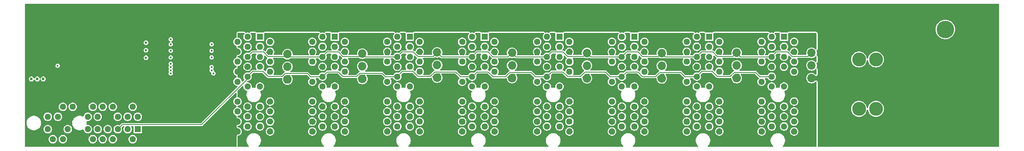
<source format=gbr>
%TF.GenerationSoftware,KiCad,Pcbnew,8.0.3*%
%TF.CreationDate,2024-06-27T20:35:16-04:00*%
%TF.ProjectId,backplane,6261636b-706c-4616-9e65-2e6b69636164,v0.0.0*%
%TF.SameCoordinates,Original*%
%TF.FileFunction,Copper,L2,Inr*%
%TF.FilePolarity,Positive*%
%FSLAX46Y46*%
G04 Gerber Fmt 4.6, Leading zero omitted, Abs format (unit mm)*
G04 Created by KiCad (PCBNEW 8.0.3) date 2024-06-27 20:35:16*
%MOMM*%
%LPD*%
G01*
G04 APERTURE LIST*
%TA.AperFunction,ComponentPad*%
%ADD10C,7.500000*%
%TD*%
%TA.AperFunction,ComponentPad*%
%ADD11R,1.700000X1.700000*%
%TD*%
%TA.AperFunction,ComponentPad*%
%ADD12O,1.700000X1.700000*%
%TD*%
%TA.AperFunction,ComponentPad*%
%ADD13R,1.288000X1.288000*%
%TD*%
%TA.AperFunction,ComponentPad*%
%ADD14C,1.288000*%
%TD*%
%TA.AperFunction,ComponentPad*%
%ADD15C,2.780000*%
%TD*%
%TA.AperFunction,ComponentPad*%
%ADD16C,1.400000*%
%TD*%
%TA.AperFunction,ComponentPad*%
%ADD17R,3.500000X3.500000*%
%TD*%
%TA.AperFunction,ComponentPad*%
%ADD18C,3.500000*%
%TD*%
%TA.AperFunction,ComponentPad*%
%ADD19C,0.600000*%
%TD*%
%TA.AperFunction,ViaPad*%
%ADD20C,0.600000*%
%TD*%
%TA.AperFunction,ViaPad*%
%ADD21C,0.500000*%
%TD*%
%TA.AperFunction,ViaPad*%
%ADD22C,0.450000*%
%TD*%
%TA.AperFunction,Conductor*%
%ADD23C,0.200000*%
%TD*%
G04 APERTURE END LIST*
D10*
%TO.N,GND*%
%TO.C,H2*%
X180000000Y-20000000D03*
%TD*%
D11*
%TO.N,+5V*%
%TO.C,J8*%
X68000000Y-18000000D03*
D12*
%TO.N,GND*%
X68000000Y-15460000D03*
%TO.N,SDA2*%
X68000000Y-12920000D03*
%TO.N,SCL*%
X68000000Y-10380000D03*
%TD*%
D13*
%TO.N,VIN*%
%TO.C,J14*%
X92500000Y-7000000D03*
D14*
X94500000Y-8000000D03*
X92500000Y-9000000D03*
%TO.N,GND*%
X94500000Y-10000000D03*
%TO.N,unconnected-(J14-JTAG2-PadA5)*%
X92500000Y-11000000D03*
%TO.N,unconnected-(J14-JTAG3-PadA6)*%
X94500000Y-12000000D03*
%TO.N,unconnected-(J14-JTAG4-PadA7)*%
X92500000Y-13000000D03*
%TO.N,unconnected-(J14-JTAG5-PadA8)*%
X94500000Y-14000000D03*
%TO.N,+5V*%
X92500000Y-15000000D03*
X94500000Y-16000000D03*
%TO.N,unconnected-(J14-~{PERST}-PadA11)*%
X92500000Y-17000000D03*
%TO.N,GND*%
X94500000Y-20000000D03*
%TO.N,unconnected-(J14-REFCLK+-PadA13)*%
X92500000Y-21000000D03*
%TO.N,unconnected-(J14-REFCLK--PadA14)*%
X94500000Y-22000000D03*
%TO.N,GND*%
X92500000Y-23000000D03*
%TO.N,unconnected-(J14-PERp0-PadA16)*%
X94500000Y-24000000D03*
%TO.N,unconnected-(J14-PERn0-PadA17)*%
X92500000Y-25000000D03*
%TO.N,GND*%
X94500000Y-26000000D03*
%TO.N,VIN*%
X90000000Y-7000000D03*
X88000000Y-8000000D03*
X90000000Y-9000000D03*
%TO.N,GND*%
X88000000Y-10000000D03*
%TO.N,SCL*%
X90000000Y-11000000D03*
%TO.N,SDA4*%
X88000000Y-12000000D03*
%TO.N,GND*%
X90000000Y-13000000D03*
%TO.N,+5V*%
X88000000Y-14000000D03*
%TO.N,OVERLOAD*%
X90000000Y-15000000D03*
%TO.N,VDD*%
X88000000Y-16000000D03*
%TO.N,ALERT4*%
X90000000Y-17000000D03*
%TO.N,unconnected-(J14-RSVD-PadB12)*%
X88000000Y-20000000D03*
%TO.N,GND*%
X90000000Y-21000000D03*
%TO.N,SWD4*%
X88000000Y-22000000D03*
%TO.N,SWCLK4*%
X90000000Y-23000000D03*
%TO.N,GND*%
X88000000Y-24000000D03*
%TO.N,IMON4*%
X90000000Y-25000000D03*
%TO.N,GND*%
X88000000Y-26000000D03*
%TD*%
D10*
%TO.N,GND*%
%TO.C,H1*%
X30000000Y-20000000D03*
%TD*%
D13*
%TO.N,VIN*%
%TO.C,J6*%
X62500000Y-7000000D03*
D14*
X64500000Y-8000000D03*
X62500000Y-9000000D03*
%TO.N,GND*%
X64500000Y-10000000D03*
%TO.N,unconnected-(J6-JTAG2-PadA5)*%
X62500000Y-11000000D03*
%TO.N,unconnected-(J6-JTAG3-PadA6)*%
X64500000Y-12000000D03*
%TO.N,unconnected-(J6-JTAG4-PadA7)*%
X62500000Y-13000000D03*
%TO.N,unconnected-(J6-JTAG5-PadA8)*%
X64500000Y-14000000D03*
%TO.N,+5V*%
X62500000Y-15000000D03*
X64500000Y-16000000D03*
%TO.N,unconnected-(J6-~{PERST}-PadA11)*%
X62500000Y-17000000D03*
%TO.N,GND*%
X64500000Y-20000000D03*
%TO.N,unconnected-(J6-REFCLK+-PadA13)*%
X62500000Y-21000000D03*
%TO.N,unconnected-(J6-REFCLK--PadA14)*%
X64500000Y-22000000D03*
%TO.N,GND*%
X62500000Y-23000000D03*
%TO.N,unconnected-(J6-PERp0-PadA16)*%
X64500000Y-24000000D03*
%TO.N,unconnected-(J6-PERn0-PadA17)*%
X62500000Y-25000000D03*
%TO.N,GND*%
X64500000Y-26000000D03*
%TO.N,VIN*%
X60000000Y-7000000D03*
X58000000Y-8000000D03*
X60000000Y-9000000D03*
%TO.N,GND*%
X58000000Y-10000000D03*
%TO.N,SCL*%
X60000000Y-11000000D03*
%TO.N,SDA2*%
X58000000Y-12000000D03*
%TO.N,GND*%
X60000000Y-13000000D03*
%TO.N,+5V*%
X58000000Y-14000000D03*
%TO.N,OVERLOAD*%
X60000000Y-15000000D03*
%TO.N,VDD*%
X58000000Y-16000000D03*
%TO.N,ALERT2*%
X60000000Y-17000000D03*
%TO.N,unconnected-(J6-RSVD-PadB12)*%
X58000000Y-20000000D03*
%TO.N,GND*%
X60000000Y-21000000D03*
%TO.N,SWD2*%
X58000000Y-22000000D03*
%TO.N,SWCLK2*%
X60000000Y-23000000D03*
%TO.N,GND*%
X58000000Y-24000000D03*
%TO.N,IMON2*%
X60000000Y-25000000D03*
%TO.N,GND*%
X58000000Y-26000000D03*
%TD*%
D13*
%TO.N,VIN*%
%TO.C,J2*%
X47500000Y-7000000D03*
D14*
X49500000Y-8000000D03*
X47500000Y-9000000D03*
%TO.N,GND*%
X49500000Y-10000000D03*
%TO.N,unconnected-(J2-JTAG2-PadA5)*%
X47500000Y-11000000D03*
%TO.N,unconnected-(J2-JTAG3-PadA6)*%
X49500000Y-12000000D03*
%TO.N,unconnected-(J2-JTAG4-PadA7)*%
X47500000Y-13000000D03*
%TO.N,unconnected-(J2-JTAG5-PadA8)*%
X49500000Y-14000000D03*
%TO.N,+5V*%
X47500000Y-15000000D03*
X49500000Y-16000000D03*
%TO.N,unconnected-(J2-~{PERST}-PadA11)*%
X47500000Y-17000000D03*
%TO.N,GND*%
X49500000Y-20000000D03*
%TO.N,unconnected-(J2-REFCLK+-PadA13)*%
X47500000Y-21000000D03*
%TO.N,unconnected-(J2-REFCLK--PadA14)*%
X49500000Y-22000000D03*
%TO.N,GND*%
X47500000Y-23000000D03*
%TO.N,unconnected-(J2-PERp0-PadA16)*%
X49500000Y-24000000D03*
%TO.N,unconnected-(J2-PERn0-PadA17)*%
X47500000Y-25000000D03*
%TO.N,GND*%
X49500000Y-26000000D03*
%TO.N,VIN*%
X45000000Y-7000000D03*
X43000000Y-8000000D03*
X45000000Y-9000000D03*
%TO.N,GND*%
X43000000Y-10000000D03*
%TO.N,SCL*%
X45000000Y-11000000D03*
%TO.N,SDA1*%
X43000000Y-12000000D03*
%TO.N,GND*%
X45000000Y-13000000D03*
%TO.N,+5V*%
X43000000Y-14000000D03*
%TO.N,OVERLOAD*%
X45000000Y-15000000D03*
%TO.N,VDD*%
X43000000Y-16000000D03*
%TO.N,ALERT1*%
X45000000Y-17000000D03*
%TO.N,unconnected-(J2-RSVD-PadB12)*%
X43000000Y-20000000D03*
%TO.N,GND*%
X45000000Y-21000000D03*
%TO.N,SWD1*%
X43000000Y-22000000D03*
%TO.N,SWCLK1*%
X45000000Y-23000000D03*
%TO.N,GND*%
X43000000Y-24000000D03*
%TO.N,IMON1*%
X45000000Y-25000000D03*
%TO.N,GND*%
X43000000Y-26000000D03*
%TD*%
D10*
%TO.N,GND*%
%TO.C,H3*%
X190000000Y-20000000D03*
%TD*%
D11*
%TO.N,+5V*%
%TO.C,J16*%
X98000000Y-17830000D03*
D12*
%TO.N,GND*%
X98000000Y-15290000D03*
%TO.N,SDA4*%
X98000000Y-12750000D03*
%TO.N,SCL*%
X98000000Y-10210000D03*
%TD*%
D11*
%TO.N,+5V*%
%TO.C,J17*%
X158000000Y-17830000D03*
D12*
%TO.N,GND*%
X158000000Y-15290000D03*
%TO.N,SDA8*%
X158000000Y-12750000D03*
%TO.N,SCL*%
X158000000Y-10210000D03*
%TD*%
D13*
%TO.N,VIN*%
%TO.C,J11*%
X137500000Y-7000000D03*
D14*
X139500000Y-8000000D03*
X137500000Y-9000000D03*
%TO.N,GND*%
X139500000Y-10000000D03*
%TO.N,unconnected-(J11-JTAG2-PadA5)*%
X137500000Y-11000000D03*
%TO.N,unconnected-(J11-JTAG3-PadA6)*%
X139500000Y-12000000D03*
%TO.N,unconnected-(J11-JTAG4-PadA7)*%
X137500000Y-13000000D03*
%TO.N,unconnected-(J11-JTAG5-PadA8)*%
X139500000Y-14000000D03*
%TO.N,+5V*%
X137500000Y-15000000D03*
X139500000Y-16000000D03*
%TO.N,unconnected-(J11-~{PERST}-PadA11)*%
X137500000Y-17000000D03*
%TO.N,GND*%
X139500000Y-20000000D03*
%TO.N,unconnected-(J11-REFCLK+-PadA13)*%
X137500000Y-21000000D03*
%TO.N,unconnected-(J11-REFCLK--PadA14)*%
X139500000Y-22000000D03*
%TO.N,GND*%
X137500000Y-23000000D03*
%TO.N,unconnected-(J11-PERp0-PadA16)*%
X139500000Y-24000000D03*
%TO.N,unconnected-(J11-PERn0-PadA17)*%
X137500000Y-25000000D03*
%TO.N,GND*%
X139500000Y-26000000D03*
%TO.N,VIN*%
X135000000Y-7000000D03*
X133000000Y-8000000D03*
X135000000Y-9000000D03*
%TO.N,GND*%
X133000000Y-10000000D03*
%TO.N,SCL*%
X135000000Y-11000000D03*
%TO.N,SDA7*%
X133000000Y-12000000D03*
%TO.N,GND*%
X135000000Y-13000000D03*
%TO.N,+5V*%
X133000000Y-14000000D03*
%TO.N,OVERLOAD*%
X135000000Y-15000000D03*
%TO.N,VDD*%
X133000000Y-16000000D03*
%TO.N,ALERT7*%
X135000000Y-17000000D03*
%TO.N,unconnected-(J11-RSVD-PadB12)*%
X133000000Y-20000000D03*
%TO.N,GND*%
X135000000Y-21000000D03*
%TO.N,SWD7*%
X133000000Y-22000000D03*
%TO.N,SWCLK7*%
X135000000Y-23000000D03*
%TO.N,GND*%
X133000000Y-24000000D03*
%TO.N,IMON7*%
X135000000Y-25000000D03*
%TO.N,GND*%
X133000000Y-26000000D03*
%TD*%
D13*
%TO.N,unconnected-(J18-~{PRSNT1}-PadA1)*%
%TO.C,J18*%
X23000000Y-25550000D03*
D14*
%TO.N,VIN*%
X22000000Y-27550000D03*
X21000000Y-25550000D03*
%TO.N,GND*%
X20000000Y-27550000D03*
%TO.N,OVERLOAD*%
X19000000Y-25550000D03*
%TO.N,unconnected-(J18-JTAG3-PadA6)*%
X18000000Y-27550000D03*
%TO.N,unconnected-(J18-JTAG4-PadA7)*%
X17000000Y-25550000D03*
%TO.N,unconnected-(J18-JTAG5-PadA8)*%
X16000000Y-27550000D03*
%TO.N,+5V*%
X15000000Y-25550000D03*
X14000000Y-27550000D03*
%TO.N,unconnected-(J18-~{PERST}-PadA11)*%
X13000000Y-25550000D03*
%TO.N,GND*%
X10000000Y-27550000D03*
%TO.N,unconnected-(J18-REFCLK+-PadA13)*%
X9000000Y-25550000D03*
%TO.N,unconnected-(J18-REFCLK--PadA14)*%
X8000000Y-27550000D03*
%TO.N,GND*%
X7000000Y-25550000D03*
%TO.N,unconnected-(J18-PERp0-PadA16)*%
X6000000Y-27550000D03*
%TO.N,unconnected-(J18-PERn0-PadA17)*%
X5000000Y-25550000D03*
%TO.N,GND*%
X4000000Y-27550000D03*
%TO.N,VIN*%
X23000000Y-23050000D03*
X22000000Y-21050000D03*
X21000000Y-23050000D03*
%TO.N,GND*%
X20000000Y-21050000D03*
%TO.N,I2C_A0*%
X19000000Y-23050000D03*
%TO.N,I2C_A1*%
X18000000Y-21050000D03*
%TO.N,GND*%
X17000000Y-23050000D03*
%TO.N,+5V*%
X16000000Y-21050000D03*
%TO.N,I2C_RESET*%
X15000000Y-23050000D03*
%TO.N,VDD*%
X14000000Y-21050000D03*
%TO.N,unconnected-(J18-~{WAKE}-PadB11)*%
X13000000Y-23050000D03*
%TO.N,SDA*%
X10000000Y-21050000D03*
%TO.N,GND*%
X9000000Y-23050000D03*
%TO.N,SCL*%
X8000000Y-21050000D03*
%TO.N,I2C_A2*%
X7000000Y-23050000D03*
%TO.N,GND*%
X6000000Y-21050000D03*
%TO.N,unconnected-(J18-~{PRSNT2}-PadB17)*%
X5000000Y-23050000D03*
%TO.N,GND*%
X4000000Y-21050000D03*
%TD*%
D15*
%TO.N,VIN*%
%TO.C,F1*%
X170900000Y-11540000D03*
X167500000Y-11540000D03*
%TO.N,/VIN_PREFUSE*%
X170900000Y-21460000D03*
X167500000Y-21460000D03*
%TD*%
D13*
%TO.N,VIN*%
%TO.C,J3*%
X107500000Y-7000000D03*
D14*
X109500000Y-8000000D03*
X107500000Y-9000000D03*
%TO.N,GND*%
X109500000Y-10000000D03*
%TO.N,unconnected-(J3-JTAG2-PadA5)*%
X107500000Y-11000000D03*
%TO.N,unconnected-(J3-JTAG3-PadA6)*%
X109500000Y-12000000D03*
%TO.N,unconnected-(J3-JTAG4-PadA7)*%
X107500000Y-13000000D03*
%TO.N,unconnected-(J3-JTAG5-PadA8)*%
X109500000Y-14000000D03*
%TO.N,+5V*%
X107500000Y-15000000D03*
X109500000Y-16000000D03*
%TO.N,unconnected-(J3-~{PERST}-PadA11)*%
X107500000Y-17000000D03*
%TO.N,GND*%
X109500000Y-20000000D03*
%TO.N,unconnected-(J3-REFCLK+-PadA13)*%
X107500000Y-21000000D03*
%TO.N,unconnected-(J3-REFCLK--PadA14)*%
X109500000Y-22000000D03*
%TO.N,GND*%
X107500000Y-23000000D03*
%TO.N,unconnected-(J3-PERp0-PadA16)*%
X109500000Y-24000000D03*
%TO.N,unconnected-(J3-PERn0-PadA17)*%
X107500000Y-25000000D03*
%TO.N,GND*%
X109500000Y-26000000D03*
%TO.N,VIN*%
X105000000Y-7000000D03*
X103000000Y-8000000D03*
X105000000Y-9000000D03*
%TO.N,GND*%
X103000000Y-10000000D03*
%TO.N,SCL*%
X105000000Y-11000000D03*
%TO.N,SDA5*%
X103000000Y-12000000D03*
%TO.N,GND*%
X105000000Y-13000000D03*
%TO.N,+5V*%
X103000000Y-14000000D03*
%TO.N,OVERLOAD*%
X105000000Y-15000000D03*
%TO.N,VDD*%
X103000000Y-16000000D03*
%TO.N,ALERT5*%
X105000000Y-17000000D03*
%TO.N,unconnected-(J3-RSVD-PadB12)*%
X103000000Y-20000000D03*
%TO.N,GND*%
X105000000Y-21000000D03*
%TO.N,SWD5*%
X103000000Y-22000000D03*
%TO.N,SWCLK5*%
X105000000Y-23000000D03*
%TO.N,GND*%
X103000000Y-24000000D03*
%TO.N,IMON5*%
X105000000Y-25000000D03*
%TO.N,GND*%
X103000000Y-26000000D03*
%TD*%
D11*
%TO.N,+5V*%
%TO.C,J4*%
X53000000Y-18100000D03*
D12*
%TO.N,GND*%
X53000000Y-15560000D03*
%TO.N,SDA1*%
X53000000Y-13020000D03*
%TO.N,SCL*%
X53000000Y-10480000D03*
%TD*%
D11*
%TO.N,+5V*%
%TO.C,J5*%
X113000000Y-17860000D03*
D12*
%TO.N,GND*%
X113000000Y-15320000D03*
%TO.N,SDA5*%
X113000000Y-12780000D03*
%TO.N,SCL*%
X113000000Y-10240000D03*
%TD*%
D16*
%TO.N,GND*%
%TO.C,J1*%
X194800000Y-2520000D03*
X194800000Y-13520000D03*
D17*
X184800000Y-10520000D03*
D18*
%TO.N,/VIN_PREFUSE*%
X184800000Y-5520000D03*
%TD*%
D11*
%TO.N,+5V*%
%TO.C,J9*%
X128000000Y-17900000D03*
D12*
%TO.N,GND*%
X128000000Y-15360000D03*
%TO.N,SDA6*%
X128000000Y-12820000D03*
%TO.N,SCL*%
X128000000Y-10280000D03*
%TD*%
D13*
%TO.N,VIN*%
%TO.C,J15*%
X152500000Y-7000000D03*
D14*
X154500000Y-8000000D03*
X152500000Y-9000000D03*
%TO.N,GND*%
X154500000Y-10000000D03*
%TO.N,unconnected-(J15-JTAG2-PadA5)*%
X152500000Y-11000000D03*
%TO.N,unconnected-(J15-JTAG3-PadA6)*%
X154500000Y-12000000D03*
%TO.N,unconnected-(J15-JTAG4-PadA7)*%
X152500000Y-13000000D03*
%TO.N,unconnected-(J15-JTAG5-PadA8)*%
X154500000Y-14000000D03*
%TO.N,+5V*%
X152500000Y-15000000D03*
X154500000Y-16000000D03*
%TO.N,unconnected-(J15-~{PERST}-PadA11)*%
X152500000Y-17000000D03*
%TO.N,GND*%
X154500000Y-20000000D03*
%TO.N,unconnected-(J15-REFCLK+-PadA13)*%
X152500000Y-21000000D03*
%TO.N,unconnected-(J15-REFCLK--PadA14)*%
X154500000Y-22000000D03*
%TO.N,GND*%
X152500000Y-23000000D03*
%TO.N,unconnected-(J15-PERp0-PadA16)*%
X154500000Y-24000000D03*
%TO.N,unconnected-(J15-PERn0-PadA17)*%
X152500000Y-25000000D03*
%TO.N,GND*%
X154500000Y-26000000D03*
%TO.N,VIN*%
X150000000Y-7000000D03*
X148000000Y-8000000D03*
X150000000Y-9000000D03*
%TO.N,GND*%
X148000000Y-10000000D03*
%TO.N,SCL*%
X150000000Y-11000000D03*
%TO.N,SDA8*%
X148000000Y-12000000D03*
%TO.N,GND*%
X150000000Y-13000000D03*
%TO.N,+5V*%
X148000000Y-14000000D03*
%TO.N,OVERLOAD*%
X150000000Y-15000000D03*
%TO.N,VDD*%
X148000000Y-16000000D03*
%TO.N,ALERT8*%
X150000000Y-17000000D03*
%TO.N,unconnected-(J15-RSVD-PadB12)*%
X148000000Y-20000000D03*
%TO.N,GND*%
X150000000Y-21000000D03*
%TO.N,SWD8*%
X148000000Y-22000000D03*
%TO.N,SWCLK8*%
X150000000Y-23000000D03*
%TO.N,GND*%
X148000000Y-24000000D03*
%TO.N,IMON8*%
X150000000Y-25000000D03*
%TO.N,GND*%
X148000000Y-26000000D03*
%TD*%
D13*
%TO.N,VIN*%
%TO.C,J10*%
X77500000Y-7000000D03*
D14*
X79500000Y-8000000D03*
X77500000Y-9000000D03*
%TO.N,GND*%
X79500000Y-10000000D03*
%TO.N,unconnected-(J10-JTAG2-PadA5)*%
X77500000Y-11000000D03*
%TO.N,unconnected-(J10-JTAG3-PadA6)*%
X79500000Y-12000000D03*
%TO.N,unconnected-(J10-JTAG4-PadA7)*%
X77500000Y-13000000D03*
%TO.N,unconnected-(J10-JTAG5-PadA8)*%
X79500000Y-14000000D03*
%TO.N,+5V*%
X77500000Y-15000000D03*
X79500000Y-16000000D03*
%TO.N,unconnected-(J10-~{PERST}-PadA11)*%
X77500000Y-17000000D03*
%TO.N,GND*%
X79500000Y-20000000D03*
%TO.N,unconnected-(J10-REFCLK+-PadA13)*%
X77500000Y-21000000D03*
%TO.N,unconnected-(J10-REFCLK--PadA14)*%
X79500000Y-22000000D03*
%TO.N,GND*%
X77500000Y-23000000D03*
%TO.N,unconnected-(J10-PERp0-PadA16)*%
X79500000Y-24000000D03*
%TO.N,unconnected-(J10-PERn0-PadA17)*%
X77500000Y-25000000D03*
%TO.N,GND*%
X79500000Y-26000000D03*
%TO.N,VIN*%
X75000000Y-7000000D03*
X73000000Y-8000000D03*
X75000000Y-9000000D03*
%TO.N,GND*%
X73000000Y-10000000D03*
%TO.N,SCL*%
X75000000Y-11000000D03*
%TO.N,SDA3*%
X73000000Y-12000000D03*
%TO.N,GND*%
X75000000Y-13000000D03*
%TO.N,+5V*%
X73000000Y-14000000D03*
%TO.N,OVERLOAD*%
X75000000Y-15000000D03*
%TO.N,VDD*%
X73000000Y-16000000D03*
%TO.N,ALERT3*%
X75000000Y-17000000D03*
%TO.N,unconnected-(J10-RSVD-PadB12)*%
X73000000Y-20000000D03*
%TO.N,GND*%
X75000000Y-21000000D03*
%TO.N,SWD3*%
X73000000Y-22000000D03*
%TO.N,SWCLK3*%
X75000000Y-23000000D03*
%TO.N,GND*%
X73000000Y-24000000D03*
%TO.N,IMON3*%
X75000000Y-25000000D03*
%TO.N,GND*%
X73000000Y-26000000D03*
%TD*%
D11*
%TO.N,+5V*%
%TO.C,J13*%
X143000000Y-17830000D03*
D12*
%TO.N,GND*%
X143000000Y-15290000D03*
%TO.N,SDA7*%
X143000000Y-12750000D03*
%TO.N,SCL*%
X143000000Y-10210000D03*
%TD*%
D19*
%TO.N,GND*%
%TO.C,U2*%
X12515000Y-7996471D03*
X12515000Y-9196471D03*
X12515000Y-10496471D03*
X12515000Y-11596471D03*
X13715000Y-7996471D03*
X13715000Y-9196471D03*
X13715000Y-10496471D03*
X13715000Y-11596471D03*
%TD*%
D11*
%TO.N,+5V*%
%TO.C,J12*%
X83000000Y-17750000D03*
D12*
%TO.N,GND*%
X83000000Y-15210000D03*
%TO.N,SDA3*%
X83000000Y-12670000D03*
%TO.N,SCL*%
X83000000Y-10130000D03*
%TD*%
D13*
%TO.N,VIN*%
%TO.C,J7*%
X122500000Y-7000000D03*
D14*
X124500000Y-8000000D03*
X122500000Y-9000000D03*
%TO.N,GND*%
X124500000Y-10000000D03*
%TO.N,unconnected-(J7-JTAG2-PadA5)*%
X122500000Y-11000000D03*
%TO.N,unconnected-(J7-JTAG3-PadA6)*%
X124500000Y-12000000D03*
%TO.N,unconnected-(J7-JTAG4-PadA7)*%
X122500000Y-13000000D03*
%TO.N,unconnected-(J7-JTAG5-PadA8)*%
X124500000Y-14000000D03*
%TO.N,+5V*%
X122500000Y-15000000D03*
X124500000Y-16000000D03*
%TO.N,unconnected-(J7-~{PERST}-PadA11)*%
X122500000Y-17000000D03*
%TO.N,GND*%
X124500000Y-20000000D03*
%TO.N,unconnected-(J7-REFCLK+-PadA13)*%
X122500000Y-21000000D03*
%TO.N,unconnected-(J7-REFCLK--PadA14)*%
X124500000Y-22000000D03*
%TO.N,GND*%
X122500000Y-23000000D03*
%TO.N,unconnected-(J7-PERp0-PadA16)*%
X124500000Y-24000000D03*
%TO.N,unconnected-(J7-PERn0-PadA17)*%
X122500000Y-25000000D03*
%TO.N,GND*%
X124500000Y-26000000D03*
%TO.N,VIN*%
X120000000Y-7000000D03*
X118000000Y-8000000D03*
X120000000Y-9000000D03*
%TO.N,GND*%
X118000000Y-10000000D03*
%TO.N,SCL*%
X120000000Y-11000000D03*
%TO.N,SDA6*%
X118000000Y-12000000D03*
%TO.N,GND*%
X120000000Y-13000000D03*
%TO.N,+5V*%
X118000000Y-14000000D03*
%TO.N,OVERLOAD*%
X120000000Y-15000000D03*
%TO.N,VDD*%
X118000000Y-16000000D03*
%TO.N,ALERT6*%
X120000000Y-17000000D03*
%TO.N,unconnected-(J7-RSVD-PadB12)*%
X118000000Y-20000000D03*
%TO.N,GND*%
X120000000Y-21000000D03*
%TO.N,SWD6*%
X118000000Y-22000000D03*
%TO.N,SWCLK6*%
X120000000Y-23000000D03*
%TO.N,GND*%
X118000000Y-24000000D03*
%TO.N,IMON6*%
X120000000Y-25000000D03*
%TO.N,GND*%
X118000000Y-26000000D03*
%TD*%
D20*
%TO.N,GND*%
X34860000Y-13710000D03*
X34700000Y-8200000D03*
X32480000Y-13710000D03*
X32500000Y-8200000D03*
D21*
%TO.N,VIN*%
X24660000Y-8180000D03*
X24660000Y-11180000D03*
X24660000Y-9680000D03*
D22*
%TO.N,SDA5*%
X29600000Y-7500000D03*
%TO.N,SDA2*%
X37800000Y-11110000D03*
%TO.N,SDA6*%
X29600000Y-8520000D03*
%TO.N,SDA3*%
X37800000Y-9810000D03*
%TO.N,VDD*%
X29600000Y-14369732D03*
%TO.N,SDA7*%
X29600000Y-9810000D03*
%TO.N,SDA4*%
X37800000Y-8500000D03*
%TO.N,SDA8*%
X29600000Y-11110000D03*
D20*
%TO.N,+5V*%
X2871471Y-15460000D03*
D22*
X6970000Y-12790000D03*
D20*
X4090000Y-15460000D03*
X1710000Y-15460000D03*
D22*
%TO.N,SCL*%
X29600000Y-13069726D03*
%TO.N,SDA*%
X29600000Y-13719729D03*
%TO.N,I2C_A1*%
X37800000Y-13720003D03*
%TO.N,I2C_A2*%
X29600000Y-12410000D03*
%TO.N,I2C_RESET*%
X37800000Y-13070000D03*
%TO.N,I2C_A0*%
X38200000Y-14360000D03*
%TD*%
D23*
%TO.N,OVERLOAD*%
X135000000Y-15000000D02*
X136056000Y-13944000D01*
X35834000Y-24606000D02*
X45000000Y-15440000D01*
X120944000Y-14056000D02*
X123220982Y-14056000D01*
X71974982Y-14310000D02*
X72664982Y-15000000D01*
X117664982Y-15000000D02*
X120000000Y-15000000D01*
X67523654Y-14310000D02*
X71974982Y-14310000D01*
X63220982Y-14056000D02*
X64108982Y-14944000D01*
X112603654Y-14090000D02*
X116754982Y-14090000D01*
X46056000Y-13944000D02*
X48108982Y-13944000D01*
X146804982Y-14140000D02*
X147664982Y-15000000D01*
X90020000Y-15000000D02*
X90964000Y-14056000D01*
X123220982Y-14056000D02*
X124144982Y-14980000D01*
X57664982Y-15000000D02*
X60000000Y-15000000D01*
X19944000Y-24606000D02*
X35834000Y-24606000D01*
X97523654Y-14140000D02*
X101804982Y-14140000D01*
X87664982Y-15000000D02*
X90000000Y-15000000D01*
X111749654Y-14944000D02*
X112603654Y-14090000D01*
X105944000Y-14056000D02*
X108220982Y-14056000D01*
X49108982Y-14944000D02*
X51989654Y-14944000D01*
X72664982Y-15000000D02*
X75000000Y-15000000D01*
X126753654Y-14980000D02*
X127593654Y-14140000D01*
X82523654Y-14060000D02*
X86724982Y-14060000D01*
X51989654Y-14944000D02*
X52553654Y-14380000D01*
X79108982Y-14944000D02*
X81639654Y-14944000D01*
X96643654Y-15020000D02*
X97523654Y-14140000D01*
X57044982Y-14380000D02*
X57664982Y-15000000D01*
X81639654Y-14944000D02*
X82523654Y-14060000D01*
X108220982Y-14056000D02*
X109108982Y-14944000D01*
X120000000Y-15000000D02*
X120944000Y-14056000D01*
X48108982Y-13944000D02*
X49108982Y-14944000D01*
X45000000Y-15440000D02*
X45000000Y-15000000D01*
X138108982Y-13944000D02*
X139108982Y-14944000D01*
X109108982Y-14944000D02*
X111749654Y-14944000D01*
X75000000Y-15000000D02*
X76056000Y-13944000D01*
X19000000Y-25550000D02*
X19944000Y-24606000D01*
X52553654Y-14380000D02*
X57044982Y-14380000D01*
X76056000Y-13944000D02*
X78108982Y-13944000D01*
X94184982Y-15020000D02*
X96643654Y-15020000D01*
X147664982Y-15000000D02*
X150000000Y-15000000D01*
X102664982Y-15000000D02*
X105000000Y-15000000D01*
X116754982Y-14090000D02*
X117664982Y-15000000D01*
X64108982Y-14944000D02*
X66889654Y-14944000D01*
X66889654Y-14944000D02*
X67523654Y-14310000D01*
X60944000Y-14056000D02*
X63220982Y-14056000D01*
X90964000Y-14056000D02*
X93220982Y-14056000D01*
X142523654Y-14140000D02*
X146804982Y-14140000D01*
X136056000Y-13944000D02*
X138108982Y-13944000D01*
X141719654Y-14944000D02*
X142523654Y-14140000D01*
X93220982Y-14056000D02*
X94184982Y-15020000D01*
X90000000Y-15000000D02*
X90020000Y-15000000D01*
X132664982Y-15000000D02*
X135000000Y-15000000D01*
X124144982Y-14980000D02*
X126753654Y-14980000D01*
X86724982Y-14060000D02*
X87664982Y-15000000D01*
X101804982Y-14140000D02*
X102664982Y-15000000D01*
X60000000Y-15000000D02*
X60944000Y-14056000D01*
X45000000Y-15000000D02*
X46056000Y-13944000D01*
X127593654Y-14140000D02*
X131804982Y-14140000D01*
X105000000Y-15000000D02*
X105944000Y-14056000D01*
X131804982Y-14140000D02*
X132664982Y-15000000D01*
X78108982Y-13944000D02*
X79108982Y-14944000D01*
X139108982Y-14944000D02*
X141719654Y-14944000D01*
%TO.N,SCL*%
X82186000Y-10944000D02*
X83000000Y-10130000D01*
X128000000Y-10280000D02*
X128720000Y-11000000D01*
X153220982Y-10056000D02*
X154108982Y-10944000D01*
X79108982Y-10944000D02*
X82186000Y-10944000D01*
X127336000Y-10944000D02*
X128000000Y-10280000D01*
X154108982Y-10944000D02*
X157266000Y-10944000D01*
X113000000Y-10240000D02*
X113760000Y-11000000D01*
X75944000Y-10056000D02*
X78220982Y-10056000D01*
X120944000Y-10056000D02*
X123220982Y-10056000D01*
X53520000Y-11000000D02*
X60000000Y-11000000D01*
X142266000Y-10944000D02*
X143000000Y-10210000D01*
X109114982Y-10950000D02*
X112290000Y-10950000D01*
X157266000Y-10944000D02*
X158000000Y-10210000D01*
X124108982Y-10944000D02*
X127336000Y-10944000D01*
X120000000Y-11000000D02*
X120944000Y-10056000D01*
X49108982Y-10944000D02*
X52536000Y-10944000D01*
X128720000Y-11000000D02*
X135000000Y-11000000D01*
X78220982Y-10056000D02*
X79108982Y-10944000D01*
X60944000Y-10056000D02*
X63220982Y-10056000D01*
X53000000Y-10480000D02*
X53520000Y-11000000D01*
X113760000Y-11000000D02*
X120000000Y-11000000D01*
X105000000Y-11000000D02*
X105944000Y-10056000D01*
X45944000Y-10056000D02*
X48220982Y-10056000D01*
X135000000Y-11000000D02*
X135944000Y-10056000D01*
X67436000Y-10944000D02*
X68000000Y-10380000D01*
X83870000Y-11000000D02*
X90000000Y-11000000D01*
X150944000Y-10056000D02*
X153220982Y-10056000D01*
X83000000Y-10130000D02*
X83870000Y-11000000D01*
X98000000Y-10210000D02*
X98790000Y-11000000D01*
X52536000Y-10944000D02*
X53000000Y-10480000D01*
X64108982Y-10944000D02*
X67436000Y-10944000D01*
X60000000Y-11000000D02*
X60944000Y-10056000D01*
X68000000Y-10380000D02*
X68620000Y-11000000D01*
X108220982Y-10056000D02*
X109114982Y-10950000D01*
X143000000Y-10210000D02*
X143790000Y-11000000D01*
X112290000Y-10950000D02*
X113000000Y-10240000D01*
X105944000Y-10056000D02*
X108220982Y-10056000D01*
X45000000Y-11000000D02*
X45944000Y-10056000D01*
X63220982Y-10056000D02*
X64108982Y-10944000D01*
X123220982Y-10056000D02*
X124108982Y-10944000D01*
X97210000Y-11000000D02*
X98000000Y-10210000D01*
X139108982Y-10944000D02*
X142266000Y-10944000D01*
X150000000Y-11000000D02*
X150944000Y-10056000D01*
X90944000Y-10056000D02*
X93206000Y-10056000D01*
X90000000Y-11000000D02*
X90944000Y-10056000D01*
X138220982Y-10056000D02*
X139108982Y-10944000D01*
X135944000Y-10056000D02*
X138220982Y-10056000D01*
X94150000Y-11000000D02*
X97210000Y-11000000D01*
X68620000Y-11000000D02*
X75000000Y-11000000D01*
X93206000Y-10056000D02*
X94150000Y-11000000D01*
X98790000Y-11000000D02*
X105000000Y-11000000D01*
X48220982Y-10056000D02*
X49108982Y-10944000D01*
X75000000Y-11000000D02*
X75944000Y-10056000D01*
X143790000Y-11000000D02*
X150000000Y-11000000D01*
%TD*%
%TA.AperFunction,Conductor*%
%TO.N,+5V*%
G36*
X44372467Y-6219684D02*
G01*
X44418222Y-6272488D01*
X44428166Y-6341646D01*
X44399141Y-6405202D01*
X44397578Y-6406971D01*
X44313025Y-6500875D01*
X44313020Y-6500882D01*
X44224261Y-6654618D01*
X44224258Y-6654624D01*
X44169405Y-6823447D01*
X44169404Y-6823451D01*
X44150848Y-7000000D01*
X44169404Y-7176549D01*
X44169405Y-7176552D01*
X44224258Y-7345375D01*
X44224261Y-7345381D01*
X44313020Y-7499117D01*
X44313025Y-7499124D01*
X44431805Y-7631042D01*
X44431807Y-7631044D01*
X44575419Y-7735384D01*
X44575424Y-7735387D01*
X44737592Y-7807590D01*
X44737598Y-7807592D01*
X44911239Y-7844500D01*
X44911240Y-7844500D01*
X45088760Y-7844500D01*
X45088761Y-7844500D01*
X45262402Y-7807592D01*
X45262404Y-7807590D01*
X45262407Y-7807590D01*
X45317033Y-7783268D01*
X45424576Y-7735387D01*
X45568194Y-7631043D01*
X45685397Y-7500875D01*
X45686974Y-7499124D01*
X45686979Y-7499117D01*
X45775739Y-7345381D01*
X45830596Y-7176549D01*
X45849152Y-7000000D01*
X45830596Y-6823451D01*
X45775739Y-6654619D01*
X45686978Y-6500881D01*
X45686974Y-6500875D01*
X45602422Y-6406971D01*
X45572192Y-6343980D01*
X45580817Y-6274644D01*
X45625559Y-6220979D01*
X45692211Y-6200021D01*
X45694572Y-6199999D01*
X46532107Y-6199999D01*
X46599146Y-6219684D01*
X46644901Y-6272488D01*
X46654511Y-6330160D01*
X46655500Y-6330160D01*
X46655500Y-6336096D01*
X46655510Y-6336157D01*
X46655501Y-6336246D01*
X46655500Y-6336252D01*
X46655500Y-6336258D01*
X46655500Y-7663752D01*
X46667131Y-7722229D01*
X46667132Y-7722230D01*
X46711447Y-7788552D01*
X46777769Y-7832867D01*
X46777770Y-7832868D01*
X46836247Y-7844499D01*
X46836250Y-7844500D01*
X46836252Y-7844500D01*
X48163750Y-7844500D01*
X48163751Y-7844499D01*
X48178568Y-7841552D01*
X48222229Y-7832868D01*
X48222229Y-7832867D01*
X48222231Y-7832867D01*
X48288552Y-7788552D01*
X48332867Y-7722231D01*
X48332867Y-7722229D01*
X48332868Y-7722229D01*
X48344499Y-7663752D01*
X48344500Y-7663750D01*
X48344500Y-6336258D01*
X48344500Y-6336252D01*
X48344498Y-6336246D01*
X48344490Y-6336157D01*
X48344500Y-6336104D01*
X48344500Y-6330160D01*
X48345627Y-6330160D01*
X48357507Y-6267511D01*
X48405570Y-6216799D01*
X48467893Y-6199999D01*
X59305428Y-6199999D01*
X59372467Y-6219684D01*
X59418222Y-6272488D01*
X59428166Y-6341646D01*
X59399141Y-6405202D01*
X59397578Y-6406971D01*
X59313025Y-6500875D01*
X59313020Y-6500882D01*
X59224261Y-6654618D01*
X59224258Y-6654624D01*
X59169405Y-6823447D01*
X59169404Y-6823451D01*
X59150848Y-7000000D01*
X59169404Y-7176549D01*
X59169405Y-7176552D01*
X59224258Y-7345375D01*
X59224261Y-7345381D01*
X59313020Y-7499117D01*
X59313025Y-7499124D01*
X59431805Y-7631042D01*
X59431807Y-7631044D01*
X59575419Y-7735384D01*
X59575424Y-7735387D01*
X59737592Y-7807590D01*
X59737598Y-7807592D01*
X59911239Y-7844500D01*
X59911240Y-7844500D01*
X60088760Y-7844500D01*
X60088761Y-7844500D01*
X60262402Y-7807592D01*
X60262404Y-7807590D01*
X60262407Y-7807590D01*
X60317033Y-7783268D01*
X60424576Y-7735387D01*
X60568194Y-7631043D01*
X60685397Y-7500875D01*
X60686974Y-7499124D01*
X60686979Y-7499117D01*
X60775739Y-7345381D01*
X60830596Y-7176549D01*
X60849152Y-7000000D01*
X60830596Y-6823451D01*
X60775739Y-6654619D01*
X60686978Y-6500881D01*
X60686974Y-6500875D01*
X60602422Y-6406971D01*
X60572192Y-6343980D01*
X60580817Y-6274644D01*
X60625559Y-6220979D01*
X60692211Y-6200021D01*
X60694572Y-6199999D01*
X61532107Y-6199999D01*
X61599146Y-6219684D01*
X61644901Y-6272488D01*
X61654511Y-6330160D01*
X61655500Y-6330160D01*
X61655500Y-6336096D01*
X61655510Y-6336157D01*
X61655501Y-6336246D01*
X61655500Y-6336252D01*
X61655500Y-6336258D01*
X61655500Y-7663752D01*
X61667131Y-7722229D01*
X61667132Y-7722230D01*
X61711447Y-7788552D01*
X61777769Y-7832867D01*
X61777770Y-7832868D01*
X61836247Y-7844499D01*
X61836250Y-7844500D01*
X61836252Y-7844500D01*
X63163750Y-7844500D01*
X63163751Y-7844499D01*
X63178568Y-7841552D01*
X63222229Y-7832868D01*
X63222229Y-7832867D01*
X63222231Y-7832867D01*
X63288552Y-7788552D01*
X63332867Y-7722231D01*
X63332867Y-7722229D01*
X63332868Y-7722229D01*
X63344499Y-7663752D01*
X63344500Y-7663750D01*
X63344500Y-6336258D01*
X63344500Y-6336252D01*
X63344498Y-6336246D01*
X63344490Y-6336157D01*
X63344500Y-6336104D01*
X63344500Y-6330160D01*
X63345627Y-6330160D01*
X63357507Y-6267511D01*
X63405570Y-6216799D01*
X63467893Y-6199999D01*
X74305428Y-6199999D01*
X74372467Y-6219684D01*
X74418222Y-6272488D01*
X74428166Y-6341646D01*
X74399141Y-6405202D01*
X74397578Y-6406971D01*
X74313025Y-6500875D01*
X74313020Y-6500882D01*
X74224261Y-6654618D01*
X74224258Y-6654624D01*
X74169405Y-6823447D01*
X74169404Y-6823451D01*
X74150848Y-7000000D01*
X74169404Y-7176549D01*
X74169405Y-7176552D01*
X74224258Y-7345375D01*
X74224261Y-7345381D01*
X74313020Y-7499117D01*
X74313025Y-7499124D01*
X74431805Y-7631042D01*
X74431807Y-7631044D01*
X74575419Y-7735384D01*
X74575424Y-7735387D01*
X74737592Y-7807590D01*
X74737598Y-7807592D01*
X74911239Y-7844500D01*
X74911240Y-7844500D01*
X75088760Y-7844500D01*
X75088761Y-7844500D01*
X75262402Y-7807592D01*
X75262404Y-7807590D01*
X75262407Y-7807590D01*
X75317033Y-7783268D01*
X75424576Y-7735387D01*
X75568194Y-7631043D01*
X75685397Y-7500875D01*
X75686974Y-7499124D01*
X75686979Y-7499117D01*
X75775739Y-7345381D01*
X75830596Y-7176549D01*
X75849152Y-7000000D01*
X75830596Y-6823451D01*
X75775739Y-6654619D01*
X75686978Y-6500881D01*
X75686974Y-6500875D01*
X75602422Y-6406971D01*
X75572192Y-6343980D01*
X75580817Y-6274644D01*
X75625559Y-6220979D01*
X75692211Y-6200021D01*
X75694572Y-6199999D01*
X76532107Y-6199999D01*
X76599146Y-6219684D01*
X76644901Y-6272488D01*
X76654511Y-6330160D01*
X76655500Y-6330160D01*
X76655500Y-6336096D01*
X76655510Y-6336157D01*
X76655501Y-6336246D01*
X76655500Y-6336252D01*
X76655500Y-6336258D01*
X76655500Y-7663752D01*
X76667131Y-7722229D01*
X76667132Y-7722230D01*
X76711447Y-7788552D01*
X76777769Y-7832867D01*
X76777770Y-7832868D01*
X76836247Y-7844499D01*
X76836250Y-7844500D01*
X76836252Y-7844500D01*
X78163750Y-7844500D01*
X78163751Y-7844499D01*
X78178568Y-7841552D01*
X78222229Y-7832868D01*
X78222229Y-7832867D01*
X78222231Y-7832867D01*
X78288552Y-7788552D01*
X78332867Y-7722231D01*
X78332867Y-7722229D01*
X78332868Y-7722229D01*
X78344499Y-7663752D01*
X78344500Y-7663750D01*
X78344500Y-6336258D01*
X78344500Y-6336252D01*
X78344498Y-6336246D01*
X78344490Y-6336157D01*
X78344500Y-6336104D01*
X78344500Y-6330160D01*
X78345627Y-6330160D01*
X78357507Y-6267511D01*
X78405570Y-6216799D01*
X78467893Y-6199999D01*
X89305428Y-6199999D01*
X89372467Y-6219684D01*
X89418222Y-6272488D01*
X89428166Y-6341646D01*
X89399141Y-6405202D01*
X89397578Y-6406971D01*
X89313025Y-6500875D01*
X89313020Y-6500882D01*
X89224261Y-6654618D01*
X89224258Y-6654624D01*
X89169405Y-6823447D01*
X89169404Y-6823451D01*
X89150848Y-7000000D01*
X89169404Y-7176549D01*
X89169405Y-7176552D01*
X89224258Y-7345375D01*
X89224261Y-7345381D01*
X89313020Y-7499117D01*
X89313025Y-7499124D01*
X89431805Y-7631042D01*
X89431807Y-7631044D01*
X89575419Y-7735384D01*
X89575424Y-7735387D01*
X89737592Y-7807590D01*
X89737598Y-7807592D01*
X89911239Y-7844500D01*
X89911240Y-7844500D01*
X90088760Y-7844500D01*
X90088761Y-7844500D01*
X90262402Y-7807592D01*
X90262404Y-7807590D01*
X90262407Y-7807590D01*
X90317033Y-7783268D01*
X90424576Y-7735387D01*
X90568194Y-7631043D01*
X90685397Y-7500875D01*
X90686974Y-7499124D01*
X90686979Y-7499117D01*
X90775739Y-7345381D01*
X90830596Y-7176549D01*
X90849152Y-7000000D01*
X90830596Y-6823451D01*
X90775739Y-6654619D01*
X90686978Y-6500881D01*
X90686974Y-6500875D01*
X90602422Y-6406971D01*
X90572192Y-6343980D01*
X90580817Y-6274644D01*
X90625559Y-6220979D01*
X90692211Y-6200021D01*
X90694572Y-6199999D01*
X91532107Y-6199999D01*
X91599146Y-6219684D01*
X91644901Y-6272488D01*
X91654511Y-6330160D01*
X91655500Y-6330160D01*
X91655500Y-6336096D01*
X91655510Y-6336157D01*
X91655501Y-6336246D01*
X91655500Y-6336252D01*
X91655500Y-6336258D01*
X91655500Y-7663752D01*
X91667131Y-7722229D01*
X91667132Y-7722230D01*
X91711447Y-7788552D01*
X91777769Y-7832867D01*
X91777770Y-7832868D01*
X91836247Y-7844499D01*
X91836250Y-7844500D01*
X91836252Y-7844500D01*
X93163750Y-7844500D01*
X93163751Y-7844499D01*
X93178568Y-7841552D01*
X93222229Y-7832868D01*
X93222229Y-7832867D01*
X93222231Y-7832867D01*
X93288552Y-7788552D01*
X93332867Y-7722231D01*
X93332867Y-7722229D01*
X93332868Y-7722229D01*
X93344499Y-7663752D01*
X93344500Y-7663750D01*
X93344500Y-6336258D01*
X93344500Y-6336252D01*
X93344498Y-6336246D01*
X93344490Y-6336157D01*
X93344500Y-6336104D01*
X93344500Y-6330160D01*
X93345627Y-6330160D01*
X93357507Y-6267511D01*
X93405570Y-6216799D01*
X93467893Y-6199999D01*
X104305428Y-6199999D01*
X104372467Y-6219684D01*
X104418222Y-6272488D01*
X104428166Y-6341646D01*
X104399141Y-6405202D01*
X104397578Y-6406971D01*
X104313025Y-6500875D01*
X104313020Y-6500882D01*
X104224261Y-6654618D01*
X104224258Y-6654624D01*
X104169405Y-6823447D01*
X104169404Y-6823451D01*
X104150848Y-7000000D01*
X104169404Y-7176549D01*
X104169405Y-7176552D01*
X104224258Y-7345375D01*
X104224261Y-7345381D01*
X104313020Y-7499117D01*
X104313025Y-7499124D01*
X104431805Y-7631042D01*
X104431807Y-7631044D01*
X104575419Y-7735384D01*
X104575424Y-7735387D01*
X104737592Y-7807590D01*
X104737598Y-7807592D01*
X104911239Y-7844500D01*
X104911240Y-7844500D01*
X105088760Y-7844500D01*
X105088761Y-7844500D01*
X105262402Y-7807592D01*
X105262404Y-7807590D01*
X105262407Y-7807590D01*
X105317033Y-7783268D01*
X105424576Y-7735387D01*
X105568194Y-7631043D01*
X105685397Y-7500875D01*
X105686974Y-7499124D01*
X105686979Y-7499117D01*
X105775739Y-7345381D01*
X105830596Y-7176549D01*
X105849152Y-7000000D01*
X105830596Y-6823451D01*
X105775739Y-6654619D01*
X105686978Y-6500881D01*
X105686974Y-6500875D01*
X105602422Y-6406971D01*
X105572192Y-6343980D01*
X105580817Y-6274644D01*
X105625559Y-6220979D01*
X105692211Y-6200021D01*
X105694572Y-6199999D01*
X106532107Y-6199999D01*
X106599146Y-6219684D01*
X106644901Y-6272488D01*
X106654511Y-6330160D01*
X106655500Y-6330160D01*
X106655500Y-6336096D01*
X106655510Y-6336157D01*
X106655501Y-6336246D01*
X106655500Y-6336252D01*
X106655500Y-6336258D01*
X106655500Y-7663752D01*
X106667131Y-7722229D01*
X106667132Y-7722230D01*
X106711447Y-7788552D01*
X106777769Y-7832867D01*
X106777770Y-7832868D01*
X106836247Y-7844499D01*
X106836250Y-7844500D01*
X106836252Y-7844500D01*
X108163750Y-7844500D01*
X108163751Y-7844499D01*
X108178568Y-7841552D01*
X108222229Y-7832868D01*
X108222229Y-7832867D01*
X108222231Y-7832867D01*
X108288552Y-7788552D01*
X108332867Y-7722231D01*
X108332867Y-7722229D01*
X108332868Y-7722229D01*
X108344499Y-7663752D01*
X108344500Y-7663750D01*
X108344500Y-6336258D01*
X108344500Y-6336252D01*
X108344498Y-6336246D01*
X108344490Y-6336157D01*
X108344500Y-6336104D01*
X108344500Y-6330160D01*
X108345627Y-6330160D01*
X108357507Y-6267511D01*
X108405570Y-6216799D01*
X108467893Y-6199999D01*
X119305428Y-6199999D01*
X119372467Y-6219684D01*
X119418222Y-6272488D01*
X119428166Y-6341646D01*
X119399141Y-6405202D01*
X119397578Y-6406971D01*
X119313025Y-6500875D01*
X119313020Y-6500882D01*
X119224261Y-6654618D01*
X119224258Y-6654624D01*
X119169405Y-6823447D01*
X119169404Y-6823451D01*
X119150848Y-7000000D01*
X119169404Y-7176549D01*
X119169405Y-7176552D01*
X119224258Y-7345375D01*
X119224261Y-7345381D01*
X119313020Y-7499117D01*
X119313025Y-7499124D01*
X119431805Y-7631042D01*
X119431807Y-7631044D01*
X119575419Y-7735384D01*
X119575424Y-7735387D01*
X119737592Y-7807590D01*
X119737598Y-7807592D01*
X119911239Y-7844500D01*
X119911240Y-7844500D01*
X120088760Y-7844500D01*
X120088761Y-7844500D01*
X120262402Y-7807592D01*
X120262404Y-7807590D01*
X120262407Y-7807590D01*
X120317033Y-7783268D01*
X120424576Y-7735387D01*
X120568194Y-7631043D01*
X120685397Y-7500875D01*
X120686974Y-7499124D01*
X120686979Y-7499117D01*
X120775739Y-7345381D01*
X120830596Y-7176549D01*
X120849152Y-7000000D01*
X120830596Y-6823451D01*
X120775739Y-6654619D01*
X120686978Y-6500881D01*
X120686974Y-6500875D01*
X120602422Y-6406971D01*
X120572192Y-6343980D01*
X120580817Y-6274644D01*
X120625559Y-6220979D01*
X120692211Y-6200021D01*
X120694572Y-6199999D01*
X121532107Y-6199999D01*
X121599146Y-6219684D01*
X121644901Y-6272488D01*
X121654511Y-6330160D01*
X121655500Y-6330160D01*
X121655500Y-6336096D01*
X121655510Y-6336157D01*
X121655501Y-6336246D01*
X121655500Y-6336252D01*
X121655500Y-6336258D01*
X121655500Y-7663752D01*
X121667131Y-7722229D01*
X121667132Y-7722230D01*
X121711447Y-7788552D01*
X121777769Y-7832867D01*
X121777770Y-7832868D01*
X121836247Y-7844499D01*
X121836250Y-7844500D01*
X121836252Y-7844500D01*
X123163750Y-7844500D01*
X123163751Y-7844499D01*
X123178568Y-7841552D01*
X123222229Y-7832868D01*
X123222229Y-7832867D01*
X123222231Y-7832867D01*
X123288552Y-7788552D01*
X123332867Y-7722231D01*
X123332867Y-7722229D01*
X123332868Y-7722229D01*
X123344499Y-7663752D01*
X123344500Y-7663750D01*
X123344500Y-6336258D01*
X123344500Y-6336252D01*
X123344498Y-6336246D01*
X123344490Y-6336157D01*
X123344500Y-6336104D01*
X123344500Y-6330160D01*
X123345627Y-6330160D01*
X123357507Y-6267511D01*
X123405570Y-6216799D01*
X123467893Y-6199999D01*
X134305428Y-6199999D01*
X134372467Y-6219684D01*
X134418222Y-6272488D01*
X134428166Y-6341646D01*
X134399141Y-6405202D01*
X134397578Y-6406971D01*
X134313025Y-6500875D01*
X134313020Y-6500882D01*
X134224261Y-6654618D01*
X134224258Y-6654624D01*
X134169405Y-6823447D01*
X134169404Y-6823451D01*
X134150848Y-7000000D01*
X134169404Y-7176549D01*
X134169405Y-7176552D01*
X134224258Y-7345375D01*
X134224261Y-7345381D01*
X134313020Y-7499117D01*
X134313025Y-7499124D01*
X134431805Y-7631042D01*
X134431807Y-7631044D01*
X134575419Y-7735384D01*
X134575424Y-7735387D01*
X134737592Y-7807590D01*
X134737598Y-7807592D01*
X134911239Y-7844500D01*
X134911240Y-7844500D01*
X135088760Y-7844500D01*
X135088761Y-7844500D01*
X135262402Y-7807592D01*
X135262404Y-7807590D01*
X135262407Y-7807590D01*
X135317033Y-7783268D01*
X135424576Y-7735387D01*
X135568194Y-7631043D01*
X135685397Y-7500875D01*
X135686974Y-7499124D01*
X135686979Y-7499117D01*
X135775739Y-7345381D01*
X135830596Y-7176549D01*
X135849152Y-7000000D01*
X135830596Y-6823451D01*
X135775739Y-6654619D01*
X135686978Y-6500881D01*
X135686974Y-6500875D01*
X135602422Y-6406971D01*
X135572192Y-6343980D01*
X135580817Y-6274644D01*
X135625559Y-6220979D01*
X135692211Y-6200021D01*
X135694572Y-6199999D01*
X136532107Y-6199999D01*
X136599146Y-6219684D01*
X136644901Y-6272488D01*
X136654511Y-6330160D01*
X136655500Y-6330160D01*
X136655500Y-6336096D01*
X136655510Y-6336157D01*
X136655501Y-6336246D01*
X136655500Y-6336252D01*
X136655500Y-6336258D01*
X136655500Y-7663752D01*
X136667131Y-7722229D01*
X136667132Y-7722230D01*
X136711447Y-7788552D01*
X136777769Y-7832867D01*
X136777770Y-7832868D01*
X136836247Y-7844499D01*
X136836250Y-7844500D01*
X136836252Y-7844500D01*
X138163750Y-7844500D01*
X138163751Y-7844499D01*
X138178568Y-7841552D01*
X138222229Y-7832868D01*
X138222229Y-7832867D01*
X138222231Y-7832867D01*
X138288552Y-7788552D01*
X138332867Y-7722231D01*
X138332867Y-7722229D01*
X138332868Y-7722229D01*
X138344499Y-7663752D01*
X138344500Y-7663750D01*
X138344500Y-6336258D01*
X138344500Y-6336252D01*
X138344498Y-6336246D01*
X138344490Y-6336157D01*
X138344500Y-6336104D01*
X138344500Y-6330160D01*
X138345627Y-6330160D01*
X138357507Y-6267511D01*
X138405570Y-6216799D01*
X138467893Y-6199999D01*
X149305428Y-6199999D01*
X149372467Y-6219684D01*
X149418222Y-6272488D01*
X149428166Y-6341646D01*
X149399141Y-6405202D01*
X149397578Y-6406971D01*
X149313025Y-6500875D01*
X149313020Y-6500882D01*
X149224261Y-6654618D01*
X149224258Y-6654624D01*
X149169405Y-6823447D01*
X149169404Y-6823451D01*
X149150848Y-7000000D01*
X149169404Y-7176549D01*
X149169405Y-7176552D01*
X149224258Y-7345375D01*
X149224261Y-7345381D01*
X149313020Y-7499117D01*
X149313025Y-7499124D01*
X149431805Y-7631042D01*
X149431807Y-7631044D01*
X149575419Y-7735384D01*
X149575424Y-7735387D01*
X149737592Y-7807590D01*
X149737598Y-7807592D01*
X149911239Y-7844500D01*
X149911240Y-7844500D01*
X150088760Y-7844500D01*
X150088761Y-7844500D01*
X150262402Y-7807592D01*
X150262404Y-7807590D01*
X150262407Y-7807590D01*
X150317033Y-7783268D01*
X150424576Y-7735387D01*
X150568194Y-7631043D01*
X150685397Y-7500875D01*
X150686974Y-7499124D01*
X150686979Y-7499117D01*
X150775739Y-7345381D01*
X150830596Y-7176549D01*
X150849152Y-7000000D01*
X150830596Y-6823451D01*
X150775739Y-6654619D01*
X150686978Y-6500881D01*
X150686974Y-6500875D01*
X150602422Y-6406971D01*
X150572192Y-6343980D01*
X150580817Y-6274644D01*
X150625559Y-6220979D01*
X150692211Y-6200021D01*
X150694572Y-6199999D01*
X151532107Y-6199999D01*
X151599146Y-6219684D01*
X151644901Y-6272488D01*
X151654511Y-6330160D01*
X151655500Y-6330160D01*
X151655500Y-6336096D01*
X151655510Y-6336157D01*
X151655501Y-6336246D01*
X151655500Y-6336252D01*
X151655500Y-6336258D01*
X151655500Y-7663752D01*
X151667131Y-7722229D01*
X151667132Y-7722230D01*
X151711447Y-7788552D01*
X151777769Y-7832867D01*
X151777770Y-7832868D01*
X151836247Y-7844499D01*
X151836250Y-7844500D01*
X151836252Y-7844500D01*
X153163750Y-7844500D01*
X153163751Y-7844499D01*
X153178568Y-7841552D01*
X153222229Y-7832868D01*
X153222229Y-7832867D01*
X153222231Y-7832867D01*
X153288552Y-7788552D01*
X153332867Y-7722231D01*
X153332867Y-7722229D01*
X153332868Y-7722229D01*
X153344499Y-7663752D01*
X153344500Y-7663750D01*
X153344500Y-6336258D01*
X153344500Y-6336252D01*
X153344498Y-6336246D01*
X153344490Y-6336157D01*
X153344500Y-6336104D01*
X153344500Y-6330160D01*
X153345627Y-6330160D01*
X153357507Y-6267511D01*
X153405570Y-6216799D01*
X153467893Y-6199999D01*
X158876000Y-6199999D01*
X158943039Y-6219684D01*
X158988794Y-6272488D01*
X159000000Y-6323999D01*
X159000000Y-9426033D01*
X158980315Y-9493072D01*
X158927511Y-9538827D01*
X158858353Y-9548771D01*
X158794797Y-9519746D01*
X158780147Y-9504698D01*
X158746410Y-9463590D01*
X158648928Y-9383589D01*
X158586450Y-9332315D01*
X158403954Y-9234768D01*
X158205934Y-9174700D01*
X158205932Y-9174699D01*
X158205934Y-9174699D01*
X158000000Y-9154417D01*
X157794067Y-9174699D01*
X157596043Y-9234769D01*
X157485898Y-9293643D01*
X157413550Y-9332315D01*
X157413548Y-9332316D01*
X157413547Y-9332317D01*
X157253589Y-9463589D01*
X157130273Y-9613853D01*
X157122315Y-9623550D01*
X157084899Y-9693550D01*
X157024769Y-9806043D01*
X157024768Y-9806045D01*
X157024768Y-9806046D01*
X157019490Y-9823447D01*
X156964699Y-10004067D01*
X156944417Y-10210000D01*
X156964699Y-10415933D01*
X156985197Y-10483506D01*
X156985820Y-10553373D01*
X156948571Y-10612485D01*
X156885277Y-10642076D01*
X156866536Y-10643500D01*
X155318394Y-10643500D01*
X155251355Y-10623815D01*
X155205600Y-10571011D01*
X155195656Y-10501853D01*
X155211007Y-10457500D01*
X155235005Y-10415934D01*
X155275739Y-10345381D01*
X155330596Y-10176549D01*
X155349152Y-10000000D01*
X155330596Y-9823451D01*
X155294883Y-9713538D01*
X155275741Y-9654624D01*
X155275738Y-9654618D01*
X155275121Y-9653550D01*
X155231358Y-9577750D01*
X155186979Y-9500882D01*
X155186974Y-9500875D01*
X155068194Y-9368957D01*
X155068192Y-9368955D01*
X154924580Y-9264615D01*
X154924575Y-9264612D01*
X154762407Y-9192409D01*
X154762401Y-9192407D01*
X154598217Y-9157510D01*
X154588761Y-9155500D01*
X154411239Y-9155500D01*
X154401783Y-9157510D01*
X154237598Y-9192407D01*
X154237592Y-9192409D01*
X154075424Y-9264612D01*
X154075419Y-9264615D01*
X153931807Y-9368955D01*
X153931805Y-9368957D01*
X153813025Y-9500875D01*
X153813020Y-9500882D01*
X153724261Y-9654618D01*
X153724259Y-9654622D01*
X153669152Y-9824225D01*
X153629714Y-9881900D01*
X153565356Y-9909098D01*
X153496509Y-9897183D01*
X153463542Y-9873589D01*
X153405493Y-9815540D01*
X153405492Y-9815539D01*
X153401395Y-9813174D01*
X153401390Y-9813171D01*
X153336974Y-9775980D01*
X153336975Y-9775980D01*
X153327942Y-9773559D01*
X153260544Y-9755500D01*
X153260542Y-9755500D01*
X153234641Y-9755500D01*
X153167602Y-9735815D01*
X153121847Y-9683011D01*
X153111903Y-9613853D01*
X153140928Y-9550297D01*
X153142491Y-9548528D01*
X153186974Y-9499124D01*
X153186979Y-9499117D01*
X153190469Y-9493072D01*
X153275739Y-9345381D01*
X153330596Y-9176549D01*
X153349152Y-9000000D01*
X153330596Y-8823451D01*
X153275739Y-8654619D01*
X153186978Y-8500881D01*
X153186974Y-8500875D01*
X153068194Y-8368957D01*
X153068192Y-8368955D01*
X152924580Y-8264615D01*
X152924575Y-8264612D01*
X152762407Y-8192409D01*
X152762401Y-8192407D01*
X152625668Y-8163344D01*
X152588761Y-8155500D01*
X152411239Y-8155500D01*
X152380801Y-8161969D01*
X152237598Y-8192407D01*
X152237592Y-8192409D01*
X152075424Y-8264612D01*
X152075419Y-8264615D01*
X151931807Y-8368955D01*
X151931805Y-8368957D01*
X151813025Y-8500875D01*
X151813020Y-8500882D01*
X151724261Y-8654618D01*
X151724258Y-8654624D01*
X151674557Y-8807592D01*
X151669404Y-8823451D01*
X151650848Y-9000000D01*
X151669404Y-9176549D01*
X151669405Y-9176552D01*
X151724258Y-9345375D01*
X151724261Y-9345381D01*
X151813020Y-9499117D01*
X151813025Y-9499124D01*
X151857509Y-9548528D01*
X151887739Y-9611520D01*
X151879114Y-9680855D01*
X151834372Y-9734520D01*
X151767720Y-9755478D01*
X151765359Y-9755500D01*
X150904438Y-9755500D01*
X150828010Y-9775978D01*
X150759489Y-9815540D01*
X150759486Y-9815542D01*
X150405846Y-10169181D01*
X150344523Y-10202666D01*
X150274831Y-10197682D01*
X150267734Y-10194782D01*
X150262400Y-10192407D01*
X150135630Y-10165462D01*
X150088761Y-10155500D01*
X149911239Y-10155500D01*
X149880801Y-10161969D01*
X149737598Y-10192407D01*
X149737592Y-10192409D01*
X149575424Y-10264612D01*
X149575419Y-10264615D01*
X149431807Y-10368955D01*
X149431805Y-10368957D01*
X149313025Y-10500875D01*
X149313020Y-10500882D01*
X149269068Y-10577011D01*
X149240379Y-10626703D01*
X149234145Y-10637500D01*
X149183578Y-10685715D01*
X149126758Y-10699500D01*
X148784757Y-10699500D01*
X148717718Y-10679815D01*
X148671963Y-10627011D01*
X148662019Y-10557853D01*
X148684437Y-10502618D01*
X148686975Y-10499123D01*
X148686976Y-10499121D01*
X148686978Y-10499119D01*
X148775739Y-10345381D01*
X148830596Y-10176549D01*
X148849152Y-10000000D01*
X148830596Y-9823451D01*
X148794883Y-9713538D01*
X148775741Y-9654624D01*
X148775738Y-9654618D01*
X148775121Y-9653550D01*
X148731358Y-9577750D01*
X148686979Y-9500882D01*
X148686974Y-9500875D01*
X148568194Y-9368957D01*
X148568192Y-9368955D01*
X148424580Y-9264615D01*
X148424575Y-9264612D01*
X148262407Y-9192409D01*
X148262401Y-9192407D01*
X148098217Y-9157510D01*
X148088761Y-9155500D01*
X147911239Y-9155500D01*
X147901783Y-9157510D01*
X147737598Y-9192407D01*
X147737592Y-9192409D01*
X147575424Y-9264612D01*
X147575419Y-9264615D01*
X147431807Y-9368955D01*
X147431805Y-9368957D01*
X147313025Y-9500875D01*
X147313020Y-9500882D01*
X147224261Y-9654618D01*
X147224258Y-9654624D01*
X147169405Y-9823447D01*
X147169404Y-9823451D01*
X147150848Y-10000000D01*
X147169404Y-10176549D01*
X147169405Y-10176552D01*
X147224258Y-10345375D01*
X147224261Y-10345381D01*
X147313024Y-10499123D01*
X147315563Y-10502618D01*
X147339041Y-10568425D01*
X147323214Y-10636478D01*
X147273106Y-10685172D01*
X147215243Y-10699500D01*
X144116476Y-10699500D01*
X144049437Y-10679815D01*
X144003682Y-10627011D01*
X143993738Y-10557853D01*
X143997813Y-10539512D01*
X144035300Y-10415934D01*
X144055583Y-10210000D01*
X144035300Y-10004066D01*
X143975232Y-9806046D01*
X143877685Y-9623550D01*
X143816316Y-9548771D01*
X143746410Y-9463589D01*
X143602371Y-9345381D01*
X143586450Y-9332315D01*
X143403954Y-9234768D01*
X143205934Y-9174700D01*
X143205932Y-9174699D01*
X143205934Y-9174699D01*
X143000000Y-9154417D01*
X142794067Y-9174699D01*
X142596043Y-9234769D01*
X142485898Y-9293643D01*
X142413550Y-9332315D01*
X142413548Y-9332316D01*
X142413547Y-9332317D01*
X142253589Y-9463589D01*
X142130273Y-9613853D01*
X142122315Y-9623550D01*
X142084899Y-9693550D01*
X142024769Y-9806043D01*
X142024768Y-9806045D01*
X142024768Y-9806046D01*
X142019490Y-9823447D01*
X141964699Y-10004067D01*
X141944417Y-10210000D01*
X141964699Y-10415933D01*
X141985197Y-10483506D01*
X141985820Y-10553373D01*
X141948571Y-10612485D01*
X141885277Y-10642076D01*
X141866536Y-10643500D01*
X140318394Y-10643500D01*
X140251355Y-10623815D01*
X140205600Y-10571011D01*
X140195656Y-10501853D01*
X140211007Y-10457500D01*
X140235005Y-10415934D01*
X140275739Y-10345381D01*
X140330596Y-10176549D01*
X140349152Y-10000000D01*
X140330596Y-9823451D01*
X140294883Y-9713538D01*
X140275741Y-9654624D01*
X140275738Y-9654618D01*
X140275121Y-9653550D01*
X140231358Y-9577750D01*
X140186979Y-9500882D01*
X140186974Y-9500875D01*
X140068194Y-9368957D01*
X140068192Y-9368955D01*
X139924580Y-9264615D01*
X139924575Y-9264612D01*
X139762407Y-9192409D01*
X139762401Y-9192407D01*
X139598217Y-9157510D01*
X139588761Y-9155500D01*
X139411239Y-9155500D01*
X139401783Y-9157510D01*
X139237598Y-9192407D01*
X139237592Y-9192409D01*
X139075424Y-9264612D01*
X139075419Y-9264615D01*
X138931807Y-9368955D01*
X138931805Y-9368957D01*
X138813025Y-9500875D01*
X138813020Y-9500882D01*
X138724261Y-9654618D01*
X138724259Y-9654622D01*
X138669152Y-9824225D01*
X138629714Y-9881900D01*
X138565356Y-9909098D01*
X138496509Y-9897183D01*
X138463542Y-9873589D01*
X138405493Y-9815540D01*
X138405492Y-9815539D01*
X138401395Y-9813174D01*
X138401390Y-9813171D01*
X138336974Y-9775980D01*
X138336975Y-9775980D01*
X138327942Y-9773559D01*
X138260544Y-9755500D01*
X138260542Y-9755500D01*
X138234641Y-9755500D01*
X138167602Y-9735815D01*
X138121847Y-9683011D01*
X138111903Y-9613853D01*
X138140928Y-9550297D01*
X138142491Y-9548528D01*
X138186974Y-9499124D01*
X138186979Y-9499117D01*
X138190469Y-9493072D01*
X138275739Y-9345381D01*
X138330596Y-9176549D01*
X138349152Y-9000000D01*
X149150848Y-9000000D01*
X149169404Y-9176549D01*
X149169405Y-9176552D01*
X149224258Y-9345375D01*
X149224261Y-9345381D01*
X149313020Y-9499117D01*
X149313025Y-9499124D01*
X149431805Y-9631042D01*
X149431807Y-9631044D01*
X149575419Y-9735384D01*
X149575424Y-9735387D01*
X149737592Y-9807590D01*
X149737598Y-9807592D01*
X149911239Y-9844500D01*
X149911240Y-9844500D01*
X150088760Y-9844500D01*
X150088761Y-9844500D01*
X150262402Y-9807592D01*
X150262404Y-9807590D01*
X150262407Y-9807590D01*
X150333408Y-9775978D01*
X150424576Y-9735387D01*
X150568194Y-9631043D01*
X150651225Y-9538827D01*
X150686974Y-9499124D01*
X150686979Y-9499117D01*
X150690469Y-9493072D01*
X150775739Y-9345381D01*
X150830596Y-9176549D01*
X150849152Y-9000000D01*
X150830596Y-8823451D01*
X150775739Y-8654619D01*
X150686978Y-8500881D01*
X150686974Y-8500875D01*
X150568194Y-8368957D01*
X150568192Y-8368955D01*
X150424580Y-8264615D01*
X150424575Y-8264612D01*
X150262407Y-8192409D01*
X150262401Y-8192407D01*
X150125668Y-8163344D01*
X150088761Y-8155500D01*
X149911239Y-8155500D01*
X149880801Y-8161969D01*
X149737598Y-8192407D01*
X149737592Y-8192409D01*
X149575424Y-8264612D01*
X149575419Y-8264615D01*
X149431807Y-8368955D01*
X149431805Y-8368957D01*
X149313025Y-8500875D01*
X149313020Y-8500882D01*
X149224261Y-8654618D01*
X149224258Y-8654624D01*
X149174557Y-8807592D01*
X149169404Y-8823451D01*
X149150848Y-9000000D01*
X138349152Y-9000000D01*
X138330596Y-8823451D01*
X138275739Y-8654619D01*
X138186978Y-8500881D01*
X138186974Y-8500875D01*
X138068194Y-8368957D01*
X138068192Y-8368955D01*
X137924580Y-8264615D01*
X137924575Y-8264612D01*
X137762407Y-8192409D01*
X137762401Y-8192407D01*
X137625668Y-8163344D01*
X137588761Y-8155500D01*
X137411239Y-8155500D01*
X137380801Y-8161969D01*
X137237598Y-8192407D01*
X137237592Y-8192409D01*
X137075424Y-8264612D01*
X137075419Y-8264615D01*
X136931807Y-8368955D01*
X136931805Y-8368957D01*
X136813025Y-8500875D01*
X136813020Y-8500882D01*
X136724261Y-8654618D01*
X136724258Y-8654624D01*
X136674557Y-8807592D01*
X136669404Y-8823451D01*
X136650848Y-9000000D01*
X136669404Y-9176549D01*
X136669405Y-9176552D01*
X136724258Y-9345375D01*
X136724261Y-9345381D01*
X136813020Y-9499117D01*
X136813025Y-9499124D01*
X136857509Y-9548528D01*
X136887739Y-9611520D01*
X136879114Y-9680855D01*
X136834372Y-9734520D01*
X136767720Y-9755478D01*
X136765359Y-9755500D01*
X135904438Y-9755500D01*
X135828010Y-9775978D01*
X135759489Y-9815540D01*
X135759486Y-9815542D01*
X135405846Y-10169181D01*
X135344523Y-10202666D01*
X135274831Y-10197682D01*
X135267734Y-10194782D01*
X135262400Y-10192407D01*
X135135630Y-10165462D01*
X135088761Y-10155500D01*
X134911239Y-10155500D01*
X134880801Y-10161969D01*
X134737598Y-10192407D01*
X134737592Y-10192409D01*
X134575424Y-10264612D01*
X134575419Y-10264615D01*
X134431807Y-10368955D01*
X134431805Y-10368957D01*
X134313025Y-10500875D01*
X134313020Y-10500882D01*
X134269068Y-10577011D01*
X134240379Y-10626703D01*
X134234145Y-10637500D01*
X134183578Y-10685715D01*
X134126758Y-10699500D01*
X133784757Y-10699500D01*
X133717718Y-10679815D01*
X133671963Y-10627011D01*
X133662019Y-10557853D01*
X133684437Y-10502618D01*
X133686975Y-10499123D01*
X133686976Y-10499121D01*
X133686978Y-10499119D01*
X133775739Y-10345381D01*
X133830596Y-10176549D01*
X133849152Y-10000000D01*
X133830596Y-9823451D01*
X133794883Y-9713538D01*
X133775741Y-9654624D01*
X133775738Y-9654618D01*
X133775121Y-9653550D01*
X133731358Y-9577750D01*
X133686979Y-9500882D01*
X133686974Y-9500875D01*
X133568194Y-9368957D01*
X133568192Y-9368955D01*
X133424580Y-9264615D01*
X133424575Y-9264612D01*
X133262407Y-9192409D01*
X133262401Y-9192407D01*
X133098217Y-9157510D01*
X133088761Y-9155500D01*
X132911239Y-9155500D01*
X132901783Y-9157510D01*
X132737598Y-9192407D01*
X132737592Y-9192409D01*
X132575424Y-9264612D01*
X132575419Y-9264615D01*
X132431807Y-9368955D01*
X132431805Y-9368957D01*
X132313025Y-9500875D01*
X132313020Y-9500882D01*
X132224261Y-9654618D01*
X132224258Y-9654624D01*
X132169405Y-9823447D01*
X132169404Y-9823451D01*
X132150848Y-10000000D01*
X132169404Y-10176549D01*
X132169405Y-10176552D01*
X132224258Y-10345375D01*
X132224261Y-10345381D01*
X132313024Y-10499123D01*
X132315563Y-10502618D01*
X132339041Y-10568425D01*
X132323214Y-10636478D01*
X132273106Y-10685172D01*
X132215243Y-10699500D01*
X129137710Y-10699500D01*
X129070671Y-10679815D01*
X129024916Y-10627011D01*
X129014972Y-10557853D01*
X129019050Y-10539504D01*
X129028651Y-10507853D01*
X129035300Y-10485934D01*
X129055583Y-10280000D01*
X129035300Y-10074066D01*
X128975232Y-9876046D01*
X128877685Y-9693550D01*
X128810365Y-9611520D01*
X128746410Y-9533589D01*
X128615351Y-9426033D01*
X128586450Y-9402315D01*
X128403954Y-9304768D01*
X128205934Y-9244700D01*
X128205932Y-9244699D01*
X128205934Y-9244699D01*
X128000000Y-9224417D01*
X127794067Y-9244699D01*
X127596043Y-9304769D01*
X127521341Y-9344699D01*
X127413550Y-9402315D01*
X127413548Y-9402316D01*
X127413547Y-9402317D01*
X127253589Y-9533589D01*
X127132733Y-9680855D01*
X127122315Y-9693550D01*
X127099724Y-9735815D01*
X127024769Y-9876043D01*
X127024768Y-9876045D01*
X127024768Y-9876046D01*
X127021918Y-9885441D01*
X126964699Y-10074067D01*
X126944417Y-10280000D01*
X126964699Y-10485934D01*
X126965888Y-10491907D01*
X126964043Y-10492273D01*
X126964583Y-10553384D01*
X126927328Y-10612493D01*
X126864031Y-10642077D01*
X126845302Y-10643500D01*
X125318394Y-10643500D01*
X125251355Y-10623815D01*
X125205600Y-10571011D01*
X125195656Y-10501853D01*
X125211007Y-10457500D01*
X125235005Y-10415934D01*
X125275739Y-10345381D01*
X125330596Y-10176549D01*
X125349152Y-10000000D01*
X125330596Y-9823451D01*
X125294883Y-9713538D01*
X125275741Y-9654624D01*
X125275738Y-9654618D01*
X125275121Y-9653550D01*
X125231358Y-9577750D01*
X125186979Y-9500882D01*
X125186974Y-9500875D01*
X125068194Y-9368957D01*
X125068192Y-9368955D01*
X124924580Y-9264615D01*
X124924575Y-9264612D01*
X124762407Y-9192409D01*
X124762401Y-9192407D01*
X124598217Y-9157510D01*
X124588761Y-9155500D01*
X124411239Y-9155500D01*
X124401783Y-9157510D01*
X124237598Y-9192407D01*
X124237592Y-9192409D01*
X124075424Y-9264612D01*
X124075419Y-9264615D01*
X123931807Y-9368955D01*
X123931805Y-9368957D01*
X123813025Y-9500875D01*
X123813020Y-9500882D01*
X123724261Y-9654618D01*
X123724259Y-9654622D01*
X123669152Y-9824225D01*
X123629714Y-9881900D01*
X123565356Y-9909098D01*
X123496509Y-9897183D01*
X123463542Y-9873589D01*
X123405493Y-9815540D01*
X123405492Y-9815539D01*
X123401395Y-9813174D01*
X123401390Y-9813171D01*
X123336974Y-9775980D01*
X123336975Y-9775980D01*
X123327942Y-9773559D01*
X123260544Y-9755500D01*
X123260542Y-9755500D01*
X123234641Y-9755500D01*
X123167602Y-9735815D01*
X123121847Y-9683011D01*
X123111903Y-9613853D01*
X123140928Y-9550297D01*
X123142491Y-9548528D01*
X123186974Y-9499124D01*
X123186979Y-9499117D01*
X123190469Y-9493072D01*
X123275739Y-9345381D01*
X123330596Y-9176549D01*
X123349152Y-9000000D01*
X134150848Y-9000000D01*
X134169404Y-9176549D01*
X134169405Y-9176552D01*
X134224258Y-9345375D01*
X134224261Y-9345381D01*
X134313020Y-9499117D01*
X134313025Y-9499124D01*
X134431805Y-9631042D01*
X134431807Y-9631044D01*
X134575419Y-9735384D01*
X134575424Y-9735387D01*
X134737592Y-9807590D01*
X134737598Y-9807592D01*
X134911239Y-9844500D01*
X134911240Y-9844500D01*
X135088760Y-9844500D01*
X135088761Y-9844500D01*
X135262402Y-9807592D01*
X135262404Y-9807590D01*
X135262407Y-9807590D01*
X135333408Y-9775978D01*
X135424576Y-9735387D01*
X135568194Y-9631043D01*
X135651225Y-9538827D01*
X135686974Y-9499124D01*
X135686979Y-9499117D01*
X135690469Y-9493072D01*
X135775739Y-9345381D01*
X135830596Y-9176549D01*
X135849152Y-9000000D01*
X135830596Y-8823451D01*
X135775739Y-8654619D01*
X135686978Y-8500881D01*
X135686974Y-8500875D01*
X135568194Y-8368957D01*
X135568192Y-8368955D01*
X135424580Y-8264615D01*
X135424575Y-8264612D01*
X135262407Y-8192409D01*
X135262401Y-8192407D01*
X135125668Y-8163344D01*
X135088761Y-8155500D01*
X134911239Y-8155500D01*
X134880801Y-8161969D01*
X134737598Y-8192407D01*
X134737592Y-8192409D01*
X134575424Y-8264612D01*
X134575419Y-8264615D01*
X134431807Y-8368955D01*
X134431805Y-8368957D01*
X134313025Y-8500875D01*
X134313020Y-8500882D01*
X134224261Y-8654618D01*
X134224258Y-8654624D01*
X134174557Y-8807592D01*
X134169404Y-8823451D01*
X134150848Y-9000000D01*
X123349152Y-9000000D01*
X123330596Y-8823451D01*
X123275739Y-8654619D01*
X123186978Y-8500881D01*
X123186974Y-8500875D01*
X123068194Y-8368957D01*
X123068192Y-8368955D01*
X122924580Y-8264615D01*
X122924575Y-8264612D01*
X122762407Y-8192409D01*
X122762401Y-8192407D01*
X122625668Y-8163344D01*
X122588761Y-8155500D01*
X122411239Y-8155500D01*
X122380801Y-8161969D01*
X122237598Y-8192407D01*
X122237592Y-8192409D01*
X122075424Y-8264612D01*
X122075419Y-8264615D01*
X121931807Y-8368955D01*
X121931805Y-8368957D01*
X121813025Y-8500875D01*
X121813020Y-8500882D01*
X121724261Y-8654618D01*
X121724258Y-8654624D01*
X121674557Y-8807592D01*
X121669404Y-8823451D01*
X121650848Y-9000000D01*
X121669404Y-9176549D01*
X121669405Y-9176552D01*
X121724258Y-9345375D01*
X121724261Y-9345381D01*
X121813020Y-9499117D01*
X121813025Y-9499124D01*
X121857509Y-9548528D01*
X121887739Y-9611520D01*
X121879114Y-9680855D01*
X121834372Y-9734520D01*
X121767720Y-9755478D01*
X121765359Y-9755500D01*
X120904438Y-9755500D01*
X120828010Y-9775978D01*
X120759489Y-9815540D01*
X120759486Y-9815542D01*
X120405846Y-10169181D01*
X120344523Y-10202666D01*
X120274831Y-10197682D01*
X120267734Y-10194782D01*
X120262400Y-10192407D01*
X120135630Y-10165462D01*
X120088761Y-10155500D01*
X119911239Y-10155500D01*
X119880801Y-10161969D01*
X119737598Y-10192407D01*
X119737592Y-10192409D01*
X119575424Y-10264612D01*
X119575419Y-10264615D01*
X119431807Y-10368955D01*
X119431805Y-10368957D01*
X119313025Y-10500875D01*
X119313020Y-10500882D01*
X119269068Y-10577011D01*
X119240379Y-10626703D01*
X119234145Y-10637500D01*
X119183578Y-10685715D01*
X119126758Y-10699500D01*
X118784757Y-10699500D01*
X118717718Y-10679815D01*
X118671963Y-10627011D01*
X118662019Y-10557853D01*
X118684437Y-10502618D01*
X118686975Y-10499123D01*
X118686976Y-10499121D01*
X118686978Y-10499119D01*
X118775739Y-10345381D01*
X118830596Y-10176549D01*
X118849152Y-10000000D01*
X118830596Y-9823451D01*
X118794883Y-9713538D01*
X118775741Y-9654624D01*
X118775738Y-9654618D01*
X118775121Y-9653550D01*
X118731358Y-9577750D01*
X118686979Y-9500882D01*
X118686974Y-9500875D01*
X118568194Y-9368957D01*
X118568192Y-9368955D01*
X118424580Y-9264615D01*
X118424575Y-9264612D01*
X118262407Y-9192409D01*
X118262401Y-9192407D01*
X118098217Y-9157510D01*
X118088761Y-9155500D01*
X117911239Y-9155500D01*
X117901783Y-9157510D01*
X117737598Y-9192407D01*
X117737592Y-9192409D01*
X117575424Y-9264612D01*
X117575419Y-9264615D01*
X117431807Y-9368955D01*
X117431805Y-9368957D01*
X117313025Y-9500875D01*
X117313020Y-9500882D01*
X117224261Y-9654618D01*
X117224258Y-9654624D01*
X117169405Y-9823447D01*
X117169404Y-9823451D01*
X117150848Y-10000000D01*
X117169404Y-10176549D01*
X117169405Y-10176552D01*
X117224258Y-10345375D01*
X117224261Y-10345381D01*
X117313024Y-10499123D01*
X117315563Y-10502618D01*
X117339041Y-10568425D01*
X117323214Y-10636478D01*
X117273106Y-10685172D01*
X117215243Y-10699500D01*
X114125576Y-10699500D01*
X114058537Y-10679815D01*
X114012782Y-10627011D01*
X114002838Y-10557853D01*
X114006916Y-10539504D01*
X114019165Y-10499123D01*
X114035300Y-10445934D01*
X114055583Y-10240000D01*
X114035300Y-10034066D01*
X113975232Y-9836046D01*
X113877685Y-9653550D01*
X113791696Y-9548771D01*
X113746410Y-9493589D01*
X113612374Y-9383590D01*
X113586450Y-9362315D01*
X113403954Y-9264768D01*
X113205934Y-9204700D01*
X113205932Y-9204699D01*
X113205934Y-9204699D01*
X113000000Y-9184417D01*
X112794067Y-9204699D01*
X112637092Y-9252317D01*
X112596551Y-9264615D01*
X112596043Y-9264769D01*
X112521212Y-9304768D01*
X112413550Y-9362315D01*
X112413548Y-9362316D01*
X112413547Y-9362317D01*
X112253589Y-9493589D01*
X112122317Y-9653547D01*
X112122315Y-9653550D01*
X112083643Y-9725898D01*
X112024769Y-9836043D01*
X111964699Y-10034067D01*
X111944417Y-10240000D01*
X111964699Y-10445932D01*
X111977917Y-10489505D01*
X111978540Y-10559372D01*
X111941291Y-10618485D01*
X111877997Y-10648076D01*
X111859256Y-10649500D01*
X110314930Y-10649500D01*
X110247891Y-10629815D01*
X110202136Y-10577011D01*
X110192192Y-10507853D01*
X110207543Y-10463500D01*
X110235005Y-10415934D01*
X110275739Y-10345381D01*
X110330596Y-10176549D01*
X110349152Y-10000000D01*
X110330596Y-9823451D01*
X110294883Y-9713538D01*
X110275741Y-9654624D01*
X110275738Y-9654618D01*
X110275121Y-9653550D01*
X110231358Y-9577750D01*
X110186979Y-9500882D01*
X110186974Y-9500875D01*
X110068194Y-9368957D01*
X110068192Y-9368955D01*
X109924580Y-9264615D01*
X109924575Y-9264612D01*
X109762407Y-9192409D01*
X109762401Y-9192407D01*
X109598217Y-9157510D01*
X109588761Y-9155500D01*
X109411239Y-9155500D01*
X109401783Y-9157510D01*
X109237598Y-9192407D01*
X109237592Y-9192409D01*
X109075424Y-9264612D01*
X109075419Y-9264615D01*
X108931807Y-9368955D01*
X108931805Y-9368957D01*
X108813025Y-9500875D01*
X108813020Y-9500882D01*
X108724261Y-9654618D01*
X108724259Y-9654622D01*
X108669152Y-9824225D01*
X108629714Y-9881900D01*
X108565356Y-9909098D01*
X108496509Y-9897183D01*
X108463542Y-9873589D01*
X108405493Y-9815540D01*
X108405492Y-9815539D01*
X108401395Y-9813174D01*
X108401390Y-9813171D01*
X108336974Y-9775980D01*
X108336975Y-9775980D01*
X108327942Y-9773559D01*
X108260544Y-9755500D01*
X108260542Y-9755500D01*
X108234641Y-9755500D01*
X108167602Y-9735815D01*
X108121847Y-9683011D01*
X108111903Y-9613853D01*
X108140928Y-9550297D01*
X108142491Y-9548528D01*
X108186974Y-9499124D01*
X108186979Y-9499117D01*
X108190469Y-9493072D01*
X108275739Y-9345381D01*
X108330596Y-9176549D01*
X108349152Y-9000000D01*
X119150848Y-9000000D01*
X119169404Y-9176549D01*
X119169405Y-9176552D01*
X119224258Y-9345375D01*
X119224261Y-9345381D01*
X119313020Y-9499117D01*
X119313025Y-9499124D01*
X119431805Y-9631042D01*
X119431807Y-9631044D01*
X119575419Y-9735384D01*
X119575424Y-9735387D01*
X119737592Y-9807590D01*
X119737598Y-9807592D01*
X119911239Y-9844500D01*
X119911240Y-9844500D01*
X120088760Y-9844500D01*
X120088761Y-9844500D01*
X120262402Y-9807592D01*
X120262404Y-9807590D01*
X120262407Y-9807590D01*
X120333408Y-9775978D01*
X120424576Y-9735387D01*
X120568194Y-9631043D01*
X120651225Y-9538827D01*
X120686974Y-9499124D01*
X120686979Y-9499117D01*
X120690469Y-9493072D01*
X120775739Y-9345381D01*
X120830596Y-9176549D01*
X120849152Y-9000000D01*
X120830596Y-8823451D01*
X120775739Y-8654619D01*
X120686978Y-8500881D01*
X120686974Y-8500875D01*
X120568194Y-8368957D01*
X120568192Y-8368955D01*
X120424580Y-8264615D01*
X120424575Y-8264612D01*
X120262407Y-8192409D01*
X120262401Y-8192407D01*
X120125668Y-8163344D01*
X120088761Y-8155500D01*
X119911239Y-8155500D01*
X119880801Y-8161969D01*
X119737598Y-8192407D01*
X119737592Y-8192409D01*
X119575424Y-8264612D01*
X119575419Y-8264615D01*
X119431807Y-8368955D01*
X119431805Y-8368957D01*
X119313025Y-8500875D01*
X119313020Y-8500882D01*
X119224261Y-8654618D01*
X119224258Y-8654624D01*
X119174557Y-8807592D01*
X119169404Y-8823451D01*
X119150848Y-9000000D01*
X108349152Y-9000000D01*
X108330596Y-8823451D01*
X108275739Y-8654619D01*
X108186978Y-8500881D01*
X108186974Y-8500875D01*
X108068194Y-8368957D01*
X108068192Y-8368955D01*
X107924580Y-8264615D01*
X107924575Y-8264612D01*
X107762407Y-8192409D01*
X107762401Y-8192407D01*
X107625668Y-8163344D01*
X107588761Y-8155500D01*
X107411239Y-8155500D01*
X107380801Y-8161969D01*
X107237598Y-8192407D01*
X107237592Y-8192409D01*
X107075424Y-8264612D01*
X107075419Y-8264615D01*
X106931807Y-8368955D01*
X106931805Y-8368957D01*
X106813025Y-8500875D01*
X106813020Y-8500882D01*
X106724261Y-8654618D01*
X106724258Y-8654624D01*
X106674557Y-8807592D01*
X106669404Y-8823451D01*
X106650848Y-9000000D01*
X106669404Y-9176549D01*
X106669405Y-9176552D01*
X106724258Y-9345375D01*
X106724261Y-9345381D01*
X106813020Y-9499117D01*
X106813025Y-9499124D01*
X106857509Y-9548528D01*
X106887739Y-9611520D01*
X106879114Y-9680855D01*
X106834372Y-9734520D01*
X106767720Y-9755478D01*
X106765359Y-9755500D01*
X105904438Y-9755500D01*
X105828010Y-9775978D01*
X105759489Y-9815540D01*
X105759486Y-9815542D01*
X105405846Y-10169181D01*
X105344523Y-10202666D01*
X105274831Y-10197682D01*
X105267734Y-10194782D01*
X105262400Y-10192407D01*
X105135630Y-10165462D01*
X105088761Y-10155500D01*
X104911239Y-10155500D01*
X104880801Y-10161969D01*
X104737598Y-10192407D01*
X104737592Y-10192409D01*
X104575424Y-10264612D01*
X104575419Y-10264615D01*
X104431807Y-10368955D01*
X104431805Y-10368957D01*
X104313025Y-10500875D01*
X104313020Y-10500882D01*
X104269068Y-10577011D01*
X104240379Y-10626703D01*
X104234145Y-10637500D01*
X104183578Y-10685715D01*
X104126758Y-10699500D01*
X103784757Y-10699500D01*
X103717718Y-10679815D01*
X103671963Y-10627011D01*
X103662019Y-10557853D01*
X103684437Y-10502618D01*
X103686975Y-10499123D01*
X103686976Y-10499121D01*
X103686978Y-10499119D01*
X103775739Y-10345381D01*
X103830596Y-10176549D01*
X103849152Y-10000000D01*
X103830596Y-9823451D01*
X103794883Y-9713538D01*
X103775741Y-9654624D01*
X103775738Y-9654618D01*
X103775121Y-9653550D01*
X103731358Y-9577750D01*
X103686979Y-9500882D01*
X103686974Y-9500875D01*
X103568194Y-9368957D01*
X103568192Y-9368955D01*
X103424580Y-9264615D01*
X103424575Y-9264612D01*
X103262407Y-9192409D01*
X103262401Y-9192407D01*
X103098217Y-9157510D01*
X103088761Y-9155500D01*
X102911239Y-9155500D01*
X102901783Y-9157510D01*
X102737598Y-9192407D01*
X102737592Y-9192409D01*
X102575424Y-9264612D01*
X102575419Y-9264615D01*
X102431807Y-9368955D01*
X102431805Y-9368957D01*
X102313025Y-9500875D01*
X102313020Y-9500882D01*
X102224261Y-9654618D01*
X102224258Y-9654624D01*
X102169405Y-9823447D01*
X102169404Y-9823451D01*
X102150848Y-10000000D01*
X102169404Y-10176549D01*
X102169405Y-10176552D01*
X102224258Y-10345375D01*
X102224261Y-10345381D01*
X102313024Y-10499123D01*
X102315563Y-10502618D01*
X102339041Y-10568425D01*
X102323214Y-10636478D01*
X102273106Y-10685172D01*
X102215243Y-10699500D01*
X99116476Y-10699500D01*
X99049437Y-10679815D01*
X99003682Y-10627011D01*
X98993738Y-10557853D01*
X98997813Y-10539512D01*
X99035300Y-10415934D01*
X99055583Y-10210000D01*
X99035300Y-10004066D01*
X98975232Y-9806046D01*
X98877685Y-9623550D01*
X98816316Y-9548771D01*
X98746410Y-9463589D01*
X98602371Y-9345381D01*
X98586450Y-9332315D01*
X98403954Y-9234768D01*
X98205934Y-9174700D01*
X98205932Y-9174699D01*
X98205934Y-9174699D01*
X98000000Y-9154417D01*
X97794067Y-9174699D01*
X97596043Y-9234769D01*
X97485898Y-9293643D01*
X97413550Y-9332315D01*
X97413548Y-9332316D01*
X97413547Y-9332317D01*
X97253589Y-9463589D01*
X97130273Y-9613853D01*
X97122315Y-9623550D01*
X97084899Y-9693550D01*
X97024769Y-9806043D01*
X97024768Y-9806045D01*
X97024768Y-9806046D01*
X97019490Y-9823447D01*
X96964699Y-10004067D01*
X96944417Y-10210000D01*
X96964699Y-10415932D01*
X96964700Y-10415934D01*
X97002185Y-10539507D01*
X97002808Y-10609372D01*
X96965560Y-10668485D01*
X96902266Y-10698075D01*
X96883524Y-10699500D01*
X95284757Y-10699500D01*
X95217718Y-10679815D01*
X95171963Y-10627011D01*
X95162019Y-10557853D01*
X95184437Y-10502618D01*
X95186975Y-10499123D01*
X95186976Y-10499121D01*
X95186978Y-10499119D01*
X95275739Y-10345381D01*
X95330596Y-10176549D01*
X95349152Y-10000000D01*
X95330596Y-9823451D01*
X95294883Y-9713538D01*
X95275741Y-9654624D01*
X95275738Y-9654618D01*
X95275121Y-9653550D01*
X95231358Y-9577750D01*
X95186979Y-9500882D01*
X95186974Y-9500875D01*
X95068194Y-9368957D01*
X95068192Y-9368955D01*
X94924580Y-9264615D01*
X94924575Y-9264612D01*
X94762407Y-9192409D01*
X94762401Y-9192407D01*
X94598217Y-9157510D01*
X94588761Y-9155500D01*
X94411239Y-9155500D01*
X94401783Y-9157510D01*
X94237598Y-9192407D01*
X94237592Y-9192409D01*
X94075424Y-9264612D01*
X94075419Y-9264615D01*
X93931807Y-9368955D01*
X93931805Y-9368957D01*
X93813025Y-9500875D01*
X93813020Y-9500882D01*
X93724261Y-9654618D01*
X93724258Y-9654624D01*
X93669403Y-9823453D01*
X93669382Y-9823553D01*
X93669354Y-9823604D01*
X93667396Y-9829631D01*
X93666293Y-9829272D01*
X93636183Y-9885031D01*
X93575017Y-9918802D01*
X93505303Y-9914143D01*
X93460413Y-9885441D01*
X93390513Y-9815541D01*
X93390511Y-9815540D01*
X93386413Y-9813174D01*
X93386408Y-9813171D01*
X93321992Y-9775980D01*
X93321993Y-9775980D01*
X93312960Y-9773559D01*
X93245562Y-9755500D01*
X93245560Y-9755500D01*
X93234641Y-9755500D01*
X93167602Y-9735815D01*
X93121847Y-9683011D01*
X93111903Y-9613853D01*
X93140928Y-9550297D01*
X93142491Y-9548528D01*
X93186974Y-9499124D01*
X93186979Y-9499117D01*
X93190469Y-9493072D01*
X93275739Y-9345381D01*
X93330596Y-9176549D01*
X93349152Y-9000000D01*
X104150848Y-9000000D01*
X104169404Y-9176549D01*
X104169405Y-9176552D01*
X104224258Y-9345375D01*
X104224261Y-9345381D01*
X104313020Y-9499117D01*
X104313025Y-9499124D01*
X104431805Y-9631042D01*
X104431807Y-9631044D01*
X104575419Y-9735384D01*
X104575424Y-9735387D01*
X104737592Y-9807590D01*
X104737598Y-9807592D01*
X104911239Y-9844500D01*
X104911240Y-9844500D01*
X105088760Y-9844500D01*
X105088761Y-9844500D01*
X105262402Y-9807592D01*
X105262404Y-9807590D01*
X105262407Y-9807590D01*
X105333408Y-9775978D01*
X105424576Y-9735387D01*
X105568194Y-9631043D01*
X105651225Y-9538827D01*
X105686974Y-9499124D01*
X105686979Y-9499117D01*
X105690469Y-9493072D01*
X105775739Y-9345381D01*
X105830596Y-9176549D01*
X105849152Y-9000000D01*
X105830596Y-8823451D01*
X105775739Y-8654619D01*
X105686978Y-8500881D01*
X105686974Y-8500875D01*
X105568194Y-8368957D01*
X105568192Y-8368955D01*
X105424580Y-8264615D01*
X105424575Y-8264612D01*
X105262407Y-8192409D01*
X105262401Y-8192407D01*
X105125668Y-8163344D01*
X105088761Y-8155500D01*
X104911239Y-8155500D01*
X104880801Y-8161969D01*
X104737598Y-8192407D01*
X104737592Y-8192409D01*
X104575424Y-8264612D01*
X104575419Y-8264615D01*
X104431807Y-8368955D01*
X104431805Y-8368957D01*
X104313025Y-8500875D01*
X104313020Y-8500882D01*
X104224261Y-8654618D01*
X104224258Y-8654624D01*
X104174557Y-8807592D01*
X104169404Y-8823451D01*
X104150848Y-9000000D01*
X93349152Y-9000000D01*
X93330596Y-8823451D01*
X93275739Y-8654619D01*
X93186978Y-8500881D01*
X93186974Y-8500875D01*
X93068194Y-8368957D01*
X93068192Y-8368955D01*
X92924580Y-8264615D01*
X92924575Y-8264612D01*
X92762407Y-8192409D01*
X92762401Y-8192407D01*
X92625668Y-8163344D01*
X92588761Y-8155500D01*
X92411239Y-8155500D01*
X92380801Y-8161969D01*
X92237598Y-8192407D01*
X92237592Y-8192409D01*
X92075424Y-8264612D01*
X92075419Y-8264615D01*
X91931807Y-8368955D01*
X91931805Y-8368957D01*
X91813025Y-8500875D01*
X91813020Y-8500882D01*
X91724261Y-8654618D01*
X91724258Y-8654624D01*
X91674557Y-8807592D01*
X91669404Y-8823451D01*
X91650848Y-9000000D01*
X91669404Y-9176549D01*
X91669405Y-9176552D01*
X91724258Y-9345375D01*
X91724261Y-9345381D01*
X91813020Y-9499117D01*
X91813025Y-9499124D01*
X91857509Y-9548528D01*
X91887739Y-9611520D01*
X91879114Y-9680855D01*
X91834372Y-9734520D01*
X91767720Y-9755478D01*
X91765359Y-9755500D01*
X90904438Y-9755500D01*
X90828010Y-9775978D01*
X90759489Y-9815540D01*
X90759486Y-9815542D01*
X90405846Y-10169181D01*
X90344523Y-10202666D01*
X90274831Y-10197682D01*
X90267734Y-10194782D01*
X90262400Y-10192407D01*
X90135630Y-10165462D01*
X90088761Y-10155500D01*
X89911239Y-10155500D01*
X89880801Y-10161969D01*
X89737598Y-10192407D01*
X89737592Y-10192409D01*
X89575424Y-10264612D01*
X89575419Y-10264615D01*
X89431807Y-10368955D01*
X89431805Y-10368957D01*
X89313025Y-10500875D01*
X89313020Y-10500882D01*
X89269068Y-10577011D01*
X89240379Y-10626703D01*
X89234145Y-10637500D01*
X89183578Y-10685715D01*
X89126758Y-10699500D01*
X88784757Y-10699500D01*
X88717718Y-10679815D01*
X88671963Y-10627011D01*
X88662019Y-10557853D01*
X88684437Y-10502618D01*
X88686975Y-10499123D01*
X88686976Y-10499121D01*
X88686978Y-10499119D01*
X88775739Y-10345381D01*
X88830596Y-10176549D01*
X88849152Y-10000000D01*
X88830596Y-9823451D01*
X88794883Y-9713538D01*
X88775741Y-9654624D01*
X88775738Y-9654618D01*
X88775121Y-9653550D01*
X88731358Y-9577750D01*
X88686979Y-9500882D01*
X88686974Y-9500875D01*
X88568194Y-9368957D01*
X88568192Y-9368955D01*
X88424580Y-9264615D01*
X88424575Y-9264612D01*
X88262407Y-9192409D01*
X88262401Y-9192407D01*
X88098217Y-9157510D01*
X88088761Y-9155500D01*
X87911239Y-9155500D01*
X87901783Y-9157510D01*
X87737598Y-9192407D01*
X87737592Y-9192409D01*
X87575424Y-9264612D01*
X87575419Y-9264615D01*
X87431807Y-9368955D01*
X87431805Y-9368957D01*
X87313025Y-9500875D01*
X87313020Y-9500882D01*
X87224261Y-9654618D01*
X87224258Y-9654624D01*
X87169405Y-9823447D01*
X87169404Y-9823451D01*
X87150848Y-10000000D01*
X87169404Y-10176549D01*
X87169405Y-10176552D01*
X87224258Y-10345375D01*
X87224261Y-10345381D01*
X87313024Y-10499123D01*
X87315563Y-10502618D01*
X87339041Y-10568425D01*
X87323214Y-10636478D01*
X87273106Y-10685172D01*
X87215243Y-10699500D01*
X84092209Y-10699500D01*
X84025170Y-10679815D01*
X83979415Y-10627011D01*
X83969471Y-10557853D01*
X83973548Y-10539505D01*
X83975232Y-10533954D01*
X84035300Y-10335934D01*
X84055583Y-10130000D01*
X84035300Y-9924066D01*
X83975232Y-9726046D01*
X83877685Y-9543550D01*
X83812063Y-9463589D01*
X83746410Y-9383589D01*
X83601624Y-9264768D01*
X83586450Y-9252315D01*
X83409084Y-9157510D01*
X83403956Y-9154769D01*
X83403955Y-9154768D01*
X83403954Y-9154768D01*
X83205934Y-9094700D01*
X83205932Y-9094699D01*
X83205934Y-9094699D01*
X83000000Y-9074417D01*
X82794067Y-9094699D01*
X82596043Y-9154769D01*
X82485898Y-9213643D01*
X82413550Y-9252315D01*
X82413548Y-9252316D01*
X82413547Y-9252317D01*
X82253589Y-9383589D01*
X82126191Y-9538827D01*
X82122315Y-9543550D01*
X82118709Y-9550297D01*
X82024769Y-9726043D01*
X82024768Y-9726045D01*
X82024768Y-9726046D01*
X82021805Y-9735815D01*
X81964699Y-9924067D01*
X81944417Y-10130000D01*
X81964699Y-10335932D01*
X81974717Y-10368957D01*
X82008401Y-10480000D01*
X82009465Y-10483505D01*
X82010088Y-10553372D01*
X81972840Y-10612485D01*
X81909545Y-10642076D01*
X81890804Y-10643500D01*
X80318394Y-10643500D01*
X80251355Y-10623815D01*
X80205600Y-10571011D01*
X80195656Y-10501853D01*
X80211007Y-10457500D01*
X80235005Y-10415934D01*
X80275739Y-10345381D01*
X80330596Y-10176549D01*
X80349152Y-10000000D01*
X80330596Y-9823451D01*
X80294883Y-9713538D01*
X80275741Y-9654624D01*
X80275738Y-9654618D01*
X80275121Y-9653550D01*
X80231358Y-9577750D01*
X80186979Y-9500882D01*
X80186974Y-9500875D01*
X80068194Y-9368957D01*
X80068192Y-9368955D01*
X79924580Y-9264615D01*
X79924575Y-9264612D01*
X79762407Y-9192409D01*
X79762401Y-9192407D01*
X79598217Y-9157510D01*
X79588761Y-9155500D01*
X79411239Y-9155500D01*
X79401783Y-9157510D01*
X79237598Y-9192407D01*
X79237592Y-9192409D01*
X79075424Y-9264612D01*
X79075419Y-9264615D01*
X78931807Y-9368955D01*
X78931805Y-9368957D01*
X78813025Y-9500875D01*
X78813020Y-9500882D01*
X78724261Y-9654618D01*
X78724259Y-9654622D01*
X78669152Y-9824225D01*
X78629714Y-9881900D01*
X78565356Y-9909098D01*
X78496509Y-9897183D01*
X78463542Y-9873589D01*
X78405493Y-9815540D01*
X78405492Y-9815539D01*
X78401395Y-9813174D01*
X78401390Y-9813171D01*
X78336974Y-9775980D01*
X78336975Y-9775980D01*
X78327942Y-9773559D01*
X78260544Y-9755500D01*
X78260542Y-9755500D01*
X78234641Y-9755500D01*
X78167602Y-9735815D01*
X78121847Y-9683011D01*
X78111903Y-9613853D01*
X78140928Y-9550297D01*
X78142491Y-9548528D01*
X78186974Y-9499124D01*
X78186979Y-9499117D01*
X78190469Y-9493072D01*
X78275739Y-9345381D01*
X78330596Y-9176549D01*
X78349152Y-9000000D01*
X89150848Y-9000000D01*
X89169404Y-9176549D01*
X89169405Y-9176552D01*
X89224258Y-9345375D01*
X89224261Y-9345381D01*
X89313020Y-9499117D01*
X89313025Y-9499124D01*
X89431805Y-9631042D01*
X89431807Y-9631044D01*
X89575419Y-9735384D01*
X89575424Y-9735387D01*
X89737592Y-9807590D01*
X89737598Y-9807592D01*
X89911239Y-9844500D01*
X89911240Y-9844500D01*
X90088760Y-9844500D01*
X90088761Y-9844500D01*
X90262402Y-9807592D01*
X90262404Y-9807590D01*
X90262407Y-9807590D01*
X90333408Y-9775978D01*
X90424576Y-9735387D01*
X90568194Y-9631043D01*
X90651225Y-9538827D01*
X90686974Y-9499124D01*
X90686979Y-9499117D01*
X90690469Y-9493072D01*
X90775739Y-9345381D01*
X90830596Y-9176549D01*
X90849152Y-9000000D01*
X90830596Y-8823451D01*
X90775739Y-8654619D01*
X90686978Y-8500881D01*
X90686974Y-8500875D01*
X90568194Y-8368957D01*
X90568192Y-8368955D01*
X90424580Y-8264615D01*
X90424575Y-8264612D01*
X90262407Y-8192409D01*
X90262401Y-8192407D01*
X90125668Y-8163344D01*
X90088761Y-8155500D01*
X89911239Y-8155500D01*
X89880801Y-8161969D01*
X89737598Y-8192407D01*
X89737592Y-8192409D01*
X89575424Y-8264612D01*
X89575419Y-8264615D01*
X89431807Y-8368955D01*
X89431805Y-8368957D01*
X89313025Y-8500875D01*
X89313020Y-8500882D01*
X89224261Y-8654618D01*
X89224258Y-8654624D01*
X89174557Y-8807592D01*
X89169404Y-8823451D01*
X89150848Y-9000000D01*
X78349152Y-9000000D01*
X78330596Y-8823451D01*
X78275739Y-8654619D01*
X78186978Y-8500881D01*
X78186974Y-8500875D01*
X78068194Y-8368957D01*
X78068192Y-8368955D01*
X77924580Y-8264615D01*
X77924575Y-8264612D01*
X77762407Y-8192409D01*
X77762401Y-8192407D01*
X77625668Y-8163344D01*
X77588761Y-8155500D01*
X77411239Y-8155500D01*
X77380801Y-8161969D01*
X77237598Y-8192407D01*
X77237592Y-8192409D01*
X77075424Y-8264612D01*
X77075419Y-8264615D01*
X76931807Y-8368955D01*
X76931805Y-8368957D01*
X76813025Y-8500875D01*
X76813020Y-8500882D01*
X76724261Y-8654618D01*
X76724258Y-8654624D01*
X76674557Y-8807592D01*
X76669404Y-8823451D01*
X76650848Y-9000000D01*
X76669404Y-9176549D01*
X76669405Y-9176552D01*
X76724258Y-9345375D01*
X76724261Y-9345381D01*
X76813020Y-9499117D01*
X76813025Y-9499124D01*
X76857509Y-9548528D01*
X76887739Y-9611520D01*
X76879114Y-9680855D01*
X76834372Y-9734520D01*
X76767720Y-9755478D01*
X76765359Y-9755500D01*
X75904438Y-9755500D01*
X75828010Y-9775978D01*
X75759489Y-9815540D01*
X75759486Y-9815542D01*
X75405846Y-10169181D01*
X75344523Y-10202666D01*
X75274831Y-10197682D01*
X75267734Y-10194782D01*
X75262400Y-10192407D01*
X75135630Y-10165462D01*
X75088761Y-10155500D01*
X74911239Y-10155500D01*
X74880801Y-10161969D01*
X74737598Y-10192407D01*
X74737592Y-10192409D01*
X74575424Y-10264612D01*
X74575419Y-10264615D01*
X74431807Y-10368955D01*
X74431805Y-10368957D01*
X74313025Y-10500875D01*
X74313020Y-10500882D01*
X74269068Y-10577011D01*
X74240379Y-10626703D01*
X74234145Y-10637500D01*
X74183578Y-10685715D01*
X74126758Y-10699500D01*
X73784757Y-10699500D01*
X73717718Y-10679815D01*
X73671963Y-10627011D01*
X73662019Y-10557853D01*
X73684437Y-10502618D01*
X73686975Y-10499123D01*
X73686976Y-10499121D01*
X73686978Y-10499119D01*
X73775739Y-10345381D01*
X73830596Y-10176549D01*
X73849152Y-10000000D01*
X73830596Y-9823451D01*
X73794883Y-9713538D01*
X73775741Y-9654624D01*
X73775738Y-9654618D01*
X73775121Y-9653550D01*
X73731358Y-9577750D01*
X73686979Y-9500882D01*
X73686974Y-9500875D01*
X73568194Y-9368957D01*
X73568192Y-9368955D01*
X73424580Y-9264615D01*
X73424575Y-9264612D01*
X73262407Y-9192409D01*
X73262401Y-9192407D01*
X73098217Y-9157510D01*
X73088761Y-9155500D01*
X72911239Y-9155500D01*
X72901783Y-9157510D01*
X72737598Y-9192407D01*
X72737592Y-9192409D01*
X72575424Y-9264612D01*
X72575419Y-9264615D01*
X72431807Y-9368955D01*
X72431805Y-9368957D01*
X72313025Y-9500875D01*
X72313020Y-9500882D01*
X72224261Y-9654618D01*
X72224258Y-9654624D01*
X72169405Y-9823447D01*
X72169404Y-9823451D01*
X72150848Y-10000000D01*
X72169404Y-10176549D01*
X72169405Y-10176552D01*
X72224258Y-10345375D01*
X72224261Y-10345381D01*
X72313024Y-10499123D01*
X72315563Y-10502618D01*
X72339041Y-10568425D01*
X72323214Y-10636478D01*
X72273106Y-10685172D01*
X72215243Y-10699500D01*
X69160928Y-10699500D01*
X69093889Y-10679815D01*
X69048134Y-10627011D01*
X69037525Y-10563346D01*
X69043850Y-10499123D01*
X69055583Y-10380000D01*
X69035300Y-10174066D01*
X68975232Y-9976046D01*
X68877685Y-9793550D01*
X68786969Y-9683011D01*
X68746410Y-9633589D01*
X68589439Y-9504768D01*
X68586450Y-9502315D01*
X68403954Y-9404768D01*
X68205934Y-9344700D01*
X68205932Y-9344699D01*
X68205934Y-9344699D01*
X68000000Y-9324417D01*
X67794067Y-9344699D01*
X67596043Y-9404769D01*
X67556262Y-9426033D01*
X67413550Y-9502315D01*
X67413548Y-9502316D01*
X67413547Y-9502317D01*
X67253589Y-9633589D01*
X67136734Y-9775980D01*
X67122315Y-9793550D01*
X67083643Y-9865898D01*
X67024769Y-9976043D01*
X66964699Y-10174067D01*
X66946452Y-10359334D01*
X66944417Y-10380000D01*
X66956322Y-10500875D01*
X66956960Y-10507345D01*
X66943941Y-10575992D01*
X66895877Y-10626702D01*
X66833557Y-10643500D01*
X65318394Y-10643500D01*
X65251355Y-10623815D01*
X65205600Y-10571011D01*
X65195656Y-10501853D01*
X65211007Y-10457500D01*
X65235005Y-10415934D01*
X65275739Y-10345381D01*
X65330596Y-10176549D01*
X65349152Y-10000000D01*
X65330596Y-9823451D01*
X65294883Y-9713538D01*
X65275741Y-9654624D01*
X65275738Y-9654618D01*
X65275121Y-9653550D01*
X65231358Y-9577750D01*
X65186979Y-9500882D01*
X65186974Y-9500875D01*
X65068194Y-9368957D01*
X65068192Y-9368955D01*
X64924580Y-9264615D01*
X64924575Y-9264612D01*
X64762407Y-9192409D01*
X64762401Y-9192407D01*
X64598217Y-9157510D01*
X64588761Y-9155500D01*
X64411239Y-9155500D01*
X64401783Y-9157510D01*
X64237598Y-9192407D01*
X64237592Y-9192409D01*
X64075424Y-9264612D01*
X64075419Y-9264615D01*
X63931807Y-9368955D01*
X63931805Y-9368957D01*
X63813025Y-9500875D01*
X63813020Y-9500882D01*
X63724261Y-9654618D01*
X63724259Y-9654622D01*
X63669152Y-9824225D01*
X63629714Y-9881900D01*
X63565356Y-9909098D01*
X63496509Y-9897183D01*
X63463542Y-9873589D01*
X63405493Y-9815540D01*
X63405492Y-9815539D01*
X63401395Y-9813174D01*
X63401390Y-9813171D01*
X63336974Y-9775980D01*
X63336975Y-9775980D01*
X63327942Y-9773559D01*
X63260544Y-9755500D01*
X63260542Y-9755500D01*
X63234641Y-9755500D01*
X63167602Y-9735815D01*
X63121847Y-9683011D01*
X63111903Y-9613853D01*
X63140928Y-9550297D01*
X63142491Y-9548528D01*
X63186974Y-9499124D01*
X63186979Y-9499117D01*
X63190469Y-9493072D01*
X63275739Y-9345381D01*
X63330596Y-9176549D01*
X63349152Y-9000000D01*
X74150848Y-9000000D01*
X74169404Y-9176549D01*
X74169405Y-9176552D01*
X74224258Y-9345375D01*
X74224261Y-9345381D01*
X74313020Y-9499117D01*
X74313025Y-9499124D01*
X74431805Y-9631042D01*
X74431807Y-9631044D01*
X74575419Y-9735384D01*
X74575424Y-9735387D01*
X74737592Y-9807590D01*
X74737598Y-9807592D01*
X74911239Y-9844500D01*
X74911240Y-9844500D01*
X75088760Y-9844500D01*
X75088761Y-9844500D01*
X75262402Y-9807592D01*
X75262404Y-9807590D01*
X75262407Y-9807590D01*
X75333408Y-9775978D01*
X75424576Y-9735387D01*
X75568194Y-9631043D01*
X75651225Y-9538827D01*
X75686974Y-9499124D01*
X75686979Y-9499117D01*
X75690469Y-9493072D01*
X75775739Y-9345381D01*
X75830596Y-9176549D01*
X75849152Y-9000000D01*
X75830596Y-8823451D01*
X75775739Y-8654619D01*
X75686978Y-8500881D01*
X75686974Y-8500875D01*
X75568194Y-8368957D01*
X75568192Y-8368955D01*
X75424580Y-8264615D01*
X75424575Y-8264612D01*
X75262407Y-8192409D01*
X75262401Y-8192407D01*
X75125668Y-8163344D01*
X75088761Y-8155500D01*
X74911239Y-8155500D01*
X74880801Y-8161969D01*
X74737598Y-8192407D01*
X74737592Y-8192409D01*
X74575424Y-8264612D01*
X74575419Y-8264615D01*
X74431807Y-8368955D01*
X74431805Y-8368957D01*
X74313025Y-8500875D01*
X74313020Y-8500882D01*
X74224261Y-8654618D01*
X74224258Y-8654624D01*
X74174557Y-8807592D01*
X74169404Y-8823451D01*
X74150848Y-9000000D01*
X63349152Y-9000000D01*
X63330596Y-8823451D01*
X63275739Y-8654619D01*
X63186978Y-8500881D01*
X63186974Y-8500875D01*
X63068194Y-8368957D01*
X63068192Y-8368955D01*
X62924580Y-8264615D01*
X62924575Y-8264612D01*
X62762407Y-8192409D01*
X62762401Y-8192407D01*
X62625668Y-8163344D01*
X62588761Y-8155500D01*
X62411239Y-8155500D01*
X62380801Y-8161969D01*
X62237598Y-8192407D01*
X62237592Y-8192409D01*
X62075424Y-8264612D01*
X62075419Y-8264615D01*
X61931807Y-8368955D01*
X61931805Y-8368957D01*
X61813025Y-8500875D01*
X61813020Y-8500882D01*
X61724261Y-8654618D01*
X61724258Y-8654624D01*
X61674557Y-8807592D01*
X61669404Y-8823451D01*
X61650848Y-9000000D01*
X61669404Y-9176549D01*
X61669405Y-9176552D01*
X61724258Y-9345375D01*
X61724261Y-9345381D01*
X61813020Y-9499117D01*
X61813025Y-9499124D01*
X61857509Y-9548528D01*
X61887739Y-9611520D01*
X61879114Y-9680855D01*
X61834372Y-9734520D01*
X61767720Y-9755478D01*
X61765359Y-9755500D01*
X60904438Y-9755500D01*
X60828010Y-9775978D01*
X60759489Y-9815540D01*
X60759486Y-9815542D01*
X60405846Y-10169181D01*
X60344523Y-10202666D01*
X60274831Y-10197682D01*
X60267734Y-10194782D01*
X60262400Y-10192407D01*
X60135630Y-10165462D01*
X60088761Y-10155500D01*
X59911239Y-10155500D01*
X59880801Y-10161969D01*
X59737598Y-10192407D01*
X59737592Y-10192409D01*
X59575424Y-10264612D01*
X59575419Y-10264615D01*
X59431807Y-10368955D01*
X59431805Y-10368957D01*
X59313025Y-10500875D01*
X59313020Y-10500882D01*
X59269068Y-10577011D01*
X59240379Y-10626703D01*
X59234145Y-10637500D01*
X59183578Y-10685715D01*
X59126758Y-10699500D01*
X58784757Y-10699500D01*
X58717718Y-10679815D01*
X58671963Y-10627011D01*
X58662019Y-10557853D01*
X58684437Y-10502618D01*
X58686975Y-10499123D01*
X58686976Y-10499121D01*
X58686978Y-10499119D01*
X58775739Y-10345381D01*
X58830596Y-10176549D01*
X58849152Y-10000000D01*
X58830596Y-9823451D01*
X58794883Y-9713538D01*
X58775741Y-9654624D01*
X58775738Y-9654618D01*
X58775121Y-9653550D01*
X58731358Y-9577750D01*
X58686979Y-9500882D01*
X58686974Y-9500875D01*
X58568194Y-9368957D01*
X58568192Y-9368955D01*
X58424580Y-9264615D01*
X58424575Y-9264612D01*
X58262407Y-9192409D01*
X58262401Y-9192407D01*
X58098217Y-9157510D01*
X58088761Y-9155500D01*
X57911239Y-9155500D01*
X57901783Y-9157510D01*
X57737598Y-9192407D01*
X57737592Y-9192409D01*
X57575424Y-9264612D01*
X57575419Y-9264615D01*
X57431807Y-9368955D01*
X57431805Y-9368957D01*
X57313025Y-9500875D01*
X57313020Y-9500882D01*
X57224261Y-9654618D01*
X57224258Y-9654624D01*
X57169405Y-9823447D01*
X57169404Y-9823451D01*
X57150848Y-10000000D01*
X57169404Y-10176549D01*
X57169405Y-10176552D01*
X57224258Y-10345375D01*
X57224261Y-10345381D01*
X57313024Y-10499123D01*
X57315563Y-10502618D01*
X57339041Y-10568425D01*
X57323214Y-10636478D01*
X57273106Y-10685172D01*
X57215243Y-10699500D01*
X54170777Y-10699500D01*
X54103738Y-10679815D01*
X54057983Y-10627011D01*
X54047374Y-10563346D01*
X54050269Y-10533954D01*
X54055583Y-10480000D01*
X54035300Y-10274066D01*
X53975232Y-10076046D01*
X53877685Y-9893550D01*
X53813664Y-9815540D01*
X53746410Y-9733589D01*
X53586452Y-9602317D01*
X53586453Y-9602317D01*
X53586450Y-9602315D01*
X53403954Y-9504768D01*
X53205934Y-9444700D01*
X53205932Y-9444699D01*
X53205934Y-9444699D01*
X53000000Y-9424417D01*
X52794067Y-9444699D01*
X52632895Y-9493590D01*
X52614669Y-9499119D01*
X52596043Y-9504769D01*
X52513723Y-9548771D01*
X52413550Y-9602315D01*
X52413548Y-9602316D01*
X52413547Y-9602317D01*
X52253589Y-9733589D01*
X52122317Y-9893547D01*
X52122315Y-9893550D01*
X52106004Y-9924066D01*
X52024769Y-10076043D01*
X51964699Y-10274067D01*
X51944417Y-10480000D01*
X51944417Y-10480001D01*
X51947110Y-10507347D01*
X51934090Y-10575993D01*
X51886025Y-10626703D01*
X51823707Y-10643500D01*
X50318394Y-10643500D01*
X50251355Y-10623815D01*
X50205600Y-10571011D01*
X50195656Y-10501853D01*
X50211007Y-10457500D01*
X50235005Y-10415934D01*
X50275739Y-10345381D01*
X50330596Y-10176549D01*
X50349152Y-10000000D01*
X50330596Y-9823451D01*
X50294883Y-9713538D01*
X50275741Y-9654624D01*
X50275738Y-9654618D01*
X50275121Y-9653550D01*
X50231358Y-9577750D01*
X50186979Y-9500882D01*
X50186974Y-9500875D01*
X50068194Y-9368957D01*
X50068192Y-9368955D01*
X49924580Y-9264615D01*
X49924575Y-9264612D01*
X49762407Y-9192409D01*
X49762401Y-9192407D01*
X49598217Y-9157510D01*
X49588761Y-9155500D01*
X49411239Y-9155500D01*
X49401783Y-9157510D01*
X49237598Y-9192407D01*
X49237592Y-9192409D01*
X49075424Y-9264612D01*
X49075419Y-9264615D01*
X48931807Y-9368955D01*
X48931805Y-9368957D01*
X48813025Y-9500875D01*
X48813020Y-9500882D01*
X48724261Y-9654618D01*
X48724259Y-9654622D01*
X48669152Y-9824225D01*
X48629714Y-9881900D01*
X48565356Y-9909098D01*
X48496509Y-9897183D01*
X48463542Y-9873589D01*
X48405493Y-9815540D01*
X48405492Y-9815539D01*
X48401395Y-9813174D01*
X48401390Y-9813171D01*
X48336974Y-9775980D01*
X48336975Y-9775980D01*
X48327942Y-9773559D01*
X48260544Y-9755500D01*
X48260542Y-9755500D01*
X48234641Y-9755500D01*
X48167602Y-9735815D01*
X48121847Y-9683011D01*
X48111903Y-9613853D01*
X48140928Y-9550297D01*
X48142491Y-9548528D01*
X48186974Y-9499124D01*
X48186979Y-9499117D01*
X48190469Y-9493072D01*
X48275739Y-9345381D01*
X48330596Y-9176549D01*
X48349152Y-9000000D01*
X59150848Y-9000000D01*
X59169404Y-9176549D01*
X59169405Y-9176552D01*
X59224258Y-9345375D01*
X59224261Y-9345381D01*
X59313020Y-9499117D01*
X59313025Y-9499124D01*
X59431805Y-9631042D01*
X59431807Y-9631044D01*
X59575419Y-9735384D01*
X59575424Y-9735387D01*
X59737592Y-9807590D01*
X59737598Y-9807592D01*
X59911239Y-9844500D01*
X59911240Y-9844500D01*
X60088760Y-9844500D01*
X60088761Y-9844500D01*
X60262402Y-9807592D01*
X60262404Y-9807590D01*
X60262407Y-9807590D01*
X60333408Y-9775978D01*
X60424576Y-9735387D01*
X60568194Y-9631043D01*
X60651225Y-9538827D01*
X60686974Y-9499124D01*
X60686979Y-9499117D01*
X60690469Y-9493072D01*
X60775739Y-9345381D01*
X60830596Y-9176549D01*
X60849152Y-9000000D01*
X60830596Y-8823451D01*
X60775739Y-8654619D01*
X60686978Y-8500881D01*
X60686974Y-8500875D01*
X60568194Y-8368957D01*
X60568192Y-8368955D01*
X60424580Y-8264615D01*
X60424575Y-8264612D01*
X60262407Y-8192409D01*
X60262401Y-8192407D01*
X60125668Y-8163344D01*
X60088761Y-8155500D01*
X59911239Y-8155500D01*
X59880801Y-8161969D01*
X59737598Y-8192407D01*
X59737592Y-8192409D01*
X59575424Y-8264612D01*
X59575419Y-8264615D01*
X59431807Y-8368955D01*
X59431805Y-8368957D01*
X59313025Y-8500875D01*
X59313020Y-8500882D01*
X59224261Y-8654618D01*
X59224258Y-8654624D01*
X59174557Y-8807592D01*
X59169404Y-8823451D01*
X59150848Y-9000000D01*
X48349152Y-9000000D01*
X48330596Y-8823451D01*
X48275739Y-8654619D01*
X48186978Y-8500881D01*
X48186974Y-8500875D01*
X48068194Y-8368957D01*
X48068192Y-8368955D01*
X47924580Y-8264615D01*
X47924575Y-8264612D01*
X47762407Y-8192409D01*
X47762401Y-8192407D01*
X47625668Y-8163344D01*
X47588761Y-8155500D01*
X47411239Y-8155500D01*
X47380801Y-8161969D01*
X47237598Y-8192407D01*
X47237592Y-8192409D01*
X47075424Y-8264612D01*
X47075419Y-8264615D01*
X46931807Y-8368955D01*
X46931805Y-8368957D01*
X46813025Y-8500875D01*
X46813020Y-8500882D01*
X46724261Y-8654618D01*
X46724258Y-8654624D01*
X46674557Y-8807592D01*
X46669404Y-8823451D01*
X46650848Y-9000000D01*
X46669404Y-9176549D01*
X46669405Y-9176552D01*
X46724258Y-9345375D01*
X46724261Y-9345381D01*
X46813020Y-9499117D01*
X46813025Y-9499124D01*
X46857509Y-9548528D01*
X46887739Y-9611520D01*
X46879114Y-9680855D01*
X46834372Y-9734520D01*
X46767720Y-9755478D01*
X46765359Y-9755500D01*
X45904438Y-9755500D01*
X45828010Y-9775978D01*
X45759489Y-9815540D01*
X45759486Y-9815542D01*
X45405846Y-10169181D01*
X45344523Y-10202666D01*
X45274831Y-10197682D01*
X45267734Y-10194782D01*
X45262400Y-10192407D01*
X45135630Y-10165462D01*
X45088761Y-10155500D01*
X44911239Y-10155500D01*
X44880801Y-10161969D01*
X44737598Y-10192407D01*
X44737592Y-10192409D01*
X44575424Y-10264612D01*
X44575419Y-10264615D01*
X44431807Y-10368955D01*
X44431805Y-10368957D01*
X44313025Y-10500875D01*
X44313020Y-10500882D01*
X44224261Y-10654618D01*
X44224258Y-10654624D01*
X44169405Y-10823447D01*
X44169404Y-10823451D01*
X44150848Y-11000000D01*
X44169404Y-11176549D01*
X44169405Y-11176552D01*
X44224258Y-11345375D01*
X44224261Y-11345381D01*
X44313020Y-11499117D01*
X44313025Y-11499124D01*
X44431805Y-11631042D01*
X44431807Y-11631044D01*
X44575419Y-11735384D01*
X44575424Y-11735387D01*
X44737592Y-11807590D01*
X44737598Y-11807592D01*
X44911239Y-11844500D01*
X44911240Y-11844500D01*
X45088760Y-11844500D01*
X45088761Y-11844500D01*
X45262402Y-11807592D01*
X45262404Y-11807590D01*
X45262407Y-11807590D01*
X45359374Y-11764417D01*
X45424576Y-11735387D01*
X45568194Y-11631043D01*
X45685397Y-11500875D01*
X45686974Y-11499124D01*
X45686979Y-11499117D01*
X45714487Y-11451472D01*
X45775739Y-11345381D01*
X45830596Y-11176549D01*
X45849152Y-11000000D01*
X45830596Y-10823451D01*
X45797897Y-10722816D01*
X45795903Y-10652980D01*
X45828145Y-10596825D01*
X46032153Y-10392816D01*
X46093475Y-10359334D01*
X46119833Y-10356500D01*
X46681606Y-10356500D01*
X46748645Y-10376185D01*
X46794400Y-10428989D01*
X46804344Y-10498147D01*
X46788993Y-10542500D01*
X46724261Y-10654618D01*
X46724258Y-10654624D01*
X46669405Y-10823447D01*
X46669404Y-10823451D01*
X46650848Y-11000000D01*
X46669404Y-11176549D01*
X46669405Y-11176552D01*
X46724258Y-11345375D01*
X46724261Y-11345381D01*
X46813020Y-11499117D01*
X46813025Y-11499124D01*
X46931805Y-11631042D01*
X46931807Y-11631044D01*
X47075419Y-11735384D01*
X47075424Y-11735387D01*
X47237592Y-11807590D01*
X47237598Y-11807592D01*
X47411239Y-11844500D01*
X47411240Y-11844500D01*
X47588760Y-11844500D01*
X47588761Y-11844500D01*
X47762402Y-11807592D01*
X47762404Y-11807590D01*
X47762407Y-11807590D01*
X47859374Y-11764417D01*
X47924576Y-11735387D01*
X48068194Y-11631043D01*
X48185397Y-11500875D01*
X48186974Y-11499124D01*
X48186979Y-11499117D01*
X48214487Y-11451472D01*
X48275739Y-11345381D01*
X48330596Y-11176549D01*
X48349152Y-11000000D01*
X48339847Y-10911477D01*
X48352416Y-10842752D01*
X48400147Y-10791728D01*
X48467887Y-10774609D01*
X48534129Y-10796831D01*
X48550849Y-10810838D01*
X48930218Y-11190207D01*
X48928382Y-11192042D01*
X48961978Y-11238053D01*
X48966131Y-11307799D01*
X48935053Y-11363136D01*
X48936154Y-11364128D01*
X48813025Y-11500875D01*
X48813020Y-11500882D01*
X48724261Y-11654618D01*
X48724258Y-11654624D01*
X48674557Y-11807592D01*
X48669404Y-11823451D01*
X48650848Y-12000000D01*
X48669404Y-12176549D01*
X48669405Y-12176552D01*
X48724258Y-12345375D01*
X48724261Y-12345381D01*
X48813020Y-12499117D01*
X48813025Y-12499124D01*
X48931805Y-12631042D01*
X48931807Y-12631044D01*
X49075419Y-12735384D01*
X49075424Y-12735387D01*
X49237592Y-12807590D01*
X49237598Y-12807592D01*
X49411239Y-12844500D01*
X49411240Y-12844500D01*
X49588760Y-12844500D01*
X49588761Y-12844500D01*
X49762402Y-12807592D01*
X49762404Y-12807590D01*
X49762407Y-12807590D01*
X49824374Y-12780000D01*
X49924576Y-12735387D01*
X50068194Y-12631043D01*
X50185397Y-12500875D01*
X50186974Y-12499124D01*
X50186979Y-12499117D01*
X50258034Y-12376046D01*
X50275739Y-12345381D01*
X50330596Y-12176549D01*
X50349152Y-12000000D01*
X50330596Y-11823451D01*
X50275739Y-11654619D01*
X50231358Y-11577750D01*
X50186979Y-11500882D01*
X50186974Y-11500875D01*
X50142491Y-11451472D01*
X50112261Y-11388480D01*
X50120886Y-11319145D01*
X50165628Y-11265480D01*
X50232280Y-11244522D01*
X50234641Y-11244500D01*
X52231265Y-11244500D01*
X52298304Y-11264185D01*
X52309930Y-11272647D01*
X52410561Y-11355232D01*
X52413550Y-11357685D01*
X52596046Y-11455232D01*
X52794066Y-11515300D01*
X52794065Y-11515300D01*
X52812529Y-11517118D01*
X53000000Y-11535583D01*
X53205934Y-11515300D01*
X53403954Y-11455232D01*
X53410989Y-11451472D01*
X53557818Y-11372989D01*
X53586450Y-11357685D01*
X53621835Y-11328645D01*
X53686144Y-11301334D01*
X53700498Y-11300500D01*
X57215243Y-11300500D01*
X57282282Y-11320185D01*
X57328037Y-11372989D01*
X57337981Y-11442147D01*
X57315563Y-11497382D01*
X57313024Y-11500876D01*
X57224261Y-11654618D01*
X57224258Y-11654624D01*
X57174557Y-11807592D01*
X57169404Y-11823451D01*
X57150848Y-12000000D01*
X57169404Y-12176549D01*
X57169405Y-12176552D01*
X57224258Y-12345375D01*
X57224261Y-12345381D01*
X57313020Y-12499117D01*
X57313025Y-12499124D01*
X57431805Y-12631042D01*
X57431807Y-12631044D01*
X57575419Y-12735384D01*
X57575424Y-12735387D01*
X57737592Y-12807590D01*
X57737598Y-12807592D01*
X57911239Y-12844500D01*
X57911240Y-12844500D01*
X58088760Y-12844500D01*
X58088761Y-12844500D01*
X58262402Y-12807592D01*
X58262404Y-12807590D01*
X58262407Y-12807590D01*
X58324374Y-12780000D01*
X58424576Y-12735387D01*
X58568194Y-12631043D01*
X58685397Y-12500875D01*
X58686974Y-12499124D01*
X58686979Y-12499117D01*
X58758034Y-12376046D01*
X58775739Y-12345381D01*
X58830596Y-12176549D01*
X58849152Y-12000000D01*
X58830596Y-11823451D01*
X58775739Y-11654619D01*
X58686978Y-11500881D01*
X58686977Y-11500880D01*
X58686975Y-11500876D01*
X58684437Y-11497382D01*
X58660959Y-11431575D01*
X58676786Y-11363522D01*
X58726894Y-11314828D01*
X58784757Y-11300500D01*
X59126758Y-11300500D01*
X59193797Y-11320185D01*
X59234145Y-11362500D01*
X59313020Y-11499117D01*
X59313025Y-11499124D01*
X59431805Y-11631042D01*
X59431807Y-11631044D01*
X59575419Y-11735384D01*
X59575424Y-11735387D01*
X59737592Y-11807590D01*
X59737598Y-11807592D01*
X59911239Y-11844500D01*
X59911240Y-11844500D01*
X60088760Y-11844500D01*
X60088761Y-11844500D01*
X60262402Y-11807592D01*
X60262404Y-11807590D01*
X60262407Y-11807590D01*
X60359374Y-11764417D01*
X60424576Y-11735387D01*
X60568194Y-11631043D01*
X60685397Y-11500875D01*
X60686974Y-11499124D01*
X60686979Y-11499117D01*
X60714487Y-11451472D01*
X60775739Y-11345381D01*
X60830596Y-11176549D01*
X60849152Y-11000000D01*
X60830596Y-10823451D01*
X60797897Y-10722816D01*
X60795903Y-10652980D01*
X60828145Y-10596825D01*
X61032153Y-10392816D01*
X61093475Y-10359334D01*
X61119833Y-10356500D01*
X61681606Y-10356500D01*
X61748645Y-10376185D01*
X61794400Y-10428989D01*
X61804344Y-10498147D01*
X61788993Y-10542500D01*
X61724261Y-10654618D01*
X61724258Y-10654624D01*
X61669405Y-10823447D01*
X61669404Y-10823451D01*
X61650848Y-11000000D01*
X61669404Y-11176549D01*
X61669405Y-11176552D01*
X61724258Y-11345375D01*
X61724261Y-11345381D01*
X61813020Y-11499117D01*
X61813025Y-11499124D01*
X61931805Y-11631042D01*
X61931807Y-11631044D01*
X62075419Y-11735384D01*
X62075424Y-11735387D01*
X62237592Y-11807590D01*
X62237598Y-11807592D01*
X62411239Y-11844500D01*
X62411240Y-11844500D01*
X62588760Y-11844500D01*
X62588761Y-11844500D01*
X62762402Y-11807592D01*
X62762404Y-11807590D01*
X62762407Y-11807590D01*
X62859374Y-11764417D01*
X62924576Y-11735387D01*
X63068194Y-11631043D01*
X63185397Y-11500875D01*
X63186974Y-11499124D01*
X63186979Y-11499117D01*
X63214487Y-11451472D01*
X63275739Y-11345381D01*
X63330596Y-11176549D01*
X63349152Y-11000000D01*
X63339847Y-10911477D01*
X63352416Y-10842752D01*
X63400147Y-10791728D01*
X63467887Y-10774609D01*
X63534129Y-10796831D01*
X63550849Y-10810838D01*
X63930218Y-11190207D01*
X63928382Y-11192042D01*
X63961978Y-11238053D01*
X63966131Y-11307799D01*
X63935053Y-11363136D01*
X63936154Y-11364128D01*
X63813025Y-11500875D01*
X63813020Y-11500882D01*
X63724261Y-11654618D01*
X63724258Y-11654624D01*
X63674557Y-11807592D01*
X63669404Y-11823451D01*
X63650848Y-12000000D01*
X63669404Y-12176549D01*
X63669405Y-12176552D01*
X63724258Y-12345375D01*
X63724261Y-12345381D01*
X63813020Y-12499117D01*
X63813025Y-12499124D01*
X63931805Y-12631042D01*
X63931807Y-12631044D01*
X64075419Y-12735384D01*
X64075424Y-12735387D01*
X64237592Y-12807590D01*
X64237598Y-12807592D01*
X64411239Y-12844500D01*
X64411240Y-12844500D01*
X64588760Y-12844500D01*
X64588761Y-12844500D01*
X64762402Y-12807592D01*
X64762404Y-12807590D01*
X64762407Y-12807590D01*
X64824374Y-12780000D01*
X64924576Y-12735387D01*
X65068194Y-12631043D01*
X65185397Y-12500875D01*
X65186974Y-12499124D01*
X65186979Y-12499117D01*
X65258034Y-12376046D01*
X65275739Y-12345381D01*
X65330596Y-12176549D01*
X65349152Y-12000000D01*
X65330596Y-11823451D01*
X65275739Y-11654619D01*
X65231358Y-11577750D01*
X65186979Y-11500882D01*
X65186974Y-11500875D01*
X65142491Y-11451472D01*
X65112261Y-11388480D01*
X65120886Y-11319145D01*
X65165628Y-11265480D01*
X65232280Y-11244522D01*
X65234641Y-11244500D01*
X67357823Y-11244500D01*
X67416274Y-11259141D01*
X67596046Y-11355232D01*
X67794066Y-11415300D01*
X67794065Y-11415300D01*
X67812529Y-11417118D01*
X68000000Y-11435583D01*
X68205934Y-11415300D01*
X68403954Y-11355232D01*
X68487872Y-11310375D01*
X68556273Y-11296133D01*
X68578422Y-11299959D01*
X68580438Y-11300500D01*
X72215243Y-11300500D01*
X72282282Y-11320185D01*
X72328037Y-11372989D01*
X72337981Y-11442147D01*
X72315563Y-11497382D01*
X72313024Y-11500876D01*
X72224261Y-11654618D01*
X72224258Y-11654624D01*
X72174557Y-11807592D01*
X72169404Y-11823451D01*
X72150848Y-12000000D01*
X72169404Y-12176549D01*
X72169405Y-12176552D01*
X72224258Y-12345375D01*
X72224261Y-12345381D01*
X72313020Y-12499117D01*
X72313025Y-12499124D01*
X72431805Y-12631042D01*
X72431807Y-12631044D01*
X72575419Y-12735384D01*
X72575424Y-12735387D01*
X72737592Y-12807590D01*
X72737598Y-12807592D01*
X72911239Y-12844500D01*
X72911240Y-12844500D01*
X73088760Y-12844500D01*
X73088761Y-12844500D01*
X73262402Y-12807592D01*
X73262404Y-12807590D01*
X73262407Y-12807590D01*
X73324374Y-12780000D01*
X73424576Y-12735387D01*
X73568194Y-12631043D01*
X73685397Y-12500875D01*
X73686974Y-12499124D01*
X73686979Y-12499117D01*
X73758034Y-12376046D01*
X73775739Y-12345381D01*
X73830596Y-12176549D01*
X73849152Y-12000000D01*
X73830596Y-11823451D01*
X73775739Y-11654619D01*
X73686978Y-11500881D01*
X73686977Y-11500880D01*
X73686975Y-11500876D01*
X73684437Y-11497382D01*
X73660959Y-11431575D01*
X73676786Y-11363522D01*
X73726894Y-11314828D01*
X73784757Y-11300500D01*
X74126758Y-11300500D01*
X74193797Y-11320185D01*
X74234145Y-11362500D01*
X74313020Y-11499117D01*
X74313025Y-11499124D01*
X74431805Y-11631042D01*
X74431807Y-11631044D01*
X74575419Y-11735384D01*
X74575424Y-11735387D01*
X74737592Y-11807590D01*
X74737598Y-11807592D01*
X74911239Y-11844500D01*
X74911240Y-11844500D01*
X75088760Y-11844500D01*
X75088761Y-11844500D01*
X75262402Y-11807592D01*
X75262404Y-11807590D01*
X75262407Y-11807590D01*
X75359374Y-11764417D01*
X75424576Y-11735387D01*
X75568194Y-11631043D01*
X75685397Y-11500875D01*
X75686974Y-11499124D01*
X75686979Y-11499117D01*
X75714487Y-11451472D01*
X75775739Y-11345381D01*
X75830596Y-11176549D01*
X75849152Y-11000000D01*
X75830596Y-10823451D01*
X75797897Y-10722816D01*
X75795903Y-10652980D01*
X75828145Y-10596825D01*
X76032153Y-10392816D01*
X76093475Y-10359334D01*
X76119833Y-10356500D01*
X76681606Y-10356500D01*
X76748645Y-10376185D01*
X76794400Y-10428989D01*
X76804344Y-10498147D01*
X76788993Y-10542500D01*
X76724261Y-10654618D01*
X76724258Y-10654624D01*
X76669405Y-10823447D01*
X76669404Y-10823451D01*
X76650848Y-11000000D01*
X76669404Y-11176549D01*
X76669405Y-11176552D01*
X76724258Y-11345375D01*
X76724261Y-11345381D01*
X76813020Y-11499117D01*
X76813025Y-11499124D01*
X76931805Y-11631042D01*
X76931807Y-11631044D01*
X77075419Y-11735384D01*
X77075424Y-11735387D01*
X77237592Y-11807590D01*
X77237598Y-11807592D01*
X77411239Y-11844500D01*
X77411240Y-11844500D01*
X77588760Y-11844500D01*
X77588761Y-11844500D01*
X77762402Y-11807592D01*
X77762404Y-11807590D01*
X77762407Y-11807590D01*
X77859374Y-11764417D01*
X77924576Y-11735387D01*
X78068194Y-11631043D01*
X78185397Y-11500875D01*
X78186974Y-11499124D01*
X78186979Y-11499117D01*
X78214487Y-11451472D01*
X78275739Y-11345381D01*
X78330596Y-11176549D01*
X78349152Y-11000000D01*
X78339847Y-10911477D01*
X78352416Y-10842752D01*
X78400147Y-10791728D01*
X78467887Y-10774609D01*
X78534129Y-10796831D01*
X78550849Y-10810838D01*
X78930218Y-11190207D01*
X78928382Y-11192042D01*
X78961978Y-11238053D01*
X78966131Y-11307799D01*
X78935053Y-11363136D01*
X78936154Y-11364128D01*
X78813025Y-11500875D01*
X78813020Y-11500882D01*
X78724261Y-11654618D01*
X78724258Y-11654624D01*
X78674557Y-11807592D01*
X78669404Y-11823451D01*
X78650848Y-12000000D01*
X78669404Y-12176549D01*
X78669405Y-12176552D01*
X78724258Y-12345375D01*
X78724261Y-12345381D01*
X78813020Y-12499117D01*
X78813025Y-12499124D01*
X78931805Y-12631042D01*
X78931807Y-12631044D01*
X79075419Y-12735384D01*
X79075424Y-12735387D01*
X79237592Y-12807590D01*
X79237598Y-12807592D01*
X79411239Y-12844500D01*
X79411240Y-12844500D01*
X79588760Y-12844500D01*
X79588761Y-12844500D01*
X79762402Y-12807592D01*
X79762404Y-12807590D01*
X79762407Y-12807590D01*
X79824374Y-12780000D01*
X79924576Y-12735387D01*
X80068194Y-12631043D01*
X80185397Y-12500875D01*
X80186974Y-12499124D01*
X80186979Y-12499117D01*
X80258034Y-12376046D01*
X80275739Y-12345381D01*
X80330596Y-12176549D01*
X80349152Y-12000000D01*
X80330596Y-11823451D01*
X80275739Y-11654619D01*
X80231358Y-11577750D01*
X80186979Y-11500882D01*
X80186974Y-11500875D01*
X80142491Y-11451472D01*
X80112261Y-11388480D01*
X80120886Y-11319145D01*
X80165628Y-11265480D01*
X80232280Y-11244522D01*
X80234641Y-11244500D01*
X82225560Y-11244500D01*
X82225562Y-11244500D01*
X82301989Y-11224021D01*
X82370511Y-11184460D01*
X82426460Y-11128511D01*
X82435668Y-11119303D01*
X82496989Y-11085814D01*
X82566681Y-11090795D01*
X82581801Y-11097618D01*
X82596046Y-11105232D01*
X82794066Y-11165300D01*
X82794065Y-11165300D01*
X82812529Y-11167118D01*
X83000000Y-11185583D01*
X83205934Y-11165300D01*
X83403954Y-11105232D01*
X83418191Y-11097621D01*
X83486592Y-11083379D01*
X83551837Y-11108377D01*
X83564327Y-11119298D01*
X83629540Y-11184511D01*
X83685489Y-11240460D01*
X83685491Y-11240461D01*
X83685495Y-11240464D01*
X83754004Y-11280017D01*
X83754007Y-11280019D01*
X83754011Y-11280021D01*
X83830438Y-11300500D01*
X83909562Y-11300500D01*
X87215243Y-11300500D01*
X87282282Y-11320185D01*
X87328037Y-11372989D01*
X87337981Y-11442147D01*
X87315563Y-11497382D01*
X87313024Y-11500876D01*
X87224261Y-11654618D01*
X87224258Y-11654624D01*
X87174557Y-11807592D01*
X87169404Y-11823451D01*
X87150848Y-12000000D01*
X87169404Y-12176549D01*
X87169405Y-12176552D01*
X87224258Y-12345375D01*
X87224261Y-12345381D01*
X87313020Y-12499117D01*
X87313025Y-12499124D01*
X87431805Y-12631042D01*
X87431807Y-12631044D01*
X87575419Y-12735384D01*
X87575424Y-12735387D01*
X87737592Y-12807590D01*
X87737598Y-12807592D01*
X87911239Y-12844500D01*
X87911240Y-12844500D01*
X88088760Y-12844500D01*
X88088761Y-12844500D01*
X88262402Y-12807592D01*
X88262404Y-12807590D01*
X88262407Y-12807590D01*
X88324374Y-12780000D01*
X88424576Y-12735387D01*
X88568194Y-12631043D01*
X88685397Y-12500875D01*
X88686974Y-12499124D01*
X88686979Y-12499117D01*
X88758034Y-12376046D01*
X88775739Y-12345381D01*
X88830596Y-12176549D01*
X88849152Y-12000000D01*
X88830596Y-11823451D01*
X88775739Y-11654619D01*
X88686978Y-11500881D01*
X88686977Y-11500880D01*
X88686975Y-11500876D01*
X88684437Y-11497382D01*
X88660959Y-11431575D01*
X88676786Y-11363522D01*
X88726894Y-11314828D01*
X88784757Y-11300500D01*
X89126758Y-11300500D01*
X89193797Y-11320185D01*
X89234145Y-11362500D01*
X89313020Y-11499117D01*
X89313025Y-11499124D01*
X89431805Y-11631042D01*
X89431807Y-11631044D01*
X89575419Y-11735384D01*
X89575424Y-11735387D01*
X89737592Y-11807590D01*
X89737598Y-11807592D01*
X89911239Y-11844500D01*
X89911240Y-11844500D01*
X90088760Y-11844500D01*
X90088761Y-11844500D01*
X90262402Y-11807592D01*
X90262404Y-11807590D01*
X90262407Y-11807590D01*
X90359374Y-11764417D01*
X90424576Y-11735387D01*
X90568194Y-11631043D01*
X90685397Y-11500875D01*
X90686974Y-11499124D01*
X90686979Y-11499117D01*
X90714487Y-11451472D01*
X90775739Y-11345381D01*
X90830596Y-11176549D01*
X90849152Y-11000000D01*
X90830596Y-10823451D01*
X90797897Y-10722816D01*
X90795903Y-10652980D01*
X90828145Y-10596825D01*
X91032153Y-10392816D01*
X91093475Y-10359334D01*
X91119833Y-10356500D01*
X91681606Y-10356500D01*
X91748645Y-10376185D01*
X91794400Y-10428989D01*
X91804344Y-10498147D01*
X91788993Y-10542500D01*
X91724261Y-10654618D01*
X91724258Y-10654624D01*
X91669405Y-10823447D01*
X91669404Y-10823451D01*
X91650848Y-11000000D01*
X91669404Y-11176549D01*
X91669405Y-11176552D01*
X91724258Y-11345375D01*
X91724261Y-11345381D01*
X91813020Y-11499117D01*
X91813025Y-11499124D01*
X91931805Y-11631042D01*
X91931807Y-11631044D01*
X92075419Y-11735384D01*
X92075424Y-11735387D01*
X92237592Y-11807590D01*
X92237598Y-11807592D01*
X92411239Y-11844500D01*
X92411240Y-11844500D01*
X92588760Y-11844500D01*
X92588761Y-11844500D01*
X92762402Y-11807592D01*
X92762404Y-11807590D01*
X92762407Y-11807590D01*
X92859374Y-11764417D01*
X92924576Y-11735387D01*
X93068194Y-11631043D01*
X93185397Y-11500875D01*
X93186974Y-11499124D01*
X93186979Y-11499117D01*
X93214487Y-11451472D01*
X93275739Y-11345381D01*
X93330596Y-11176549D01*
X93349152Y-11000000D01*
X93341607Y-10928220D01*
X93354176Y-10859494D01*
X93401908Y-10808469D01*
X93469648Y-10791351D01*
X93535889Y-10813573D01*
X93552609Y-10827580D01*
X93925439Y-11200410D01*
X93958924Y-11261733D01*
X93953940Y-11331425D01*
X93929909Y-11371063D01*
X93813021Y-11500881D01*
X93813020Y-11500882D01*
X93724261Y-11654618D01*
X93724258Y-11654624D01*
X93674557Y-11807592D01*
X93669404Y-11823451D01*
X93650848Y-12000000D01*
X93669404Y-12176549D01*
X93669405Y-12176552D01*
X93724258Y-12345375D01*
X93724261Y-12345381D01*
X93813020Y-12499117D01*
X93813025Y-12499124D01*
X93931805Y-12631042D01*
X93931807Y-12631044D01*
X94075419Y-12735384D01*
X94075424Y-12735387D01*
X94237592Y-12807590D01*
X94237598Y-12807592D01*
X94411239Y-12844500D01*
X94411240Y-12844500D01*
X94588760Y-12844500D01*
X94588761Y-12844500D01*
X94762402Y-12807592D01*
X94762404Y-12807590D01*
X94762407Y-12807590D01*
X94824374Y-12780000D01*
X94924576Y-12735387D01*
X95068194Y-12631043D01*
X95185397Y-12500875D01*
X95186974Y-12499124D01*
X95186979Y-12499117D01*
X95258034Y-12376046D01*
X95275739Y-12345381D01*
X95330596Y-12176549D01*
X95349152Y-12000000D01*
X95330596Y-11823451D01*
X95275739Y-11654619D01*
X95186978Y-11500881D01*
X95186977Y-11500880D01*
X95186975Y-11500876D01*
X95184437Y-11497382D01*
X95160959Y-11431575D01*
X95176786Y-11363522D01*
X95226894Y-11314828D01*
X95284757Y-11300500D01*
X97249560Y-11300500D01*
X97249562Y-11300500D01*
X97325989Y-11280021D01*
X97394511Y-11240460D01*
X97435673Y-11199298D01*
X97496996Y-11165813D01*
X97566688Y-11170797D01*
X97581801Y-11177618D01*
X97596046Y-11185232D01*
X97794066Y-11245300D01*
X97794065Y-11245300D01*
X97801975Y-11246079D01*
X98000000Y-11265583D01*
X98205934Y-11245300D01*
X98403954Y-11185232D01*
X98418191Y-11177621D01*
X98486592Y-11163379D01*
X98551837Y-11188377D01*
X98564327Y-11199298D01*
X98605489Y-11240460D01*
X98659217Y-11271480D01*
X98674008Y-11280020D01*
X98674012Y-11280022D01*
X98750438Y-11300500D01*
X102215243Y-11300500D01*
X102282282Y-11320185D01*
X102328037Y-11372989D01*
X102337981Y-11442147D01*
X102315563Y-11497382D01*
X102313024Y-11500876D01*
X102224261Y-11654618D01*
X102224258Y-11654624D01*
X102174557Y-11807592D01*
X102169404Y-11823451D01*
X102150848Y-12000000D01*
X102169404Y-12176549D01*
X102169405Y-12176552D01*
X102224258Y-12345375D01*
X102224261Y-12345381D01*
X102313020Y-12499117D01*
X102313025Y-12499124D01*
X102431805Y-12631042D01*
X102431807Y-12631044D01*
X102575419Y-12735384D01*
X102575424Y-12735387D01*
X102737592Y-12807590D01*
X102737598Y-12807592D01*
X102911239Y-12844500D01*
X102911240Y-12844500D01*
X103088760Y-12844500D01*
X103088761Y-12844500D01*
X103262402Y-12807592D01*
X103262404Y-12807590D01*
X103262407Y-12807590D01*
X103324374Y-12780000D01*
X103424576Y-12735387D01*
X103568194Y-12631043D01*
X103685397Y-12500875D01*
X103686974Y-12499124D01*
X103686979Y-12499117D01*
X103758034Y-12376046D01*
X103775739Y-12345381D01*
X103830596Y-12176549D01*
X103849152Y-12000000D01*
X103830596Y-11823451D01*
X103775739Y-11654619D01*
X103686978Y-11500881D01*
X103686977Y-11500880D01*
X103686975Y-11500876D01*
X103684437Y-11497382D01*
X103660959Y-11431575D01*
X103676786Y-11363522D01*
X103726894Y-11314828D01*
X103784757Y-11300500D01*
X104126758Y-11300500D01*
X104193797Y-11320185D01*
X104234145Y-11362500D01*
X104313020Y-11499117D01*
X104313025Y-11499124D01*
X104431805Y-11631042D01*
X104431807Y-11631044D01*
X104575419Y-11735384D01*
X104575424Y-11735387D01*
X104737592Y-11807590D01*
X104737598Y-11807592D01*
X104911239Y-11844500D01*
X104911240Y-11844500D01*
X105088760Y-11844500D01*
X105088761Y-11844500D01*
X105262402Y-11807592D01*
X105262404Y-11807590D01*
X105262407Y-11807590D01*
X105359374Y-11764417D01*
X105424576Y-11735387D01*
X105568194Y-11631043D01*
X105685397Y-11500875D01*
X105686974Y-11499124D01*
X105686979Y-11499117D01*
X105714487Y-11451472D01*
X105775739Y-11345381D01*
X105830596Y-11176549D01*
X105849152Y-11000000D01*
X105830596Y-10823451D01*
X105797897Y-10722816D01*
X105795903Y-10652980D01*
X105828145Y-10596825D01*
X106032153Y-10392816D01*
X106093475Y-10359334D01*
X106119833Y-10356500D01*
X106681606Y-10356500D01*
X106748645Y-10376185D01*
X106794400Y-10428989D01*
X106804344Y-10498147D01*
X106788993Y-10542500D01*
X106724261Y-10654618D01*
X106724258Y-10654624D01*
X106669405Y-10823447D01*
X106669404Y-10823451D01*
X106650848Y-11000000D01*
X106669404Y-11176549D01*
X106669405Y-11176552D01*
X106724258Y-11345375D01*
X106724261Y-11345381D01*
X106813020Y-11499117D01*
X106813025Y-11499124D01*
X106931805Y-11631042D01*
X106931807Y-11631044D01*
X107075419Y-11735384D01*
X107075424Y-11735387D01*
X107237592Y-11807590D01*
X107237598Y-11807592D01*
X107411239Y-11844500D01*
X107411240Y-11844500D01*
X107588760Y-11844500D01*
X107588761Y-11844500D01*
X107762402Y-11807592D01*
X107762404Y-11807590D01*
X107762407Y-11807590D01*
X107859374Y-11764417D01*
X107924576Y-11735387D01*
X108068194Y-11631043D01*
X108185397Y-11500875D01*
X108186974Y-11499124D01*
X108186979Y-11499117D01*
X108214487Y-11451472D01*
X108275739Y-11345381D01*
X108330596Y-11176549D01*
X108349152Y-11000000D01*
X108339847Y-10911477D01*
X108352416Y-10842752D01*
X108400147Y-10791728D01*
X108467887Y-10774609D01*
X108534129Y-10796831D01*
X108550849Y-10810838D01*
X108932632Y-11192621D01*
X108966117Y-11253944D01*
X108961133Y-11323636D01*
X108934575Y-11362706D01*
X108936154Y-11364128D01*
X108813025Y-11500875D01*
X108813020Y-11500882D01*
X108724261Y-11654618D01*
X108724258Y-11654624D01*
X108674557Y-11807592D01*
X108669404Y-11823451D01*
X108650848Y-12000000D01*
X108669404Y-12176549D01*
X108669405Y-12176552D01*
X108724258Y-12345375D01*
X108724261Y-12345381D01*
X108813020Y-12499117D01*
X108813025Y-12499124D01*
X108931805Y-12631042D01*
X108931807Y-12631044D01*
X109075419Y-12735384D01*
X109075424Y-12735387D01*
X109237592Y-12807590D01*
X109237598Y-12807592D01*
X109411239Y-12844500D01*
X109411240Y-12844500D01*
X109588760Y-12844500D01*
X109588761Y-12844500D01*
X109762402Y-12807592D01*
X109762404Y-12807590D01*
X109762407Y-12807590D01*
X109824374Y-12780000D01*
X109924576Y-12735387D01*
X110068194Y-12631043D01*
X110185397Y-12500875D01*
X110186974Y-12499124D01*
X110186979Y-12499117D01*
X110258034Y-12376046D01*
X110275739Y-12345381D01*
X110330596Y-12176549D01*
X110349152Y-12000000D01*
X110330596Y-11823451D01*
X110275739Y-11654619D01*
X110231358Y-11577750D01*
X110186979Y-11500882D01*
X110186978Y-11500881D01*
X110185396Y-11499124D01*
X110147892Y-11457471D01*
X110117663Y-11394481D01*
X110126288Y-11325146D01*
X110171029Y-11271480D01*
X110237682Y-11250522D01*
X110240043Y-11250500D01*
X112329560Y-11250500D01*
X112329562Y-11250500D01*
X112405989Y-11230021D01*
X112450980Y-11204045D01*
X112518877Y-11187573D01*
X112571432Y-11202075D01*
X112596046Y-11215232D01*
X112794066Y-11275300D01*
X112794065Y-11275300D01*
X112812529Y-11277118D01*
X113000000Y-11295583D01*
X113205934Y-11275300D01*
X113403954Y-11215232D01*
X113418191Y-11207621D01*
X113486592Y-11193379D01*
X113551837Y-11218377D01*
X113564327Y-11229298D01*
X113575489Y-11240460D01*
X113575491Y-11240461D01*
X113575495Y-11240464D01*
X113644004Y-11280017D01*
X113644007Y-11280019D01*
X113644011Y-11280021D01*
X113720438Y-11300500D01*
X117215243Y-11300500D01*
X117282282Y-11320185D01*
X117328037Y-11372989D01*
X117337981Y-11442147D01*
X117315563Y-11497382D01*
X117313024Y-11500876D01*
X117224261Y-11654618D01*
X117224258Y-11654624D01*
X117174557Y-11807592D01*
X117169404Y-11823451D01*
X117150848Y-12000000D01*
X117169404Y-12176549D01*
X117169405Y-12176552D01*
X117224258Y-12345375D01*
X117224261Y-12345381D01*
X117313020Y-12499117D01*
X117313025Y-12499124D01*
X117431805Y-12631042D01*
X117431807Y-12631044D01*
X117575419Y-12735384D01*
X117575424Y-12735387D01*
X117737592Y-12807590D01*
X117737598Y-12807592D01*
X117911239Y-12844500D01*
X117911240Y-12844500D01*
X118088760Y-12844500D01*
X118088761Y-12844500D01*
X118262402Y-12807592D01*
X118262404Y-12807590D01*
X118262407Y-12807590D01*
X118324374Y-12780000D01*
X118424576Y-12735387D01*
X118568194Y-12631043D01*
X118685397Y-12500875D01*
X118686974Y-12499124D01*
X118686979Y-12499117D01*
X118758034Y-12376046D01*
X118775739Y-12345381D01*
X118830596Y-12176549D01*
X118849152Y-12000000D01*
X118830596Y-11823451D01*
X118775739Y-11654619D01*
X118686978Y-11500881D01*
X118686977Y-11500880D01*
X118686975Y-11500876D01*
X118684437Y-11497382D01*
X118660959Y-11431575D01*
X118676786Y-11363522D01*
X118726894Y-11314828D01*
X118784757Y-11300500D01*
X119126758Y-11300500D01*
X119193797Y-11320185D01*
X119234145Y-11362500D01*
X119313020Y-11499117D01*
X119313025Y-11499124D01*
X119431805Y-11631042D01*
X119431807Y-11631044D01*
X119575419Y-11735384D01*
X119575424Y-11735387D01*
X119737592Y-11807590D01*
X119737598Y-11807592D01*
X119911239Y-11844500D01*
X119911240Y-11844500D01*
X120088760Y-11844500D01*
X120088761Y-11844500D01*
X120262402Y-11807592D01*
X120262404Y-11807590D01*
X120262407Y-11807590D01*
X120359374Y-11764417D01*
X120424576Y-11735387D01*
X120568194Y-11631043D01*
X120685397Y-11500875D01*
X120686974Y-11499124D01*
X120686979Y-11499117D01*
X120714487Y-11451472D01*
X120775739Y-11345381D01*
X120830596Y-11176549D01*
X120849152Y-11000000D01*
X120830596Y-10823451D01*
X120797897Y-10722816D01*
X120795903Y-10652980D01*
X120828145Y-10596825D01*
X121032153Y-10392816D01*
X121093475Y-10359334D01*
X121119833Y-10356500D01*
X121681606Y-10356500D01*
X121748645Y-10376185D01*
X121794400Y-10428989D01*
X121804344Y-10498147D01*
X121788993Y-10542500D01*
X121724261Y-10654618D01*
X121724258Y-10654624D01*
X121669405Y-10823447D01*
X121669404Y-10823451D01*
X121650848Y-11000000D01*
X121669404Y-11176549D01*
X121669405Y-11176552D01*
X121724258Y-11345375D01*
X121724261Y-11345381D01*
X121813020Y-11499117D01*
X121813025Y-11499124D01*
X121931805Y-11631042D01*
X121931807Y-11631044D01*
X122075419Y-11735384D01*
X122075424Y-11735387D01*
X122237592Y-11807590D01*
X122237598Y-11807592D01*
X122411239Y-11844500D01*
X122411240Y-11844500D01*
X122588760Y-11844500D01*
X122588761Y-11844500D01*
X122762402Y-11807592D01*
X122762404Y-11807590D01*
X122762407Y-11807590D01*
X122859374Y-11764417D01*
X122924576Y-11735387D01*
X123068194Y-11631043D01*
X123185397Y-11500875D01*
X123186974Y-11499124D01*
X123186979Y-11499117D01*
X123214487Y-11451472D01*
X123275739Y-11345381D01*
X123330596Y-11176549D01*
X123349152Y-11000000D01*
X123339847Y-10911477D01*
X123352416Y-10842752D01*
X123400147Y-10791728D01*
X123467887Y-10774609D01*
X123534129Y-10796831D01*
X123550849Y-10810838D01*
X123930218Y-11190207D01*
X123928382Y-11192042D01*
X123961978Y-11238053D01*
X123966131Y-11307799D01*
X123935053Y-11363136D01*
X123936154Y-11364128D01*
X123813025Y-11500875D01*
X123813020Y-11500882D01*
X123724261Y-11654618D01*
X123724258Y-11654624D01*
X123674557Y-11807592D01*
X123669404Y-11823451D01*
X123650848Y-12000000D01*
X123669404Y-12176549D01*
X123669405Y-12176552D01*
X123724258Y-12345375D01*
X123724261Y-12345381D01*
X123813020Y-12499117D01*
X123813025Y-12499124D01*
X123931805Y-12631042D01*
X123931807Y-12631044D01*
X124075419Y-12735384D01*
X124075424Y-12735387D01*
X124237592Y-12807590D01*
X124237598Y-12807592D01*
X124411239Y-12844500D01*
X124411240Y-12844500D01*
X124588760Y-12844500D01*
X124588761Y-12844500D01*
X124762402Y-12807592D01*
X124762404Y-12807590D01*
X124762407Y-12807590D01*
X124824374Y-12780000D01*
X124924576Y-12735387D01*
X125068194Y-12631043D01*
X125185397Y-12500875D01*
X125186974Y-12499124D01*
X125186979Y-12499117D01*
X125258034Y-12376046D01*
X125275739Y-12345381D01*
X125330596Y-12176549D01*
X125349152Y-12000000D01*
X125330596Y-11823451D01*
X125275739Y-11654619D01*
X125231358Y-11577750D01*
X125186979Y-11500882D01*
X125186974Y-11500875D01*
X125142491Y-11451472D01*
X125112261Y-11388480D01*
X125120886Y-11319145D01*
X125165628Y-11265480D01*
X125232280Y-11244522D01*
X125234641Y-11244500D01*
X127375560Y-11244500D01*
X127375562Y-11244500D01*
X127451989Y-11224021D01*
X127451989Y-11224020D01*
X127459840Y-11221917D01*
X127460641Y-11224909D01*
X127515524Y-11219002D01*
X127551975Y-11231676D01*
X127596038Y-11255228D01*
X127596039Y-11255228D01*
X127596046Y-11255232D01*
X127794066Y-11315300D01*
X127794065Y-11315300D01*
X127812529Y-11317118D01*
X128000000Y-11335583D01*
X128205934Y-11315300D01*
X128403954Y-11255232D01*
X128424766Y-11244107D01*
X128493167Y-11229865D01*
X128545221Y-11246079D01*
X128604006Y-11280019D01*
X128604007Y-11280019D01*
X128604012Y-11280022D01*
X128680438Y-11300500D01*
X132215243Y-11300500D01*
X132282282Y-11320185D01*
X132328037Y-11372989D01*
X132337981Y-11442147D01*
X132315563Y-11497382D01*
X132313024Y-11500876D01*
X132224261Y-11654618D01*
X132224258Y-11654624D01*
X132174557Y-11807592D01*
X132169404Y-11823451D01*
X132150848Y-12000000D01*
X132169404Y-12176549D01*
X132169405Y-12176552D01*
X132224258Y-12345375D01*
X132224261Y-12345381D01*
X132313020Y-12499117D01*
X132313025Y-12499124D01*
X132431805Y-12631042D01*
X132431807Y-12631044D01*
X132575419Y-12735384D01*
X132575424Y-12735387D01*
X132737592Y-12807590D01*
X132737598Y-12807592D01*
X132911239Y-12844500D01*
X132911240Y-12844500D01*
X133088760Y-12844500D01*
X133088761Y-12844500D01*
X133262402Y-12807592D01*
X133262404Y-12807590D01*
X133262407Y-12807590D01*
X133324374Y-12780000D01*
X133424576Y-12735387D01*
X133568194Y-12631043D01*
X133685397Y-12500875D01*
X133686974Y-12499124D01*
X133686979Y-12499117D01*
X133758034Y-12376046D01*
X133775739Y-12345381D01*
X133830596Y-12176549D01*
X133849152Y-12000000D01*
X133830596Y-11823451D01*
X133775739Y-11654619D01*
X133686978Y-11500881D01*
X133686977Y-11500880D01*
X133686975Y-11500876D01*
X133684437Y-11497382D01*
X133660959Y-11431575D01*
X133676786Y-11363522D01*
X133726894Y-11314828D01*
X133784757Y-11300500D01*
X134126758Y-11300500D01*
X134193797Y-11320185D01*
X134234145Y-11362500D01*
X134313020Y-11499117D01*
X134313025Y-11499124D01*
X134431805Y-11631042D01*
X134431807Y-11631044D01*
X134575419Y-11735384D01*
X134575424Y-11735387D01*
X134737592Y-11807590D01*
X134737598Y-11807592D01*
X134911239Y-11844500D01*
X134911240Y-11844500D01*
X135088760Y-11844500D01*
X135088761Y-11844500D01*
X135262402Y-11807592D01*
X135262404Y-11807590D01*
X135262407Y-11807590D01*
X135359374Y-11764417D01*
X135424576Y-11735387D01*
X135568194Y-11631043D01*
X135685397Y-11500875D01*
X135686974Y-11499124D01*
X135686979Y-11499117D01*
X135714487Y-11451472D01*
X135775739Y-11345381D01*
X135830596Y-11176549D01*
X135849152Y-11000000D01*
X135830596Y-10823451D01*
X135797897Y-10722816D01*
X135795903Y-10652980D01*
X135828145Y-10596825D01*
X136032153Y-10392816D01*
X136093475Y-10359334D01*
X136119833Y-10356500D01*
X136681606Y-10356500D01*
X136748645Y-10376185D01*
X136794400Y-10428989D01*
X136804344Y-10498147D01*
X136788993Y-10542500D01*
X136724261Y-10654618D01*
X136724258Y-10654624D01*
X136669405Y-10823447D01*
X136669404Y-10823451D01*
X136650848Y-11000000D01*
X136669404Y-11176549D01*
X136669405Y-11176552D01*
X136724258Y-11345375D01*
X136724261Y-11345381D01*
X136813020Y-11499117D01*
X136813025Y-11499124D01*
X136931805Y-11631042D01*
X136931807Y-11631044D01*
X137075419Y-11735384D01*
X137075424Y-11735387D01*
X137237592Y-11807590D01*
X137237598Y-11807592D01*
X137411239Y-11844500D01*
X137411240Y-11844500D01*
X137588760Y-11844500D01*
X137588761Y-11844500D01*
X137762402Y-11807592D01*
X137762404Y-11807590D01*
X137762407Y-11807590D01*
X137859374Y-11764417D01*
X137924576Y-11735387D01*
X138068194Y-11631043D01*
X138185397Y-11500875D01*
X138186974Y-11499124D01*
X138186979Y-11499117D01*
X138214487Y-11451472D01*
X138275739Y-11345381D01*
X138330596Y-11176549D01*
X138349152Y-11000000D01*
X138339847Y-10911477D01*
X138352416Y-10842752D01*
X138400147Y-10791728D01*
X138467887Y-10774609D01*
X138534129Y-10796831D01*
X138550849Y-10810838D01*
X138930218Y-11190207D01*
X138928382Y-11192042D01*
X138961978Y-11238053D01*
X138966131Y-11307799D01*
X138935053Y-11363136D01*
X138936154Y-11364128D01*
X138813025Y-11500875D01*
X138813020Y-11500882D01*
X138724261Y-11654618D01*
X138724258Y-11654624D01*
X138674557Y-11807592D01*
X138669404Y-11823451D01*
X138650848Y-12000000D01*
X138669404Y-12176549D01*
X138669405Y-12176552D01*
X138724258Y-12345375D01*
X138724261Y-12345381D01*
X138813020Y-12499117D01*
X138813025Y-12499124D01*
X138931805Y-12631042D01*
X138931807Y-12631044D01*
X139075419Y-12735384D01*
X139075424Y-12735387D01*
X139237592Y-12807590D01*
X139237598Y-12807592D01*
X139411239Y-12844500D01*
X139411240Y-12844500D01*
X139588760Y-12844500D01*
X139588761Y-12844500D01*
X139762402Y-12807592D01*
X139762404Y-12807590D01*
X139762407Y-12807590D01*
X139824374Y-12780000D01*
X139924576Y-12735387D01*
X140068194Y-12631043D01*
X140185397Y-12500875D01*
X140186974Y-12499124D01*
X140186979Y-12499117D01*
X140258034Y-12376046D01*
X140275739Y-12345381D01*
X140330596Y-12176549D01*
X140349152Y-12000000D01*
X140330596Y-11823451D01*
X140275739Y-11654619D01*
X140231358Y-11577750D01*
X140186979Y-11500882D01*
X140186974Y-11500875D01*
X140142491Y-11451472D01*
X140112261Y-11388480D01*
X140120886Y-11319145D01*
X140165628Y-11265480D01*
X140232280Y-11244522D01*
X140234641Y-11244500D01*
X142305560Y-11244500D01*
X142305562Y-11244500D01*
X142381989Y-11224021D01*
X142450511Y-11184460D01*
X142450511Y-11184459D01*
X142457550Y-11180396D01*
X142458950Y-11182822D01*
X142511412Y-11162541D01*
X142579857Y-11176579D01*
X142580183Y-11176753D01*
X142594603Y-11184461D01*
X142596046Y-11185232D01*
X142794066Y-11245300D01*
X142794065Y-11245300D01*
X142801975Y-11246079D01*
X143000000Y-11265583D01*
X143205934Y-11245300D01*
X143403954Y-11185232D01*
X143418191Y-11177621D01*
X143486592Y-11163379D01*
X143551837Y-11188377D01*
X143564327Y-11199298D01*
X143605489Y-11240460D01*
X143659217Y-11271480D01*
X143674008Y-11280020D01*
X143674012Y-11280022D01*
X143750438Y-11300500D01*
X147215243Y-11300500D01*
X147282282Y-11320185D01*
X147328037Y-11372989D01*
X147337981Y-11442147D01*
X147315563Y-11497382D01*
X147313024Y-11500876D01*
X147224261Y-11654618D01*
X147224258Y-11654624D01*
X147174557Y-11807592D01*
X147169404Y-11823451D01*
X147150848Y-12000000D01*
X147169404Y-12176549D01*
X147169405Y-12176552D01*
X147224258Y-12345375D01*
X147224261Y-12345381D01*
X147313020Y-12499117D01*
X147313025Y-12499124D01*
X147431805Y-12631042D01*
X147431807Y-12631044D01*
X147575419Y-12735384D01*
X147575424Y-12735387D01*
X147737592Y-12807590D01*
X147737598Y-12807592D01*
X147911239Y-12844500D01*
X147911240Y-12844500D01*
X148088760Y-12844500D01*
X148088761Y-12844500D01*
X148262402Y-12807592D01*
X148262404Y-12807590D01*
X148262407Y-12807590D01*
X148324374Y-12780000D01*
X148424576Y-12735387D01*
X148568194Y-12631043D01*
X148685397Y-12500875D01*
X148686974Y-12499124D01*
X148686979Y-12499117D01*
X148758034Y-12376046D01*
X148775739Y-12345381D01*
X148830596Y-12176549D01*
X148849152Y-12000000D01*
X148830596Y-11823451D01*
X148775739Y-11654619D01*
X148686978Y-11500881D01*
X148686977Y-11500880D01*
X148686975Y-11500876D01*
X148684437Y-11497382D01*
X148660959Y-11431575D01*
X148676786Y-11363522D01*
X148726894Y-11314828D01*
X148784757Y-11300500D01*
X149126758Y-11300500D01*
X149193797Y-11320185D01*
X149234145Y-11362500D01*
X149313020Y-11499117D01*
X149313025Y-11499124D01*
X149431805Y-11631042D01*
X149431807Y-11631044D01*
X149575419Y-11735384D01*
X149575424Y-11735387D01*
X149737592Y-11807590D01*
X149737598Y-11807592D01*
X149911239Y-11844500D01*
X149911240Y-11844500D01*
X150088760Y-11844500D01*
X150088761Y-11844500D01*
X150262402Y-11807592D01*
X150262404Y-11807590D01*
X150262407Y-11807590D01*
X150359374Y-11764417D01*
X150424576Y-11735387D01*
X150568194Y-11631043D01*
X150685397Y-11500875D01*
X150686974Y-11499124D01*
X150686979Y-11499117D01*
X150714487Y-11451472D01*
X150775739Y-11345381D01*
X150830596Y-11176549D01*
X150849152Y-11000000D01*
X150830596Y-10823451D01*
X150797897Y-10722816D01*
X150795903Y-10652980D01*
X150828145Y-10596825D01*
X151032153Y-10392816D01*
X151093475Y-10359334D01*
X151119833Y-10356500D01*
X151681606Y-10356500D01*
X151748645Y-10376185D01*
X151794400Y-10428989D01*
X151804344Y-10498147D01*
X151788993Y-10542500D01*
X151724261Y-10654618D01*
X151724258Y-10654624D01*
X151669405Y-10823447D01*
X151669404Y-10823451D01*
X151650848Y-11000000D01*
X151669404Y-11176549D01*
X151669405Y-11176552D01*
X151724258Y-11345375D01*
X151724261Y-11345381D01*
X151813020Y-11499117D01*
X151813025Y-11499124D01*
X151931805Y-11631042D01*
X151931807Y-11631044D01*
X152075419Y-11735384D01*
X152075424Y-11735387D01*
X152237592Y-11807590D01*
X152237598Y-11807592D01*
X152411239Y-11844500D01*
X152411240Y-11844500D01*
X152588760Y-11844500D01*
X152588761Y-11844500D01*
X152762402Y-11807592D01*
X152762404Y-11807590D01*
X152762407Y-11807590D01*
X152859374Y-11764417D01*
X152924576Y-11735387D01*
X153068194Y-11631043D01*
X153185397Y-11500875D01*
X153186974Y-11499124D01*
X153186979Y-11499117D01*
X153214487Y-11451472D01*
X153275739Y-11345381D01*
X153330596Y-11176549D01*
X153349152Y-11000000D01*
X153339847Y-10911477D01*
X153352416Y-10842752D01*
X153400147Y-10791728D01*
X153467887Y-10774609D01*
X153534129Y-10796831D01*
X153550849Y-10810838D01*
X153930218Y-11190207D01*
X153928382Y-11192042D01*
X153961978Y-11238053D01*
X153966131Y-11307799D01*
X153935053Y-11363136D01*
X153936154Y-11364128D01*
X153813025Y-11500875D01*
X153813020Y-11500882D01*
X153724261Y-11654618D01*
X153724258Y-11654624D01*
X153674557Y-11807592D01*
X153669404Y-11823451D01*
X153650848Y-12000000D01*
X153669404Y-12176549D01*
X153669405Y-12176552D01*
X153724258Y-12345375D01*
X153724261Y-12345381D01*
X153813020Y-12499117D01*
X153813025Y-12499124D01*
X153931805Y-12631042D01*
X153931807Y-12631044D01*
X154075419Y-12735384D01*
X154075424Y-12735387D01*
X154237592Y-12807590D01*
X154237598Y-12807592D01*
X154411239Y-12844500D01*
X154411240Y-12844500D01*
X154588760Y-12844500D01*
X154588761Y-12844500D01*
X154762402Y-12807592D01*
X154762404Y-12807590D01*
X154762407Y-12807590D01*
X154824374Y-12780000D01*
X154924576Y-12735387D01*
X155068194Y-12631043D01*
X155185397Y-12500875D01*
X155186974Y-12499124D01*
X155186979Y-12499117D01*
X155258034Y-12376046D01*
X155275739Y-12345381D01*
X155330596Y-12176549D01*
X155349152Y-12000000D01*
X155330596Y-11823451D01*
X155275739Y-11654619D01*
X155231358Y-11577750D01*
X155186979Y-11500882D01*
X155186974Y-11500875D01*
X155142491Y-11451472D01*
X155112261Y-11388480D01*
X155120886Y-11319145D01*
X155165628Y-11265480D01*
X155232280Y-11244522D01*
X155234641Y-11244500D01*
X157305560Y-11244500D01*
X157305562Y-11244500D01*
X157381989Y-11224021D01*
X157450511Y-11184460D01*
X157450511Y-11184459D01*
X157457550Y-11180396D01*
X157458950Y-11182822D01*
X157511412Y-11162541D01*
X157579857Y-11176579D01*
X157580183Y-11176753D01*
X157594603Y-11184461D01*
X157596046Y-11185232D01*
X157794066Y-11245300D01*
X157794065Y-11245300D01*
X157801975Y-11246079D01*
X158000000Y-11265583D01*
X158205934Y-11245300D01*
X158403954Y-11185232D01*
X158586450Y-11087685D01*
X158746410Y-10956410D01*
X158780146Y-10915301D01*
X158837891Y-10875967D01*
X158907736Y-10874096D01*
X158967504Y-10910282D01*
X158998221Y-10973038D01*
X159000000Y-10993966D01*
X159000000Y-11966033D01*
X158980315Y-12033072D01*
X158927511Y-12078827D01*
X158858353Y-12088771D01*
X158794797Y-12059746D01*
X158780147Y-12044698D01*
X158746410Y-12003590D01*
X158648928Y-11923589D01*
X158586450Y-11872315D01*
X158403954Y-11774768D01*
X158205934Y-11714700D01*
X158205932Y-11714699D01*
X158205934Y-11714699D01*
X158000000Y-11694417D01*
X157794067Y-11714699D01*
X157596043Y-11774769D01*
X157534637Y-11807592D01*
X157413550Y-11872315D01*
X157413548Y-11872316D01*
X157413547Y-11872317D01*
X157253589Y-12003589D01*
X157139740Y-12142317D01*
X157122315Y-12163550D01*
X157084899Y-12233550D01*
X157024769Y-12346043D01*
X156964699Y-12544067D01*
X156944417Y-12750000D01*
X156964699Y-12955932D01*
X156973800Y-12985934D01*
X157024768Y-13153954D01*
X157122315Y-13336450D01*
X157146935Y-13366450D01*
X157253589Y-13496410D01*
X157316065Y-13547682D01*
X157413550Y-13627685D01*
X157596046Y-13725232D01*
X157794066Y-13785300D01*
X157794065Y-13785300D01*
X157812529Y-13787118D01*
X158000000Y-13805583D01*
X158205934Y-13785300D01*
X158403954Y-13725232D01*
X158586450Y-13627685D01*
X158746410Y-13496410D01*
X158780146Y-13455301D01*
X158837891Y-13415967D01*
X158907736Y-13414096D01*
X158967504Y-13450282D01*
X158998221Y-13513038D01*
X159000000Y-13533966D01*
X159000000Y-14506033D01*
X158980315Y-14573072D01*
X158927511Y-14618827D01*
X158858353Y-14628771D01*
X158794797Y-14599746D01*
X158780147Y-14584698D01*
X158746410Y-14543590D01*
X158694370Y-14500882D01*
X158586450Y-14412315D01*
X158403954Y-14314768D01*
X158205934Y-14254700D01*
X158205932Y-14254699D01*
X158205934Y-14254699D01*
X158000000Y-14234417D01*
X157794067Y-14254699D01*
X157596043Y-14314769D01*
X157510488Y-14360500D01*
X157413550Y-14412315D01*
X157413548Y-14412316D01*
X157413547Y-14412317D01*
X157253589Y-14543589D01*
X157122318Y-14703546D01*
X157122315Y-14703550D01*
X157084899Y-14773550D01*
X157024769Y-14886043D01*
X156964699Y-15084067D01*
X156944417Y-15290000D01*
X156964699Y-15495932D01*
X156973800Y-15525934D01*
X157024768Y-15693954D01*
X157122315Y-15876450D01*
X157122317Y-15876452D01*
X157253589Y-16036410D01*
X157316065Y-16087682D01*
X157413550Y-16167685D01*
X157596046Y-16265232D01*
X157794066Y-16325300D01*
X157794065Y-16325300D01*
X157812529Y-16327118D01*
X158000000Y-16345583D01*
X158205934Y-16325300D01*
X158403954Y-16265232D01*
X158586450Y-16167685D01*
X158746410Y-16036410D01*
X158780146Y-15995301D01*
X158837891Y-15955967D01*
X158907736Y-15954096D01*
X158967504Y-15990282D01*
X158998221Y-16053038D01*
X159000000Y-16073966D01*
X159000000Y-28975500D01*
X158980315Y-29042539D01*
X158927511Y-29088294D01*
X158876000Y-29099500D01*
X152301178Y-29099500D01*
X152234139Y-29079815D01*
X152188384Y-29027011D01*
X152178440Y-28957853D01*
X152207465Y-28894297D01*
X152213497Y-28887819D01*
X152356379Y-28744937D01*
X152490579Y-28560228D01*
X152594231Y-28356799D01*
X152664784Y-28139660D01*
X152700500Y-27914162D01*
X152700500Y-27685837D01*
X152664784Y-27460339D01*
X152594229Y-27243196D01*
X152490578Y-27039771D01*
X152386659Y-26896740D01*
X152356379Y-26855063D01*
X152194937Y-26693621D01*
X152010228Y-26559421D01*
X151806803Y-26455770D01*
X151589660Y-26385215D01*
X151364162Y-26349500D01*
X151364157Y-26349500D01*
X151135843Y-26349500D01*
X151135838Y-26349500D01*
X150910339Y-26385215D01*
X150693196Y-26455770D01*
X150489771Y-26559421D01*
X150305061Y-26693622D01*
X150143622Y-26855061D01*
X150009421Y-27039771D01*
X149905770Y-27243196D01*
X149835215Y-27460339D01*
X149799500Y-27685837D01*
X149799500Y-27914162D01*
X149835215Y-28139660D01*
X149905770Y-28356803D01*
X150009421Y-28560228D01*
X150143622Y-28744938D01*
X150286503Y-28887819D01*
X150319988Y-28949142D01*
X150315004Y-29018834D01*
X150273132Y-29074767D01*
X150207668Y-29099184D01*
X150198822Y-29099500D01*
X137301178Y-29099500D01*
X137234139Y-29079815D01*
X137188384Y-29027011D01*
X137178440Y-28957853D01*
X137207465Y-28894297D01*
X137213497Y-28887819D01*
X137356379Y-28744937D01*
X137490579Y-28560228D01*
X137594231Y-28356799D01*
X137664784Y-28139660D01*
X137700500Y-27914162D01*
X137700500Y-27685837D01*
X137664784Y-27460339D01*
X137594229Y-27243196D01*
X137490578Y-27039771D01*
X137386659Y-26896740D01*
X137356379Y-26855063D01*
X137194937Y-26693621D01*
X137010228Y-26559421D01*
X136806803Y-26455770D01*
X136589660Y-26385215D01*
X136364162Y-26349500D01*
X136364157Y-26349500D01*
X136135843Y-26349500D01*
X136135838Y-26349500D01*
X135910339Y-26385215D01*
X135693196Y-26455770D01*
X135489771Y-26559421D01*
X135305061Y-26693622D01*
X135143622Y-26855061D01*
X135009421Y-27039771D01*
X134905770Y-27243196D01*
X134835215Y-27460339D01*
X134799500Y-27685837D01*
X134799500Y-27914162D01*
X134835215Y-28139660D01*
X134905770Y-28356803D01*
X135009421Y-28560228D01*
X135143622Y-28744938D01*
X135286503Y-28887819D01*
X135319988Y-28949142D01*
X135315004Y-29018834D01*
X135273132Y-29074767D01*
X135207668Y-29099184D01*
X135198822Y-29099500D01*
X122301178Y-29099500D01*
X122234139Y-29079815D01*
X122188384Y-29027011D01*
X122178440Y-28957853D01*
X122207465Y-28894297D01*
X122213497Y-28887819D01*
X122356379Y-28744937D01*
X122490579Y-28560228D01*
X122594231Y-28356799D01*
X122664784Y-28139660D01*
X122700500Y-27914162D01*
X122700500Y-27685837D01*
X122664784Y-27460339D01*
X122594229Y-27243196D01*
X122490578Y-27039771D01*
X122386659Y-26896740D01*
X122356379Y-26855063D01*
X122194937Y-26693621D01*
X122010228Y-26559421D01*
X121806803Y-26455770D01*
X121589660Y-26385215D01*
X121364162Y-26349500D01*
X121364157Y-26349500D01*
X121135843Y-26349500D01*
X121135838Y-26349500D01*
X120910339Y-26385215D01*
X120693196Y-26455770D01*
X120489771Y-26559421D01*
X120305061Y-26693622D01*
X120143622Y-26855061D01*
X120009421Y-27039771D01*
X119905770Y-27243196D01*
X119835215Y-27460339D01*
X119799500Y-27685837D01*
X119799500Y-27914162D01*
X119835215Y-28139660D01*
X119905770Y-28356803D01*
X120009421Y-28560228D01*
X120143622Y-28744938D01*
X120286503Y-28887819D01*
X120319988Y-28949142D01*
X120315004Y-29018834D01*
X120273132Y-29074767D01*
X120207668Y-29099184D01*
X120198822Y-29099500D01*
X107301178Y-29099500D01*
X107234139Y-29079815D01*
X107188384Y-29027011D01*
X107178440Y-28957853D01*
X107207465Y-28894297D01*
X107213497Y-28887819D01*
X107356379Y-28744937D01*
X107490579Y-28560228D01*
X107594231Y-28356799D01*
X107664784Y-28139660D01*
X107700500Y-27914162D01*
X107700500Y-27685837D01*
X107664784Y-27460339D01*
X107594229Y-27243196D01*
X107490578Y-27039771D01*
X107386659Y-26896740D01*
X107356379Y-26855063D01*
X107194937Y-26693621D01*
X107010228Y-26559421D01*
X106806803Y-26455770D01*
X106589660Y-26385215D01*
X106364162Y-26349500D01*
X106364157Y-26349500D01*
X106135843Y-26349500D01*
X106135838Y-26349500D01*
X105910339Y-26385215D01*
X105693196Y-26455770D01*
X105489771Y-26559421D01*
X105305061Y-26693622D01*
X105143622Y-26855061D01*
X105009421Y-27039771D01*
X104905770Y-27243196D01*
X104835215Y-27460339D01*
X104799500Y-27685837D01*
X104799500Y-27914162D01*
X104835215Y-28139660D01*
X104905770Y-28356803D01*
X105009421Y-28560228D01*
X105143622Y-28744938D01*
X105286503Y-28887819D01*
X105319988Y-28949142D01*
X105315004Y-29018834D01*
X105273132Y-29074767D01*
X105207668Y-29099184D01*
X105198822Y-29099500D01*
X92301178Y-29099500D01*
X92234139Y-29079815D01*
X92188384Y-29027011D01*
X92178440Y-28957853D01*
X92207465Y-28894297D01*
X92213497Y-28887819D01*
X92356379Y-28744937D01*
X92490579Y-28560228D01*
X92594231Y-28356799D01*
X92664784Y-28139660D01*
X92700500Y-27914162D01*
X92700500Y-27685837D01*
X92664784Y-27460339D01*
X92594229Y-27243196D01*
X92490578Y-27039771D01*
X92386659Y-26896740D01*
X92356379Y-26855063D01*
X92194937Y-26693621D01*
X92010228Y-26559421D01*
X91806803Y-26455770D01*
X91589660Y-26385215D01*
X91364162Y-26349500D01*
X91364157Y-26349500D01*
X91135843Y-26349500D01*
X91135838Y-26349500D01*
X90910339Y-26385215D01*
X90693196Y-26455770D01*
X90489771Y-26559421D01*
X90305061Y-26693622D01*
X90143622Y-26855061D01*
X90009421Y-27039771D01*
X89905770Y-27243196D01*
X89835215Y-27460339D01*
X89799500Y-27685837D01*
X89799500Y-27914162D01*
X89835215Y-28139660D01*
X89905770Y-28356803D01*
X90009421Y-28560228D01*
X90143622Y-28744938D01*
X90286503Y-28887819D01*
X90319988Y-28949142D01*
X90315004Y-29018834D01*
X90273132Y-29074767D01*
X90207668Y-29099184D01*
X90198822Y-29099500D01*
X77301178Y-29099500D01*
X77234139Y-29079815D01*
X77188384Y-29027011D01*
X77178440Y-28957853D01*
X77207465Y-28894297D01*
X77213497Y-28887819D01*
X77356379Y-28744937D01*
X77490579Y-28560228D01*
X77594231Y-28356799D01*
X77664784Y-28139660D01*
X77700500Y-27914162D01*
X77700500Y-27685837D01*
X77664784Y-27460339D01*
X77594229Y-27243196D01*
X77490578Y-27039771D01*
X77386659Y-26896740D01*
X77356379Y-26855063D01*
X77194937Y-26693621D01*
X77010228Y-26559421D01*
X76806803Y-26455770D01*
X76589660Y-26385215D01*
X76364162Y-26349500D01*
X76364157Y-26349500D01*
X76135843Y-26349500D01*
X76135838Y-26349500D01*
X75910339Y-26385215D01*
X75693196Y-26455770D01*
X75489771Y-26559421D01*
X75305061Y-26693622D01*
X75143622Y-26855061D01*
X75009421Y-27039771D01*
X74905770Y-27243196D01*
X74835215Y-27460339D01*
X74799500Y-27685837D01*
X74799500Y-27914162D01*
X74835215Y-28139660D01*
X74905770Y-28356803D01*
X75009421Y-28560228D01*
X75143622Y-28744938D01*
X75286503Y-28887819D01*
X75319988Y-28949142D01*
X75315004Y-29018834D01*
X75273132Y-29074767D01*
X75207668Y-29099184D01*
X75198822Y-29099500D01*
X62301178Y-29099500D01*
X62234139Y-29079815D01*
X62188384Y-29027011D01*
X62178440Y-28957853D01*
X62207465Y-28894297D01*
X62213497Y-28887819D01*
X62356379Y-28744937D01*
X62490579Y-28560228D01*
X62594231Y-28356799D01*
X62664784Y-28139660D01*
X62700500Y-27914162D01*
X62700500Y-27685837D01*
X62664784Y-27460339D01*
X62594229Y-27243196D01*
X62490578Y-27039771D01*
X62386659Y-26896740D01*
X62356379Y-26855063D01*
X62194937Y-26693621D01*
X62010228Y-26559421D01*
X61806803Y-26455770D01*
X61589660Y-26385215D01*
X61364162Y-26349500D01*
X61364157Y-26349500D01*
X61135843Y-26349500D01*
X61135838Y-26349500D01*
X60910339Y-26385215D01*
X60693196Y-26455770D01*
X60489771Y-26559421D01*
X60305061Y-26693622D01*
X60143622Y-26855061D01*
X60009421Y-27039771D01*
X59905770Y-27243196D01*
X59835215Y-27460339D01*
X59799500Y-27685837D01*
X59799500Y-27914162D01*
X59835215Y-28139660D01*
X59905770Y-28356803D01*
X60009421Y-28560228D01*
X60143622Y-28744938D01*
X60286503Y-28887819D01*
X60319988Y-28949142D01*
X60315004Y-29018834D01*
X60273132Y-29074767D01*
X60207668Y-29099184D01*
X60198822Y-29099500D01*
X47301178Y-29099500D01*
X47234139Y-29079815D01*
X47188384Y-29027011D01*
X47178440Y-28957853D01*
X47207465Y-28894297D01*
X47213497Y-28887819D01*
X47356379Y-28744937D01*
X47490579Y-28560228D01*
X47594231Y-28356799D01*
X47664784Y-28139660D01*
X47700500Y-27914162D01*
X47700500Y-27685837D01*
X47664784Y-27460339D01*
X47594229Y-27243196D01*
X47490578Y-27039771D01*
X47386659Y-26896740D01*
X47356379Y-26855063D01*
X47194937Y-26693621D01*
X47010228Y-26559421D01*
X46806803Y-26455770D01*
X46589660Y-26385215D01*
X46364162Y-26349500D01*
X46364157Y-26349500D01*
X46135843Y-26349500D01*
X46135838Y-26349500D01*
X45910339Y-26385215D01*
X45693196Y-26455770D01*
X45489771Y-26559421D01*
X45305061Y-26693622D01*
X45143622Y-26855061D01*
X45009421Y-27039771D01*
X44905770Y-27243196D01*
X44835215Y-27460339D01*
X44799500Y-27685837D01*
X44799500Y-27914162D01*
X44835215Y-28139660D01*
X44905770Y-28356803D01*
X45009421Y-28560228D01*
X45143622Y-28744938D01*
X45286503Y-28887819D01*
X45319988Y-28949142D01*
X45315004Y-29018834D01*
X45273132Y-29074767D01*
X45207668Y-29099184D01*
X45198822Y-29099500D01*
X43124000Y-29099500D01*
X43056961Y-29079815D01*
X43011206Y-29027011D01*
X43000000Y-28975500D01*
X43000000Y-26963779D01*
X43019685Y-26896740D01*
X43072489Y-26850985D01*
X43098216Y-26842490D01*
X43262402Y-26807592D01*
X43262405Y-26807590D01*
X43262407Y-26807590D01*
X43317033Y-26783268D01*
X43424576Y-26735387D01*
X43568194Y-26631043D01*
X43644456Y-26546344D01*
X43686974Y-26499124D01*
X43686979Y-26499117D01*
X43775739Y-26345381D01*
X43830596Y-26176549D01*
X43849152Y-26000000D01*
X48650848Y-26000000D01*
X48669404Y-26176549D01*
X48669405Y-26176552D01*
X48724258Y-26345375D01*
X48724261Y-26345381D01*
X48813020Y-26499117D01*
X48813025Y-26499124D01*
X48931805Y-26631042D01*
X48931807Y-26631044D01*
X49075419Y-26735384D01*
X49075424Y-26735387D01*
X49237592Y-26807590D01*
X49237598Y-26807592D01*
X49411239Y-26844500D01*
X49411240Y-26844500D01*
X49588760Y-26844500D01*
X49588761Y-26844500D01*
X49762402Y-26807592D01*
X49762404Y-26807590D01*
X49762407Y-26807590D01*
X49817033Y-26783268D01*
X49924576Y-26735387D01*
X50068194Y-26631043D01*
X50144456Y-26546344D01*
X50186974Y-26499124D01*
X50186979Y-26499117D01*
X50275739Y-26345381D01*
X50330596Y-26176549D01*
X50349152Y-26000000D01*
X57150848Y-26000000D01*
X57169404Y-26176549D01*
X57169405Y-26176552D01*
X57224258Y-26345375D01*
X57224261Y-26345381D01*
X57313020Y-26499117D01*
X57313025Y-26499124D01*
X57431805Y-26631042D01*
X57431807Y-26631044D01*
X57575419Y-26735384D01*
X57575424Y-26735387D01*
X57737592Y-26807590D01*
X57737598Y-26807592D01*
X57911239Y-26844500D01*
X57911240Y-26844500D01*
X58088760Y-26844500D01*
X58088761Y-26844500D01*
X58262402Y-26807592D01*
X58262404Y-26807590D01*
X58262407Y-26807590D01*
X58317033Y-26783268D01*
X58424576Y-26735387D01*
X58568194Y-26631043D01*
X58644456Y-26546344D01*
X58686974Y-26499124D01*
X58686979Y-26499117D01*
X58775739Y-26345381D01*
X58830596Y-26176549D01*
X58849152Y-26000000D01*
X63650848Y-26000000D01*
X63669404Y-26176549D01*
X63669405Y-26176552D01*
X63724258Y-26345375D01*
X63724261Y-26345381D01*
X63813020Y-26499117D01*
X63813025Y-26499124D01*
X63931805Y-26631042D01*
X63931807Y-26631044D01*
X64075419Y-26735384D01*
X64075424Y-26735387D01*
X64237592Y-26807590D01*
X64237598Y-26807592D01*
X64411239Y-26844500D01*
X64411240Y-26844500D01*
X64588760Y-26844500D01*
X64588761Y-26844500D01*
X64762402Y-26807592D01*
X64762404Y-26807590D01*
X64762407Y-26807590D01*
X64817033Y-26783268D01*
X64924576Y-26735387D01*
X65068194Y-26631043D01*
X65144456Y-26546344D01*
X65186974Y-26499124D01*
X65186979Y-26499117D01*
X65275739Y-26345381D01*
X65330596Y-26176549D01*
X65349152Y-26000000D01*
X72150848Y-26000000D01*
X72169404Y-26176549D01*
X72169405Y-26176552D01*
X72224258Y-26345375D01*
X72224261Y-26345381D01*
X72313020Y-26499117D01*
X72313025Y-26499124D01*
X72431805Y-26631042D01*
X72431807Y-26631044D01*
X72575419Y-26735384D01*
X72575424Y-26735387D01*
X72737592Y-26807590D01*
X72737598Y-26807592D01*
X72911239Y-26844500D01*
X72911240Y-26844500D01*
X73088760Y-26844500D01*
X73088761Y-26844500D01*
X73262402Y-26807592D01*
X73262404Y-26807590D01*
X73262407Y-26807590D01*
X73317033Y-26783268D01*
X73424576Y-26735387D01*
X73568194Y-26631043D01*
X73644456Y-26546344D01*
X73686974Y-26499124D01*
X73686979Y-26499117D01*
X73775739Y-26345381D01*
X73830596Y-26176549D01*
X73849152Y-26000000D01*
X78650848Y-26000000D01*
X78669404Y-26176549D01*
X78669405Y-26176552D01*
X78724258Y-26345375D01*
X78724261Y-26345381D01*
X78813020Y-26499117D01*
X78813025Y-26499124D01*
X78931805Y-26631042D01*
X78931807Y-26631044D01*
X79075419Y-26735384D01*
X79075424Y-26735387D01*
X79237592Y-26807590D01*
X79237598Y-26807592D01*
X79411239Y-26844500D01*
X79411240Y-26844500D01*
X79588760Y-26844500D01*
X79588761Y-26844500D01*
X79762402Y-26807592D01*
X79762404Y-26807590D01*
X79762407Y-26807590D01*
X79817033Y-26783268D01*
X79924576Y-26735387D01*
X80068194Y-26631043D01*
X80144456Y-26546344D01*
X80186974Y-26499124D01*
X80186979Y-26499117D01*
X80275739Y-26345381D01*
X80330596Y-26176549D01*
X80349152Y-26000000D01*
X87150848Y-26000000D01*
X87169404Y-26176549D01*
X87169405Y-26176552D01*
X87224258Y-26345375D01*
X87224261Y-26345381D01*
X87313020Y-26499117D01*
X87313025Y-26499124D01*
X87431805Y-26631042D01*
X87431807Y-26631044D01*
X87575419Y-26735384D01*
X87575424Y-26735387D01*
X87737592Y-26807590D01*
X87737598Y-26807592D01*
X87911239Y-26844500D01*
X87911240Y-26844500D01*
X88088760Y-26844500D01*
X88088761Y-26844500D01*
X88262402Y-26807592D01*
X88262404Y-26807590D01*
X88262407Y-26807590D01*
X88317033Y-26783268D01*
X88424576Y-26735387D01*
X88568194Y-26631043D01*
X88644456Y-26546344D01*
X88686974Y-26499124D01*
X88686979Y-26499117D01*
X88775739Y-26345381D01*
X88830596Y-26176549D01*
X88849152Y-26000000D01*
X93650848Y-26000000D01*
X93669404Y-26176549D01*
X93669405Y-26176552D01*
X93724258Y-26345375D01*
X93724261Y-26345381D01*
X93813020Y-26499117D01*
X93813025Y-26499124D01*
X93931805Y-26631042D01*
X93931807Y-26631044D01*
X94075419Y-26735384D01*
X94075424Y-26735387D01*
X94237592Y-26807590D01*
X94237598Y-26807592D01*
X94411239Y-26844500D01*
X94411240Y-26844500D01*
X94588760Y-26844500D01*
X94588761Y-26844500D01*
X94762402Y-26807592D01*
X94762404Y-26807590D01*
X94762407Y-26807590D01*
X94817033Y-26783268D01*
X94924576Y-26735387D01*
X95068194Y-26631043D01*
X95144456Y-26546344D01*
X95186974Y-26499124D01*
X95186979Y-26499117D01*
X95275739Y-26345381D01*
X95330596Y-26176549D01*
X95349152Y-26000000D01*
X102150848Y-26000000D01*
X102169404Y-26176549D01*
X102169405Y-26176552D01*
X102224258Y-26345375D01*
X102224261Y-26345381D01*
X102313020Y-26499117D01*
X102313025Y-26499124D01*
X102431805Y-26631042D01*
X102431807Y-26631044D01*
X102575419Y-26735384D01*
X102575424Y-26735387D01*
X102737592Y-26807590D01*
X102737598Y-26807592D01*
X102911239Y-26844500D01*
X102911240Y-26844500D01*
X103088760Y-26844500D01*
X103088761Y-26844500D01*
X103262402Y-26807592D01*
X103262404Y-26807590D01*
X103262407Y-26807590D01*
X103317033Y-26783268D01*
X103424576Y-26735387D01*
X103568194Y-26631043D01*
X103644456Y-26546344D01*
X103686974Y-26499124D01*
X103686979Y-26499117D01*
X103775739Y-26345381D01*
X103830596Y-26176549D01*
X103849152Y-26000000D01*
X108650848Y-26000000D01*
X108669404Y-26176549D01*
X108669405Y-26176552D01*
X108724258Y-26345375D01*
X108724261Y-26345381D01*
X108813020Y-26499117D01*
X108813025Y-26499124D01*
X108931805Y-26631042D01*
X108931807Y-26631044D01*
X109075419Y-26735384D01*
X109075424Y-26735387D01*
X109237592Y-26807590D01*
X109237598Y-26807592D01*
X109411239Y-26844500D01*
X109411240Y-26844500D01*
X109588760Y-26844500D01*
X109588761Y-26844500D01*
X109762402Y-26807592D01*
X109762404Y-26807590D01*
X109762407Y-26807590D01*
X109817033Y-26783268D01*
X109924576Y-26735387D01*
X110068194Y-26631043D01*
X110144456Y-26546344D01*
X110186974Y-26499124D01*
X110186979Y-26499117D01*
X110275739Y-26345381D01*
X110330596Y-26176549D01*
X110349152Y-26000000D01*
X117150848Y-26000000D01*
X117169404Y-26176549D01*
X117169405Y-26176552D01*
X117224258Y-26345375D01*
X117224261Y-26345381D01*
X117313020Y-26499117D01*
X117313025Y-26499124D01*
X117431805Y-26631042D01*
X117431807Y-26631044D01*
X117575419Y-26735384D01*
X117575424Y-26735387D01*
X117737592Y-26807590D01*
X117737598Y-26807592D01*
X117911239Y-26844500D01*
X117911240Y-26844500D01*
X118088760Y-26844500D01*
X118088761Y-26844500D01*
X118262402Y-26807592D01*
X118262404Y-26807590D01*
X118262407Y-26807590D01*
X118317033Y-26783268D01*
X118424576Y-26735387D01*
X118568194Y-26631043D01*
X118644456Y-26546344D01*
X118686974Y-26499124D01*
X118686979Y-26499117D01*
X118775739Y-26345381D01*
X118830596Y-26176549D01*
X118849152Y-26000000D01*
X123650848Y-26000000D01*
X123669404Y-26176549D01*
X123669405Y-26176552D01*
X123724258Y-26345375D01*
X123724261Y-26345381D01*
X123813020Y-26499117D01*
X123813025Y-26499124D01*
X123931805Y-26631042D01*
X123931807Y-26631044D01*
X124075419Y-26735384D01*
X124075424Y-26735387D01*
X124237592Y-26807590D01*
X124237598Y-26807592D01*
X124411239Y-26844500D01*
X124411240Y-26844500D01*
X124588760Y-26844500D01*
X124588761Y-26844500D01*
X124762402Y-26807592D01*
X124762404Y-26807590D01*
X124762407Y-26807590D01*
X124817033Y-26783268D01*
X124924576Y-26735387D01*
X125068194Y-26631043D01*
X125144456Y-26546344D01*
X125186974Y-26499124D01*
X125186979Y-26499117D01*
X125275739Y-26345381D01*
X125330596Y-26176549D01*
X125349152Y-26000000D01*
X132150848Y-26000000D01*
X132169404Y-26176549D01*
X132169405Y-26176552D01*
X132224258Y-26345375D01*
X132224261Y-26345381D01*
X132313020Y-26499117D01*
X132313025Y-26499124D01*
X132431805Y-26631042D01*
X132431807Y-26631044D01*
X132575419Y-26735384D01*
X132575424Y-26735387D01*
X132737592Y-26807590D01*
X132737598Y-26807592D01*
X132911239Y-26844500D01*
X132911240Y-26844500D01*
X133088760Y-26844500D01*
X133088761Y-26844500D01*
X133262402Y-26807592D01*
X133262404Y-26807590D01*
X133262407Y-26807590D01*
X133317033Y-26783268D01*
X133424576Y-26735387D01*
X133568194Y-26631043D01*
X133644456Y-26546344D01*
X133686974Y-26499124D01*
X133686979Y-26499117D01*
X133775739Y-26345381D01*
X133830596Y-26176549D01*
X133849152Y-26000000D01*
X138650848Y-26000000D01*
X138669404Y-26176549D01*
X138669405Y-26176552D01*
X138724258Y-26345375D01*
X138724261Y-26345381D01*
X138813020Y-26499117D01*
X138813025Y-26499124D01*
X138931805Y-26631042D01*
X138931807Y-26631044D01*
X139075419Y-26735384D01*
X139075424Y-26735387D01*
X139237592Y-26807590D01*
X139237598Y-26807592D01*
X139411239Y-26844500D01*
X139411240Y-26844500D01*
X139588760Y-26844500D01*
X139588761Y-26844500D01*
X139762402Y-26807592D01*
X139762404Y-26807590D01*
X139762407Y-26807590D01*
X139817033Y-26783268D01*
X139924576Y-26735387D01*
X140068194Y-26631043D01*
X140144456Y-26546344D01*
X140186974Y-26499124D01*
X140186979Y-26499117D01*
X140275739Y-26345381D01*
X140330596Y-26176549D01*
X140349152Y-26000000D01*
X147150848Y-26000000D01*
X147169404Y-26176549D01*
X147169405Y-26176552D01*
X147224258Y-26345375D01*
X147224261Y-26345381D01*
X147313020Y-26499117D01*
X147313025Y-26499124D01*
X147431805Y-26631042D01*
X147431807Y-26631044D01*
X147575419Y-26735384D01*
X147575424Y-26735387D01*
X147737592Y-26807590D01*
X147737598Y-26807592D01*
X147911239Y-26844500D01*
X147911240Y-26844500D01*
X148088760Y-26844500D01*
X148088761Y-26844500D01*
X148262402Y-26807592D01*
X148262404Y-26807590D01*
X148262407Y-26807590D01*
X148317033Y-26783268D01*
X148424576Y-26735387D01*
X148568194Y-26631043D01*
X148644456Y-26546344D01*
X148686974Y-26499124D01*
X148686979Y-26499117D01*
X148775739Y-26345381D01*
X148830596Y-26176549D01*
X148849152Y-26000000D01*
X153650848Y-26000000D01*
X153669404Y-26176549D01*
X153669405Y-26176552D01*
X153724258Y-26345375D01*
X153724261Y-26345381D01*
X153813020Y-26499117D01*
X153813025Y-26499124D01*
X153931805Y-26631042D01*
X153931807Y-26631044D01*
X154075419Y-26735384D01*
X154075424Y-26735387D01*
X154237592Y-26807590D01*
X154237598Y-26807592D01*
X154411239Y-26844500D01*
X154411240Y-26844500D01*
X154588760Y-26844500D01*
X154588761Y-26844500D01*
X154762402Y-26807592D01*
X154762404Y-26807590D01*
X154762407Y-26807590D01*
X154817033Y-26783268D01*
X154924576Y-26735387D01*
X155068194Y-26631043D01*
X155144456Y-26546344D01*
X155186974Y-26499124D01*
X155186979Y-26499117D01*
X155275739Y-26345381D01*
X155330596Y-26176549D01*
X155349152Y-26000000D01*
X155330596Y-25823451D01*
X155275739Y-25654619D01*
X155186978Y-25500881D01*
X155186974Y-25500875D01*
X155068194Y-25368957D01*
X155068192Y-25368955D01*
X154924580Y-25264615D01*
X154924575Y-25264612D01*
X154762407Y-25192409D01*
X154762401Y-25192407D01*
X154598217Y-25157510D01*
X154588761Y-25155500D01*
X154411239Y-25155500D01*
X154401783Y-25157510D01*
X154237598Y-25192407D01*
X154237592Y-25192409D01*
X154075424Y-25264612D01*
X154075419Y-25264615D01*
X153931807Y-25368955D01*
X153931805Y-25368957D01*
X153813025Y-25500875D01*
X153813020Y-25500882D01*
X153724261Y-25654618D01*
X153724258Y-25654624D01*
X153674557Y-25807592D01*
X153669404Y-25823451D01*
X153650848Y-26000000D01*
X148849152Y-26000000D01*
X148830596Y-25823451D01*
X148775739Y-25654619D01*
X148686978Y-25500881D01*
X148686974Y-25500875D01*
X148568194Y-25368957D01*
X148568192Y-25368955D01*
X148424580Y-25264615D01*
X148424575Y-25264612D01*
X148262407Y-25192409D01*
X148262401Y-25192407D01*
X148098217Y-25157510D01*
X148088761Y-25155500D01*
X147911239Y-25155500D01*
X147901783Y-25157510D01*
X147737598Y-25192407D01*
X147737592Y-25192409D01*
X147575424Y-25264612D01*
X147575419Y-25264615D01*
X147431807Y-25368955D01*
X147431805Y-25368957D01*
X147313025Y-25500875D01*
X147313020Y-25500882D01*
X147224261Y-25654618D01*
X147224258Y-25654624D01*
X147174557Y-25807592D01*
X147169404Y-25823451D01*
X147150848Y-26000000D01*
X140349152Y-26000000D01*
X140330596Y-25823451D01*
X140275739Y-25654619D01*
X140186978Y-25500881D01*
X140186974Y-25500875D01*
X140068194Y-25368957D01*
X140068192Y-25368955D01*
X139924580Y-25264615D01*
X139924575Y-25264612D01*
X139762407Y-25192409D01*
X139762401Y-25192407D01*
X139598217Y-25157510D01*
X139588761Y-25155500D01*
X139411239Y-25155500D01*
X139401783Y-25157510D01*
X139237598Y-25192407D01*
X139237592Y-25192409D01*
X139075424Y-25264612D01*
X139075419Y-25264615D01*
X138931807Y-25368955D01*
X138931805Y-25368957D01*
X138813025Y-25500875D01*
X138813020Y-25500882D01*
X138724261Y-25654618D01*
X138724258Y-25654624D01*
X138674557Y-25807592D01*
X138669404Y-25823451D01*
X138650848Y-26000000D01*
X133849152Y-26000000D01*
X133830596Y-25823451D01*
X133775739Y-25654619D01*
X133686978Y-25500881D01*
X133686974Y-25500875D01*
X133568194Y-25368957D01*
X133568192Y-25368955D01*
X133424580Y-25264615D01*
X133424575Y-25264612D01*
X133262407Y-25192409D01*
X133262401Y-25192407D01*
X133098217Y-25157510D01*
X133088761Y-25155500D01*
X132911239Y-25155500D01*
X132901783Y-25157510D01*
X132737598Y-25192407D01*
X132737592Y-25192409D01*
X132575424Y-25264612D01*
X132575419Y-25264615D01*
X132431807Y-25368955D01*
X132431805Y-25368957D01*
X132313025Y-25500875D01*
X132313020Y-25500882D01*
X132224261Y-25654618D01*
X132224258Y-25654624D01*
X132174557Y-25807592D01*
X132169404Y-25823451D01*
X132150848Y-26000000D01*
X125349152Y-26000000D01*
X125330596Y-25823451D01*
X125275739Y-25654619D01*
X125186978Y-25500881D01*
X125186974Y-25500875D01*
X125068194Y-25368957D01*
X125068192Y-25368955D01*
X124924580Y-25264615D01*
X124924575Y-25264612D01*
X124762407Y-25192409D01*
X124762401Y-25192407D01*
X124598217Y-25157510D01*
X124588761Y-25155500D01*
X124411239Y-25155500D01*
X124401783Y-25157510D01*
X124237598Y-25192407D01*
X124237592Y-25192409D01*
X124075424Y-25264612D01*
X124075419Y-25264615D01*
X123931807Y-25368955D01*
X123931805Y-25368957D01*
X123813025Y-25500875D01*
X123813020Y-25500882D01*
X123724261Y-25654618D01*
X123724258Y-25654624D01*
X123674557Y-25807592D01*
X123669404Y-25823451D01*
X123650848Y-26000000D01*
X118849152Y-26000000D01*
X118830596Y-25823451D01*
X118775739Y-25654619D01*
X118686978Y-25500881D01*
X118686974Y-25500875D01*
X118568194Y-25368957D01*
X118568192Y-25368955D01*
X118424580Y-25264615D01*
X118424575Y-25264612D01*
X118262407Y-25192409D01*
X118262401Y-25192407D01*
X118098217Y-25157510D01*
X118088761Y-25155500D01*
X117911239Y-25155500D01*
X117901783Y-25157510D01*
X117737598Y-25192407D01*
X117737592Y-25192409D01*
X117575424Y-25264612D01*
X117575419Y-25264615D01*
X117431807Y-25368955D01*
X117431805Y-25368957D01*
X117313025Y-25500875D01*
X117313020Y-25500882D01*
X117224261Y-25654618D01*
X117224258Y-25654624D01*
X117174557Y-25807592D01*
X117169404Y-25823451D01*
X117150848Y-26000000D01*
X110349152Y-26000000D01*
X110330596Y-25823451D01*
X110275739Y-25654619D01*
X110186978Y-25500881D01*
X110186974Y-25500875D01*
X110068194Y-25368957D01*
X110068192Y-25368955D01*
X109924580Y-25264615D01*
X109924575Y-25264612D01*
X109762407Y-25192409D01*
X109762401Y-25192407D01*
X109598217Y-25157510D01*
X109588761Y-25155500D01*
X109411239Y-25155500D01*
X109401783Y-25157510D01*
X109237598Y-25192407D01*
X109237592Y-25192409D01*
X109075424Y-25264612D01*
X109075419Y-25264615D01*
X108931807Y-25368955D01*
X108931805Y-25368957D01*
X108813025Y-25500875D01*
X108813020Y-25500882D01*
X108724261Y-25654618D01*
X108724258Y-25654624D01*
X108674557Y-25807592D01*
X108669404Y-25823451D01*
X108650848Y-26000000D01*
X103849152Y-26000000D01*
X103830596Y-25823451D01*
X103775739Y-25654619D01*
X103686978Y-25500881D01*
X103686974Y-25500875D01*
X103568194Y-25368957D01*
X103568192Y-25368955D01*
X103424580Y-25264615D01*
X103424575Y-25264612D01*
X103262407Y-25192409D01*
X103262401Y-25192407D01*
X103098217Y-25157510D01*
X103088761Y-25155500D01*
X102911239Y-25155500D01*
X102901783Y-25157510D01*
X102737598Y-25192407D01*
X102737592Y-25192409D01*
X102575424Y-25264612D01*
X102575419Y-25264615D01*
X102431807Y-25368955D01*
X102431805Y-25368957D01*
X102313025Y-25500875D01*
X102313020Y-25500882D01*
X102224261Y-25654618D01*
X102224258Y-25654624D01*
X102174557Y-25807592D01*
X102169404Y-25823451D01*
X102150848Y-26000000D01*
X95349152Y-26000000D01*
X95330596Y-25823451D01*
X95275739Y-25654619D01*
X95186978Y-25500881D01*
X95186974Y-25500875D01*
X95068194Y-25368957D01*
X95068192Y-25368955D01*
X94924580Y-25264615D01*
X94924575Y-25264612D01*
X94762407Y-25192409D01*
X94762401Y-25192407D01*
X94598217Y-25157510D01*
X94588761Y-25155500D01*
X94411239Y-25155500D01*
X94401783Y-25157510D01*
X94237598Y-25192407D01*
X94237592Y-25192409D01*
X94075424Y-25264612D01*
X94075419Y-25264615D01*
X93931807Y-25368955D01*
X93931805Y-25368957D01*
X93813025Y-25500875D01*
X93813020Y-25500882D01*
X93724261Y-25654618D01*
X93724258Y-25654624D01*
X93674557Y-25807592D01*
X93669404Y-25823451D01*
X93650848Y-26000000D01*
X88849152Y-26000000D01*
X88830596Y-25823451D01*
X88775739Y-25654619D01*
X88686978Y-25500881D01*
X88686974Y-25500875D01*
X88568194Y-25368957D01*
X88568192Y-25368955D01*
X88424580Y-25264615D01*
X88424575Y-25264612D01*
X88262407Y-25192409D01*
X88262401Y-25192407D01*
X88098217Y-25157510D01*
X88088761Y-25155500D01*
X87911239Y-25155500D01*
X87901783Y-25157510D01*
X87737598Y-25192407D01*
X87737592Y-25192409D01*
X87575424Y-25264612D01*
X87575419Y-25264615D01*
X87431807Y-25368955D01*
X87431805Y-25368957D01*
X87313025Y-25500875D01*
X87313020Y-25500882D01*
X87224261Y-25654618D01*
X87224258Y-25654624D01*
X87174557Y-25807592D01*
X87169404Y-25823451D01*
X87150848Y-26000000D01*
X80349152Y-26000000D01*
X80330596Y-25823451D01*
X80275739Y-25654619D01*
X80186978Y-25500881D01*
X80186974Y-25500875D01*
X80068194Y-25368957D01*
X80068192Y-25368955D01*
X79924580Y-25264615D01*
X79924575Y-25264612D01*
X79762407Y-25192409D01*
X79762401Y-25192407D01*
X79598217Y-25157510D01*
X79588761Y-25155500D01*
X79411239Y-25155500D01*
X79401783Y-25157510D01*
X79237598Y-25192407D01*
X79237592Y-25192409D01*
X79075424Y-25264612D01*
X79075419Y-25264615D01*
X78931807Y-25368955D01*
X78931805Y-25368957D01*
X78813025Y-25500875D01*
X78813020Y-25500882D01*
X78724261Y-25654618D01*
X78724258Y-25654624D01*
X78674557Y-25807592D01*
X78669404Y-25823451D01*
X78650848Y-26000000D01*
X73849152Y-26000000D01*
X73830596Y-25823451D01*
X73775739Y-25654619D01*
X73686978Y-25500881D01*
X73686974Y-25500875D01*
X73568194Y-25368957D01*
X73568192Y-25368955D01*
X73424580Y-25264615D01*
X73424575Y-25264612D01*
X73262407Y-25192409D01*
X73262401Y-25192407D01*
X73098217Y-25157510D01*
X73088761Y-25155500D01*
X72911239Y-25155500D01*
X72901783Y-25157510D01*
X72737598Y-25192407D01*
X72737592Y-25192409D01*
X72575424Y-25264612D01*
X72575419Y-25264615D01*
X72431807Y-25368955D01*
X72431805Y-25368957D01*
X72313025Y-25500875D01*
X72313020Y-25500882D01*
X72224261Y-25654618D01*
X72224258Y-25654624D01*
X72174557Y-25807592D01*
X72169404Y-25823451D01*
X72150848Y-26000000D01*
X65349152Y-26000000D01*
X65330596Y-25823451D01*
X65275739Y-25654619D01*
X65186978Y-25500881D01*
X65186974Y-25500875D01*
X65068194Y-25368957D01*
X65068192Y-25368955D01*
X64924580Y-25264615D01*
X64924575Y-25264612D01*
X64762407Y-25192409D01*
X64762401Y-25192407D01*
X64598217Y-25157510D01*
X64588761Y-25155500D01*
X64411239Y-25155500D01*
X64401783Y-25157510D01*
X64237598Y-25192407D01*
X64237592Y-25192409D01*
X64075424Y-25264612D01*
X64075419Y-25264615D01*
X63931807Y-25368955D01*
X63931805Y-25368957D01*
X63813025Y-25500875D01*
X63813020Y-25500882D01*
X63724261Y-25654618D01*
X63724258Y-25654624D01*
X63674557Y-25807592D01*
X63669404Y-25823451D01*
X63650848Y-26000000D01*
X58849152Y-26000000D01*
X58830596Y-25823451D01*
X58775739Y-25654619D01*
X58686978Y-25500881D01*
X58686974Y-25500875D01*
X58568194Y-25368957D01*
X58568192Y-25368955D01*
X58424580Y-25264615D01*
X58424575Y-25264612D01*
X58262407Y-25192409D01*
X58262401Y-25192407D01*
X58098217Y-25157510D01*
X58088761Y-25155500D01*
X57911239Y-25155500D01*
X57901783Y-25157510D01*
X57737598Y-25192407D01*
X57737592Y-25192409D01*
X57575424Y-25264612D01*
X57575419Y-25264615D01*
X57431807Y-25368955D01*
X57431805Y-25368957D01*
X57313025Y-25500875D01*
X57313020Y-25500882D01*
X57224261Y-25654618D01*
X57224258Y-25654624D01*
X57174557Y-25807592D01*
X57169404Y-25823451D01*
X57150848Y-26000000D01*
X50349152Y-26000000D01*
X50330596Y-25823451D01*
X50275739Y-25654619D01*
X50186978Y-25500881D01*
X50186974Y-25500875D01*
X50068194Y-25368957D01*
X50068192Y-25368955D01*
X49924580Y-25264615D01*
X49924575Y-25264612D01*
X49762407Y-25192409D01*
X49762401Y-25192407D01*
X49598217Y-25157510D01*
X49588761Y-25155500D01*
X49411239Y-25155500D01*
X49401783Y-25157510D01*
X49237598Y-25192407D01*
X49237592Y-25192409D01*
X49075424Y-25264612D01*
X49075419Y-25264615D01*
X48931807Y-25368955D01*
X48931805Y-25368957D01*
X48813025Y-25500875D01*
X48813020Y-25500882D01*
X48724261Y-25654618D01*
X48724258Y-25654624D01*
X48674557Y-25807592D01*
X48669404Y-25823451D01*
X48650848Y-26000000D01*
X43849152Y-26000000D01*
X43830596Y-25823451D01*
X43775739Y-25654619D01*
X43686978Y-25500881D01*
X43686974Y-25500875D01*
X43568194Y-25368957D01*
X43568192Y-25368955D01*
X43424580Y-25264615D01*
X43424575Y-25264612D01*
X43262407Y-25192409D01*
X43262401Y-25192407D01*
X43098219Y-25157510D01*
X43036737Y-25124318D01*
X43002961Y-25063155D01*
X43000000Y-25036220D01*
X43000000Y-25000000D01*
X44150848Y-25000000D01*
X44169404Y-25176549D01*
X44169405Y-25176552D01*
X44224258Y-25345375D01*
X44224261Y-25345381D01*
X44313020Y-25499117D01*
X44313025Y-25499124D01*
X44431805Y-25631042D01*
X44431807Y-25631044D01*
X44575419Y-25735384D01*
X44575424Y-25735387D01*
X44737592Y-25807590D01*
X44737598Y-25807592D01*
X44911239Y-25844500D01*
X44911240Y-25844500D01*
X45088760Y-25844500D01*
X45088761Y-25844500D01*
X45262402Y-25807592D01*
X45262404Y-25807590D01*
X45262407Y-25807590D01*
X45317033Y-25783268D01*
X45424576Y-25735387D01*
X45568194Y-25631043D01*
X45685397Y-25500875D01*
X45686974Y-25499124D01*
X45686979Y-25499117D01*
X45775739Y-25345381D01*
X45830596Y-25176549D01*
X45849152Y-25000000D01*
X46650848Y-25000000D01*
X46669404Y-25176549D01*
X46669405Y-25176552D01*
X46724258Y-25345375D01*
X46724261Y-25345381D01*
X46813020Y-25499117D01*
X46813025Y-25499124D01*
X46931805Y-25631042D01*
X46931807Y-25631044D01*
X47075419Y-25735384D01*
X47075424Y-25735387D01*
X47237592Y-25807590D01*
X47237598Y-25807592D01*
X47411239Y-25844500D01*
X47411240Y-25844500D01*
X47588760Y-25844500D01*
X47588761Y-25844500D01*
X47762402Y-25807592D01*
X47762404Y-25807590D01*
X47762407Y-25807590D01*
X47817033Y-25783268D01*
X47924576Y-25735387D01*
X48068194Y-25631043D01*
X48185397Y-25500875D01*
X48186974Y-25499124D01*
X48186979Y-25499117D01*
X48275739Y-25345381D01*
X48330596Y-25176549D01*
X48349152Y-25000000D01*
X59150848Y-25000000D01*
X59169404Y-25176549D01*
X59169405Y-25176552D01*
X59224258Y-25345375D01*
X59224261Y-25345381D01*
X59313020Y-25499117D01*
X59313025Y-25499124D01*
X59431805Y-25631042D01*
X59431807Y-25631044D01*
X59575419Y-25735384D01*
X59575424Y-25735387D01*
X59737592Y-25807590D01*
X59737598Y-25807592D01*
X59911239Y-25844500D01*
X59911240Y-25844500D01*
X60088760Y-25844500D01*
X60088761Y-25844500D01*
X60262402Y-25807592D01*
X60262404Y-25807590D01*
X60262407Y-25807590D01*
X60317033Y-25783268D01*
X60424576Y-25735387D01*
X60568194Y-25631043D01*
X60685397Y-25500875D01*
X60686974Y-25499124D01*
X60686979Y-25499117D01*
X60775739Y-25345381D01*
X60830596Y-25176549D01*
X60849152Y-25000000D01*
X61650848Y-25000000D01*
X61669404Y-25176549D01*
X61669405Y-25176552D01*
X61724258Y-25345375D01*
X61724261Y-25345381D01*
X61813020Y-25499117D01*
X61813025Y-25499124D01*
X61931805Y-25631042D01*
X61931807Y-25631044D01*
X62075419Y-25735384D01*
X62075424Y-25735387D01*
X62237592Y-25807590D01*
X62237598Y-25807592D01*
X62411239Y-25844500D01*
X62411240Y-25844500D01*
X62588760Y-25844500D01*
X62588761Y-25844500D01*
X62762402Y-25807592D01*
X62762404Y-25807590D01*
X62762407Y-25807590D01*
X62817033Y-25783268D01*
X62924576Y-25735387D01*
X63068194Y-25631043D01*
X63185397Y-25500875D01*
X63186974Y-25499124D01*
X63186979Y-25499117D01*
X63275739Y-25345381D01*
X63330596Y-25176549D01*
X63349152Y-25000000D01*
X74150848Y-25000000D01*
X74169404Y-25176549D01*
X74169405Y-25176552D01*
X74224258Y-25345375D01*
X74224261Y-25345381D01*
X74313020Y-25499117D01*
X74313025Y-25499124D01*
X74431805Y-25631042D01*
X74431807Y-25631044D01*
X74575419Y-25735384D01*
X74575424Y-25735387D01*
X74737592Y-25807590D01*
X74737598Y-25807592D01*
X74911239Y-25844500D01*
X74911240Y-25844500D01*
X75088760Y-25844500D01*
X75088761Y-25844500D01*
X75262402Y-25807592D01*
X75262404Y-25807590D01*
X75262407Y-25807590D01*
X75317033Y-25783268D01*
X75424576Y-25735387D01*
X75568194Y-25631043D01*
X75685397Y-25500875D01*
X75686974Y-25499124D01*
X75686979Y-25499117D01*
X75775739Y-25345381D01*
X75830596Y-25176549D01*
X75849152Y-25000000D01*
X76650848Y-25000000D01*
X76669404Y-25176549D01*
X76669405Y-25176552D01*
X76724258Y-25345375D01*
X76724261Y-25345381D01*
X76813020Y-25499117D01*
X76813025Y-25499124D01*
X76931805Y-25631042D01*
X76931807Y-25631044D01*
X77075419Y-25735384D01*
X77075424Y-25735387D01*
X77237592Y-25807590D01*
X77237598Y-25807592D01*
X77411239Y-25844500D01*
X77411240Y-25844500D01*
X77588760Y-25844500D01*
X77588761Y-25844500D01*
X77762402Y-25807592D01*
X77762404Y-25807590D01*
X77762407Y-25807590D01*
X77817033Y-25783268D01*
X77924576Y-25735387D01*
X78068194Y-25631043D01*
X78185397Y-25500875D01*
X78186974Y-25499124D01*
X78186979Y-25499117D01*
X78275739Y-25345381D01*
X78330596Y-25176549D01*
X78349152Y-25000000D01*
X89150848Y-25000000D01*
X89169404Y-25176549D01*
X89169405Y-25176552D01*
X89224258Y-25345375D01*
X89224261Y-25345381D01*
X89313020Y-25499117D01*
X89313025Y-25499124D01*
X89431805Y-25631042D01*
X89431807Y-25631044D01*
X89575419Y-25735384D01*
X89575424Y-25735387D01*
X89737592Y-25807590D01*
X89737598Y-25807592D01*
X89911239Y-25844500D01*
X89911240Y-25844500D01*
X90088760Y-25844500D01*
X90088761Y-25844500D01*
X90262402Y-25807592D01*
X90262404Y-25807590D01*
X90262407Y-25807590D01*
X90317033Y-25783268D01*
X90424576Y-25735387D01*
X90568194Y-25631043D01*
X90685397Y-25500875D01*
X90686974Y-25499124D01*
X90686979Y-25499117D01*
X90775739Y-25345381D01*
X90830596Y-25176549D01*
X90849152Y-25000000D01*
X91650848Y-25000000D01*
X91669404Y-25176549D01*
X91669405Y-25176552D01*
X91724258Y-25345375D01*
X91724261Y-25345381D01*
X91813020Y-25499117D01*
X91813025Y-25499124D01*
X91931805Y-25631042D01*
X91931807Y-25631044D01*
X92075419Y-25735384D01*
X92075424Y-25735387D01*
X92237592Y-25807590D01*
X92237598Y-25807592D01*
X92411239Y-25844500D01*
X92411240Y-25844500D01*
X92588760Y-25844500D01*
X92588761Y-25844500D01*
X92762402Y-25807592D01*
X92762404Y-25807590D01*
X92762407Y-25807590D01*
X92817033Y-25783268D01*
X92924576Y-25735387D01*
X93068194Y-25631043D01*
X93185397Y-25500875D01*
X93186974Y-25499124D01*
X93186979Y-25499117D01*
X93275739Y-25345381D01*
X93330596Y-25176549D01*
X93349152Y-25000000D01*
X104150848Y-25000000D01*
X104169404Y-25176549D01*
X104169405Y-25176552D01*
X104224258Y-25345375D01*
X104224261Y-25345381D01*
X104313020Y-25499117D01*
X104313025Y-25499124D01*
X104431805Y-25631042D01*
X104431807Y-25631044D01*
X104575419Y-25735384D01*
X104575424Y-25735387D01*
X104737592Y-25807590D01*
X104737598Y-25807592D01*
X104911239Y-25844500D01*
X104911240Y-25844500D01*
X105088760Y-25844500D01*
X105088761Y-25844500D01*
X105262402Y-25807592D01*
X105262404Y-25807590D01*
X105262407Y-25807590D01*
X105317033Y-25783268D01*
X105424576Y-25735387D01*
X105568194Y-25631043D01*
X105685397Y-25500875D01*
X105686974Y-25499124D01*
X105686979Y-25499117D01*
X105775739Y-25345381D01*
X105830596Y-25176549D01*
X105849152Y-25000000D01*
X106650848Y-25000000D01*
X106669404Y-25176549D01*
X106669405Y-25176552D01*
X106724258Y-25345375D01*
X106724261Y-25345381D01*
X106813020Y-25499117D01*
X106813025Y-25499124D01*
X106931805Y-25631042D01*
X106931807Y-25631044D01*
X107075419Y-25735384D01*
X107075424Y-25735387D01*
X107237592Y-25807590D01*
X107237598Y-25807592D01*
X107411239Y-25844500D01*
X107411240Y-25844500D01*
X107588760Y-25844500D01*
X107588761Y-25844500D01*
X107762402Y-25807592D01*
X107762404Y-25807590D01*
X107762407Y-25807590D01*
X107817033Y-25783268D01*
X107924576Y-25735387D01*
X108068194Y-25631043D01*
X108185397Y-25500875D01*
X108186974Y-25499124D01*
X108186979Y-25499117D01*
X108275739Y-25345381D01*
X108330596Y-25176549D01*
X108349152Y-25000000D01*
X119150848Y-25000000D01*
X119169404Y-25176549D01*
X119169405Y-25176552D01*
X119224258Y-25345375D01*
X119224261Y-25345381D01*
X119313020Y-25499117D01*
X119313025Y-25499124D01*
X119431805Y-25631042D01*
X119431807Y-25631044D01*
X119575419Y-25735384D01*
X119575424Y-25735387D01*
X119737592Y-25807590D01*
X119737598Y-25807592D01*
X119911239Y-25844500D01*
X119911240Y-25844500D01*
X120088760Y-25844500D01*
X120088761Y-25844500D01*
X120262402Y-25807592D01*
X120262404Y-25807590D01*
X120262407Y-25807590D01*
X120317033Y-25783268D01*
X120424576Y-25735387D01*
X120568194Y-25631043D01*
X120685397Y-25500875D01*
X120686974Y-25499124D01*
X120686979Y-25499117D01*
X120775739Y-25345381D01*
X120830596Y-25176549D01*
X120849152Y-25000000D01*
X121650848Y-25000000D01*
X121669404Y-25176549D01*
X121669405Y-25176552D01*
X121724258Y-25345375D01*
X121724261Y-25345381D01*
X121813020Y-25499117D01*
X121813025Y-25499124D01*
X121931805Y-25631042D01*
X121931807Y-25631044D01*
X122075419Y-25735384D01*
X122075424Y-25735387D01*
X122237592Y-25807590D01*
X122237598Y-25807592D01*
X122411239Y-25844500D01*
X122411240Y-25844500D01*
X122588760Y-25844500D01*
X122588761Y-25844500D01*
X122762402Y-25807592D01*
X122762404Y-25807590D01*
X122762407Y-25807590D01*
X122817033Y-25783268D01*
X122924576Y-25735387D01*
X123068194Y-25631043D01*
X123185397Y-25500875D01*
X123186974Y-25499124D01*
X123186979Y-25499117D01*
X123275739Y-25345381D01*
X123330596Y-25176549D01*
X123349152Y-25000000D01*
X134150848Y-25000000D01*
X134169404Y-25176549D01*
X134169405Y-25176552D01*
X134224258Y-25345375D01*
X134224261Y-25345381D01*
X134313020Y-25499117D01*
X134313025Y-25499124D01*
X134431805Y-25631042D01*
X134431807Y-25631044D01*
X134575419Y-25735384D01*
X134575424Y-25735387D01*
X134737592Y-25807590D01*
X134737598Y-25807592D01*
X134911239Y-25844500D01*
X134911240Y-25844500D01*
X135088760Y-25844500D01*
X135088761Y-25844500D01*
X135262402Y-25807592D01*
X135262404Y-25807590D01*
X135262407Y-25807590D01*
X135317033Y-25783268D01*
X135424576Y-25735387D01*
X135568194Y-25631043D01*
X135685397Y-25500875D01*
X135686974Y-25499124D01*
X135686979Y-25499117D01*
X135775739Y-25345381D01*
X135830596Y-25176549D01*
X135849152Y-25000000D01*
X136650848Y-25000000D01*
X136669404Y-25176549D01*
X136669405Y-25176552D01*
X136724258Y-25345375D01*
X136724261Y-25345381D01*
X136813020Y-25499117D01*
X136813025Y-25499124D01*
X136931805Y-25631042D01*
X136931807Y-25631044D01*
X137075419Y-25735384D01*
X137075424Y-25735387D01*
X137237592Y-25807590D01*
X137237598Y-25807592D01*
X137411239Y-25844500D01*
X137411240Y-25844500D01*
X137588760Y-25844500D01*
X137588761Y-25844500D01*
X137762402Y-25807592D01*
X137762404Y-25807590D01*
X137762407Y-25807590D01*
X137817033Y-25783268D01*
X137924576Y-25735387D01*
X138068194Y-25631043D01*
X138185397Y-25500875D01*
X138186974Y-25499124D01*
X138186979Y-25499117D01*
X138275739Y-25345381D01*
X138330596Y-25176549D01*
X138349152Y-25000000D01*
X149150848Y-25000000D01*
X149169404Y-25176549D01*
X149169405Y-25176552D01*
X149224258Y-25345375D01*
X149224261Y-25345381D01*
X149313020Y-25499117D01*
X149313025Y-25499124D01*
X149431805Y-25631042D01*
X149431807Y-25631044D01*
X149575419Y-25735384D01*
X149575424Y-25735387D01*
X149737592Y-25807590D01*
X149737598Y-25807592D01*
X149911239Y-25844500D01*
X149911240Y-25844500D01*
X150088760Y-25844500D01*
X150088761Y-25844500D01*
X150262402Y-25807592D01*
X150262404Y-25807590D01*
X150262407Y-25807590D01*
X150317033Y-25783268D01*
X150424576Y-25735387D01*
X150568194Y-25631043D01*
X150685397Y-25500875D01*
X150686974Y-25499124D01*
X150686979Y-25499117D01*
X150775739Y-25345381D01*
X150830596Y-25176549D01*
X150849152Y-25000000D01*
X151650848Y-25000000D01*
X151669404Y-25176549D01*
X151669405Y-25176552D01*
X151724258Y-25345375D01*
X151724261Y-25345381D01*
X151813020Y-25499117D01*
X151813025Y-25499124D01*
X151931805Y-25631042D01*
X151931807Y-25631044D01*
X152075419Y-25735384D01*
X152075424Y-25735387D01*
X152237592Y-25807590D01*
X152237598Y-25807592D01*
X152411239Y-25844500D01*
X152411240Y-25844500D01*
X152588760Y-25844500D01*
X152588761Y-25844500D01*
X152762402Y-25807592D01*
X152762404Y-25807590D01*
X152762407Y-25807590D01*
X152817033Y-25783268D01*
X152924576Y-25735387D01*
X153068194Y-25631043D01*
X153185397Y-25500875D01*
X153186974Y-25499124D01*
X153186979Y-25499117D01*
X153275739Y-25345381D01*
X153330596Y-25176549D01*
X153349152Y-25000000D01*
X153330596Y-24823451D01*
X153275739Y-24654619D01*
X153231358Y-24577750D01*
X153186979Y-24500882D01*
X153186974Y-24500875D01*
X153068194Y-24368957D01*
X153068192Y-24368955D01*
X152924580Y-24264615D01*
X152924575Y-24264612D01*
X152762407Y-24192409D01*
X152762401Y-24192407D01*
X152625668Y-24163344D01*
X152588761Y-24155500D01*
X152411239Y-24155500D01*
X152380801Y-24161969D01*
X152237598Y-24192407D01*
X152237592Y-24192409D01*
X152075424Y-24264612D01*
X152075419Y-24264615D01*
X151931807Y-24368955D01*
X151931805Y-24368957D01*
X151813025Y-24500875D01*
X151813020Y-24500882D01*
X151724261Y-24654618D01*
X151724258Y-24654624D01*
X151674557Y-24807592D01*
X151669404Y-24823451D01*
X151650848Y-25000000D01*
X150849152Y-25000000D01*
X150830596Y-24823451D01*
X150775739Y-24654619D01*
X150731358Y-24577750D01*
X150686979Y-24500882D01*
X150686974Y-24500875D01*
X150568194Y-24368957D01*
X150568192Y-24368955D01*
X150424580Y-24264615D01*
X150424575Y-24264612D01*
X150262407Y-24192409D01*
X150262401Y-24192407D01*
X150125668Y-24163344D01*
X150088761Y-24155500D01*
X149911239Y-24155500D01*
X149880801Y-24161969D01*
X149737598Y-24192407D01*
X149737592Y-24192409D01*
X149575424Y-24264612D01*
X149575419Y-24264615D01*
X149431807Y-24368955D01*
X149431805Y-24368957D01*
X149313025Y-24500875D01*
X149313020Y-24500882D01*
X149224261Y-24654618D01*
X149224258Y-24654624D01*
X149174557Y-24807592D01*
X149169404Y-24823451D01*
X149150848Y-25000000D01*
X138349152Y-25000000D01*
X138330596Y-24823451D01*
X138275739Y-24654619D01*
X138231358Y-24577750D01*
X138186979Y-24500882D01*
X138186974Y-24500875D01*
X138068194Y-24368957D01*
X138068192Y-24368955D01*
X137924580Y-24264615D01*
X137924575Y-24264612D01*
X137762407Y-24192409D01*
X137762401Y-24192407D01*
X137625668Y-24163344D01*
X137588761Y-24155500D01*
X137411239Y-24155500D01*
X137380801Y-24161969D01*
X137237598Y-24192407D01*
X137237592Y-24192409D01*
X137075424Y-24264612D01*
X137075419Y-24264615D01*
X136931807Y-24368955D01*
X136931805Y-24368957D01*
X136813025Y-24500875D01*
X136813020Y-24500882D01*
X136724261Y-24654618D01*
X136724258Y-24654624D01*
X136674557Y-24807592D01*
X136669404Y-24823451D01*
X136650848Y-25000000D01*
X135849152Y-25000000D01*
X135830596Y-24823451D01*
X135775739Y-24654619D01*
X135731358Y-24577750D01*
X135686979Y-24500882D01*
X135686974Y-24500875D01*
X135568194Y-24368957D01*
X135568192Y-24368955D01*
X135424580Y-24264615D01*
X135424575Y-24264612D01*
X135262407Y-24192409D01*
X135262401Y-24192407D01*
X135125668Y-24163344D01*
X135088761Y-24155500D01*
X134911239Y-24155500D01*
X134880801Y-24161969D01*
X134737598Y-24192407D01*
X134737592Y-24192409D01*
X134575424Y-24264612D01*
X134575419Y-24264615D01*
X134431807Y-24368955D01*
X134431805Y-24368957D01*
X134313025Y-24500875D01*
X134313020Y-24500882D01*
X134224261Y-24654618D01*
X134224258Y-24654624D01*
X134174557Y-24807592D01*
X134169404Y-24823451D01*
X134150848Y-25000000D01*
X123349152Y-25000000D01*
X123330596Y-24823451D01*
X123275739Y-24654619D01*
X123231358Y-24577750D01*
X123186979Y-24500882D01*
X123186974Y-24500875D01*
X123068194Y-24368957D01*
X123068192Y-24368955D01*
X122924580Y-24264615D01*
X122924575Y-24264612D01*
X122762407Y-24192409D01*
X122762401Y-24192407D01*
X122625668Y-24163344D01*
X122588761Y-24155500D01*
X122411239Y-24155500D01*
X122380801Y-24161969D01*
X122237598Y-24192407D01*
X122237592Y-24192409D01*
X122075424Y-24264612D01*
X122075419Y-24264615D01*
X121931807Y-24368955D01*
X121931805Y-24368957D01*
X121813025Y-24500875D01*
X121813020Y-24500882D01*
X121724261Y-24654618D01*
X121724258Y-24654624D01*
X121674557Y-24807592D01*
X121669404Y-24823451D01*
X121650848Y-25000000D01*
X120849152Y-25000000D01*
X120830596Y-24823451D01*
X120775739Y-24654619D01*
X120731358Y-24577750D01*
X120686979Y-24500882D01*
X120686974Y-24500875D01*
X120568194Y-24368957D01*
X120568192Y-24368955D01*
X120424580Y-24264615D01*
X120424575Y-24264612D01*
X120262407Y-24192409D01*
X120262401Y-24192407D01*
X120125668Y-24163344D01*
X120088761Y-24155500D01*
X119911239Y-24155500D01*
X119880801Y-24161969D01*
X119737598Y-24192407D01*
X119737592Y-24192409D01*
X119575424Y-24264612D01*
X119575419Y-24264615D01*
X119431807Y-24368955D01*
X119431805Y-24368957D01*
X119313025Y-24500875D01*
X119313020Y-24500882D01*
X119224261Y-24654618D01*
X119224258Y-24654624D01*
X119174557Y-24807592D01*
X119169404Y-24823451D01*
X119150848Y-25000000D01*
X108349152Y-25000000D01*
X108330596Y-24823451D01*
X108275739Y-24654619D01*
X108231358Y-24577750D01*
X108186979Y-24500882D01*
X108186974Y-24500875D01*
X108068194Y-24368957D01*
X108068192Y-24368955D01*
X107924580Y-24264615D01*
X107924575Y-24264612D01*
X107762407Y-24192409D01*
X107762401Y-24192407D01*
X107625668Y-24163344D01*
X107588761Y-24155500D01*
X107411239Y-24155500D01*
X107380801Y-24161969D01*
X107237598Y-24192407D01*
X107237592Y-24192409D01*
X107075424Y-24264612D01*
X107075419Y-24264615D01*
X106931807Y-24368955D01*
X106931805Y-24368957D01*
X106813025Y-24500875D01*
X106813020Y-24500882D01*
X106724261Y-24654618D01*
X106724258Y-24654624D01*
X106674557Y-24807592D01*
X106669404Y-24823451D01*
X106650848Y-25000000D01*
X105849152Y-25000000D01*
X105830596Y-24823451D01*
X105775739Y-24654619D01*
X105731358Y-24577750D01*
X105686979Y-24500882D01*
X105686974Y-24500875D01*
X105568194Y-24368957D01*
X105568192Y-24368955D01*
X105424580Y-24264615D01*
X105424575Y-24264612D01*
X105262407Y-24192409D01*
X105262401Y-24192407D01*
X105125668Y-24163344D01*
X105088761Y-24155500D01*
X104911239Y-24155500D01*
X104880801Y-24161969D01*
X104737598Y-24192407D01*
X104737592Y-24192409D01*
X104575424Y-24264612D01*
X104575419Y-24264615D01*
X104431807Y-24368955D01*
X104431805Y-24368957D01*
X104313025Y-24500875D01*
X104313020Y-24500882D01*
X104224261Y-24654618D01*
X104224258Y-24654624D01*
X104174557Y-24807592D01*
X104169404Y-24823451D01*
X104150848Y-25000000D01*
X93349152Y-25000000D01*
X93330596Y-24823451D01*
X93275739Y-24654619D01*
X93231358Y-24577750D01*
X93186979Y-24500882D01*
X93186974Y-24500875D01*
X93068194Y-24368957D01*
X93068192Y-24368955D01*
X92924580Y-24264615D01*
X92924575Y-24264612D01*
X92762407Y-24192409D01*
X92762401Y-24192407D01*
X92625668Y-24163344D01*
X92588761Y-24155500D01*
X92411239Y-24155500D01*
X92380801Y-24161969D01*
X92237598Y-24192407D01*
X92237592Y-24192409D01*
X92075424Y-24264612D01*
X92075419Y-24264615D01*
X91931807Y-24368955D01*
X91931805Y-24368957D01*
X91813025Y-24500875D01*
X91813020Y-24500882D01*
X91724261Y-24654618D01*
X91724258Y-24654624D01*
X91674557Y-24807592D01*
X91669404Y-24823451D01*
X91650848Y-25000000D01*
X90849152Y-25000000D01*
X90830596Y-24823451D01*
X90775739Y-24654619D01*
X90731358Y-24577750D01*
X90686979Y-24500882D01*
X90686974Y-24500875D01*
X90568194Y-24368957D01*
X90568192Y-24368955D01*
X90424580Y-24264615D01*
X90424575Y-24264612D01*
X90262407Y-24192409D01*
X90262401Y-24192407D01*
X90125668Y-24163344D01*
X90088761Y-24155500D01*
X89911239Y-24155500D01*
X89880801Y-24161969D01*
X89737598Y-24192407D01*
X89737592Y-24192409D01*
X89575424Y-24264612D01*
X89575419Y-24264615D01*
X89431807Y-24368955D01*
X89431805Y-24368957D01*
X89313025Y-24500875D01*
X89313020Y-24500882D01*
X89224261Y-24654618D01*
X89224258Y-24654624D01*
X89174557Y-24807592D01*
X89169404Y-24823451D01*
X89150848Y-25000000D01*
X78349152Y-25000000D01*
X78330596Y-24823451D01*
X78275739Y-24654619D01*
X78231358Y-24577750D01*
X78186979Y-24500882D01*
X78186974Y-24500875D01*
X78068194Y-24368957D01*
X78068192Y-24368955D01*
X77924580Y-24264615D01*
X77924575Y-24264612D01*
X77762407Y-24192409D01*
X77762401Y-24192407D01*
X77625668Y-24163344D01*
X77588761Y-24155500D01*
X77411239Y-24155500D01*
X77380801Y-24161969D01*
X77237598Y-24192407D01*
X77237592Y-24192409D01*
X77075424Y-24264612D01*
X77075419Y-24264615D01*
X76931807Y-24368955D01*
X76931805Y-24368957D01*
X76813025Y-24500875D01*
X76813020Y-24500882D01*
X76724261Y-24654618D01*
X76724258Y-24654624D01*
X76674557Y-24807592D01*
X76669404Y-24823451D01*
X76650848Y-25000000D01*
X75849152Y-25000000D01*
X75830596Y-24823451D01*
X75775739Y-24654619D01*
X75731358Y-24577750D01*
X75686979Y-24500882D01*
X75686974Y-24500875D01*
X75568194Y-24368957D01*
X75568192Y-24368955D01*
X75424580Y-24264615D01*
X75424575Y-24264612D01*
X75262407Y-24192409D01*
X75262401Y-24192407D01*
X75125668Y-24163344D01*
X75088761Y-24155500D01*
X74911239Y-24155500D01*
X74880801Y-24161969D01*
X74737598Y-24192407D01*
X74737592Y-24192409D01*
X74575424Y-24264612D01*
X74575419Y-24264615D01*
X74431807Y-24368955D01*
X74431805Y-24368957D01*
X74313025Y-24500875D01*
X74313020Y-24500882D01*
X74224261Y-24654618D01*
X74224258Y-24654624D01*
X74174557Y-24807592D01*
X74169404Y-24823451D01*
X74150848Y-25000000D01*
X63349152Y-25000000D01*
X63330596Y-24823451D01*
X63275739Y-24654619D01*
X63231358Y-24577750D01*
X63186979Y-24500882D01*
X63186974Y-24500875D01*
X63068194Y-24368957D01*
X63068192Y-24368955D01*
X62924580Y-24264615D01*
X62924575Y-24264612D01*
X62762407Y-24192409D01*
X62762401Y-24192407D01*
X62625668Y-24163344D01*
X62588761Y-24155500D01*
X62411239Y-24155500D01*
X62380801Y-24161969D01*
X62237598Y-24192407D01*
X62237592Y-24192409D01*
X62075424Y-24264612D01*
X62075419Y-24264615D01*
X61931807Y-24368955D01*
X61931805Y-24368957D01*
X61813025Y-24500875D01*
X61813020Y-24500882D01*
X61724261Y-24654618D01*
X61724258Y-24654624D01*
X61674557Y-24807592D01*
X61669404Y-24823451D01*
X61650848Y-25000000D01*
X60849152Y-25000000D01*
X60830596Y-24823451D01*
X60775739Y-24654619D01*
X60731358Y-24577750D01*
X60686979Y-24500882D01*
X60686974Y-24500875D01*
X60568194Y-24368957D01*
X60568192Y-24368955D01*
X60424580Y-24264615D01*
X60424575Y-24264612D01*
X60262407Y-24192409D01*
X60262401Y-24192407D01*
X60125668Y-24163344D01*
X60088761Y-24155500D01*
X59911239Y-24155500D01*
X59880801Y-24161969D01*
X59737598Y-24192407D01*
X59737592Y-24192409D01*
X59575424Y-24264612D01*
X59575419Y-24264615D01*
X59431807Y-24368955D01*
X59431805Y-24368957D01*
X59313025Y-24500875D01*
X59313020Y-24500882D01*
X59224261Y-24654618D01*
X59224258Y-24654624D01*
X59174557Y-24807592D01*
X59169404Y-24823451D01*
X59150848Y-25000000D01*
X48349152Y-25000000D01*
X48330596Y-24823451D01*
X48275739Y-24654619D01*
X48231358Y-24577750D01*
X48186979Y-24500882D01*
X48186974Y-24500875D01*
X48068194Y-24368957D01*
X48068192Y-24368955D01*
X47924580Y-24264615D01*
X47924575Y-24264612D01*
X47762407Y-24192409D01*
X47762401Y-24192407D01*
X47625668Y-24163344D01*
X47588761Y-24155500D01*
X47411239Y-24155500D01*
X47380801Y-24161969D01*
X47237598Y-24192407D01*
X47237592Y-24192409D01*
X47075424Y-24264612D01*
X47075419Y-24264615D01*
X46931807Y-24368955D01*
X46931805Y-24368957D01*
X46813025Y-24500875D01*
X46813020Y-24500882D01*
X46724261Y-24654618D01*
X46724258Y-24654624D01*
X46674557Y-24807592D01*
X46669404Y-24823451D01*
X46650848Y-25000000D01*
X45849152Y-25000000D01*
X45830596Y-24823451D01*
X45775739Y-24654619D01*
X45731358Y-24577750D01*
X45686979Y-24500882D01*
X45686974Y-24500875D01*
X45568194Y-24368957D01*
X45568192Y-24368955D01*
X45424580Y-24264615D01*
X45424575Y-24264612D01*
X45262407Y-24192409D01*
X45262401Y-24192407D01*
X45125668Y-24163344D01*
X45088761Y-24155500D01*
X44911239Y-24155500D01*
X44880801Y-24161969D01*
X44737598Y-24192407D01*
X44737592Y-24192409D01*
X44575424Y-24264612D01*
X44575419Y-24264615D01*
X44431807Y-24368955D01*
X44431805Y-24368957D01*
X44313025Y-24500875D01*
X44313020Y-24500882D01*
X44224261Y-24654618D01*
X44224258Y-24654624D01*
X44174557Y-24807592D01*
X44169404Y-24823451D01*
X44150848Y-25000000D01*
X43000000Y-25000000D01*
X43000000Y-24963779D01*
X43019685Y-24896740D01*
X43072489Y-24850985D01*
X43098216Y-24842490D01*
X43262402Y-24807592D01*
X43262405Y-24807590D01*
X43262407Y-24807590D01*
X43317033Y-24783268D01*
X43424576Y-24735387D01*
X43568194Y-24631043D01*
X43685397Y-24500875D01*
X43686974Y-24499124D01*
X43686979Y-24499117D01*
X43692236Y-24490012D01*
X43775739Y-24345381D01*
X43830596Y-24176549D01*
X43849152Y-24000000D01*
X48650848Y-24000000D01*
X48669404Y-24176549D01*
X48669405Y-24176552D01*
X48724258Y-24345375D01*
X48724261Y-24345381D01*
X48813020Y-24499117D01*
X48813025Y-24499124D01*
X48931805Y-24631042D01*
X48931807Y-24631044D01*
X49075419Y-24735384D01*
X49075424Y-24735387D01*
X49237592Y-24807590D01*
X49237598Y-24807592D01*
X49411239Y-24844500D01*
X49411240Y-24844500D01*
X49588760Y-24844500D01*
X49588761Y-24844500D01*
X49762402Y-24807592D01*
X49762404Y-24807590D01*
X49762407Y-24807590D01*
X49817033Y-24783268D01*
X49924576Y-24735387D01*
X50068194Y-24631043D01*
X50185397Y-24500875D01*
X50186974Y-24499124D01*
X50186979Y-24499117D01*
X50192236Y-24490012D01*
X50275739Y-24345381D01*
X50330596Y-24176549D01*
X50349152Y-24000000D01*
X57150848Y-24000000D01*
X57169404Y-24176549D01*
X57169405Y-24176552D01*
X57224258Y-24345375D01*
X57224261Y-24345381D01*
X57313020Y-24499117D01*
X57313025Y-24499124D01*
X57431805Y-24631042D01*
X57431807Y-24631044D01*
X57575419Y-24735384D01*
X57575424Y-24735387D01*
X57737592Y-24807590D01*
X57737598Y-24807592D01*
X57911239Y-24844500D01*
X57911240Y-24844500D01*
X58088760Y-24844500D01*
X58088761Y-24844500D01*
X58262402Y-24807592D01*
X58262404Y-24807590D01*
X58262407Y-24807590D01*
X58317033Y-24783268D01*
X58424576Y-24735387D01*
X58568194Y-24631043D01*
X58685397Y-24500875D01*
X58686974Y-24499124D01*
X58686979Y-24499117D01*
X58692236Y-24490012D01*
X58775739Y-24345381D01*
X58830596Y-24176549D01*
X58849152Y-24000000D01*
X63650848Y-24000000D01*
X63669404Y-24176549D01*
X63669405Y-24176552D01*
X63724258Y-24345375D01*
X63724261Y-24345381D01*
X63813020Y-24499117D01*
X63813025Y-24499124D01*
X63931805Y-24631042D01*
X63931807Y-24631044D01*
X64075419Y-24735384D01*
X64075424Y-24735387D01*
X64237592Y-24807590D01*
X64237598Y-24807592D01*
X64411239Y-24844500D01*
X64411240Y-24844500D01*
X64588760Y-24844500D01*
X64588761Y-24844500D01*
X64762402Y-24807592D01*
X64762404Y-24807590D01*
X64762407Y-24807590D01*
X64817033Y-24783268D01*
X64924576Y-24735387D01*
X65068194Y-24631043D01*
X65185397Y-24500875D01*
X65186974Y-24499124D01*
X65186979Y-24499117D01*
X65192236Y-24490012D01*
X65275739Y-24345381D01*
X65330596Y-24176549D01*
X65349152Y-24000000D01*
X72150848Y-24000000D01*
X72169404Y-24176549D01*
X72169405Y-24176552D01*
X72224258Y-24345375D01*
X72224261Y-24345381D01*
X72313020Y-24499117D01*
X72313025Y-24499124D01*
X72431805Y-24631042D01*
X72431807Y-24631044D01*
X72575419Y-24735384D01*
X72575424Y-24735387D01*
X72737592Y-24807590D01*
X72737598Y-24807592D01*
X72911239Y-24844500D01*
X72911240Y-24844500D01*
X73088760Y-24844500D01*
X73088761Y-24844500D01*
X73262402Y-24807592D01*
X73262404Y-24807590D01*
X73262407Y-24807590D01*
X73317033Y-24783268D01*
X73424576Y-24735387D01*
X73568194Y-24631043D01*
X73685397Y-24500875D01*
X73686974Y-24499124D01*
X73686979Y-24499117D01*
X73692236Y-24490012D01*
X73775739Y-24345381D01*
X73830596Y-24176549D01*
X73849152Y-24000000D01*
X78650848Y-24000000D01*
X78669404Y-24176549D01*
X78669405Y-24176552D01*
X78724258Y-24345375D01*
X78724261Y-24345381D01*
X78813020Y-24499117D01*
X78813025Y-24499124D01*
X78931805Y-24631042D01*
X78931807Y-24631044D01*
X79075419Y-24735384D01*
X79075424Y-24735387D01*
X79237592Y-24807590D01*
X79237598Y-24807592D01*
X79411239Y-24844500D01*
X79411240Y-24844500D01*
X79588760Y-24844500D01*
X79588761Y-24844500D01*
X79762402Y-24807592D01*
X79762404Y-24807590D01*
X79762407Y-24807590D01*
X79817033Y-24783268D01*
X79924576Y-24735387D01*
X80068194Y-24631043D01*
X80185397Y-24500875D01*
X80186974Y-24499124D01*
X80186979Y-24499117D01*
X80192236Y-24490012D01*
X80275739Y-24345381D01*
X80330596Y-24176549D01*
X80349152Y-24000000D01*
X87150848Y-24000000D01*
X87169404Y-24176549D01*
X87169405Y-24176552D01*
X87224258Y-24345375D01*
X87224261Y-24345381D01*
X87313020Y-24499117D01*
X87313025Y-24499124D01*
X87431805Y-24631042D01*
X87431807Y-24631044D01*
X87575419Y-24735384D01*
X87575424Y-24735387D01*
X87737592Y-24807590D01*
X87737598Y-24807592D01*
X87911239Y-24844500D01*
X87911240Y-24844500D01*
X88088760Y-24844500D01*
X88088761Y-24844500D01*
X88262402Y-24807592D01*
X88262404Y-24807590D01*
X88262407Y-24807590D01*
X88317033Y-24783268D01*
X88424576Y-24735387D01*
X88568194Y-24631043D01*
X88685397Y-24500875D01*
X88686974Y-24499124D01*
X88686979Y-24499117D01*
X88692236Y-24490012D01*
X88775739Y-24345381D01*
X88830596Y-24176549D01*
X88849152Y-24000000D01*
X93650848Y-24000000D01*
X93669404Y-24176549D01*
X93669405Y-24176552D01*
X93724258Y-24345375D01*
X93724261Y-24345381D01*
X93813020Y-24499117D01*
X93813025Y-24499124D01*
X93931805Y-24631042D01*
X93931807Y-24631044D01*
X94075419Y-24735384D01*
X94075424Y-24735387D01*
X94237592Y-24807590D01*
X94237598Y-24807592D01*
X94411239Y-24844500D01*
X94411240Y-24844500D01*
X94588760Y-24844500D01*
X94588761Y-24844500D01*
X94762402Y-24807592D01*
X94762404Y-24807590D01*
X94762407Y-24807590D01*
X94817033Y-24783268D01*
X94924576Y-24735387D01*
X95068194Y-24631043D01*
X95185397Y-24500875D01*
X95186974Y-24499124D01*
X95186979Y-24499117D01*
X95192236Y-24490012D01*
X95275739Y-24345381D01*
X95330596Y-24176549D01*
X95349152Y-24000000D01*
X102150848Y-24000000D01*
X102169404Y-24176549D01*
X102169405Y-24176552D01*
X102224258Y-24345375D01*
X102224261Y-24345381D01*
X102313020Y-24499117D01*
X102313025Y-24499124D01*
X102431805Y-24631042D01*
X102431807Y-24631044D01*
X102575419Y-24735384D01*
X102575424Y-24735387D01*
X102737592Y-24807590D01*
X102737598Y-24807592D01*
X102911239Y-24844500D01*
X102911240Y-24844500D01*
X103088760Y-24844500D01*
X103088761Y-24844500D01*
X103262402Y-24807592D01*
X103262404Y-24807590D01*
X103262407Y-24807590D01*
X103317033Y-24783268D01*
X103424576Y-24735387D01*
X103568194Y-24631043D01*
X103685397Y-24500875D01*
X103686974Y-24499124D01*
X103686979Y-24499117D01*
X103692236Y-24490012D01*
X103775739Y-24345381D01*
X103830596Y-24176549D01*
X103849152Y-24000000D01*
X108650848Y-24000000D01*
X108669404Y-24176549D01*
X108669405Y-24176552D01*
X108724258Y-24345375D01*
X108724261Y-24345381D01*
X108813020Y-24499117D01*
X108813025Y-24499124D01*
X108931805Y-24631042D01*
X108931807Y-24631044D01*
X109075419Y-24735384D01*
X109075424Y-24735387D01*
X109237592Y-24807590D01*
X109237598Y-24807592D01*
X109411239Y-24844500D01*
X109411240Y-24844500D01*
X109588760Y-24844500D01*
X109588761Y-24844500D01*
X109762402Y-24807592D01*
X109762404Y-24807590D01*
X109762407Y-24807590D01*
X109817033Y-24783268D01*
X109924576Y-24735387D01*
X110068194Y-24631043D01*
X110185397Y-24500875D01*
X110186974Y-24499124D01*
X110186979Y-24499117D01*
X110192236Y-24490012D01*
X110275739Y-24345381D01*
X110330596Y-24176549D01*
X110349152Y-24000000D01*
X117150848Y-24000000D01*
X117169404Y-24176549D01*
X117169405Y-24176552D01*
X117224258Y-24345375D01*
X117224261Y-24345381D01*
X117313020Y-24499117D01*
X117313025Y-24499124D01*
X117431805Y-24631042D01*
X117431807Y-24631044D01*
X117575419Y-24735384D01*
X117575424Y-24735387D01*
X117737592Y-24807590D01*
X117737598Y-24807592D01*
X117911239Y-24844500D01*
X117911240Y-24844500D01*
X118088760Y-24844500D01*
X118088761Y-24844500D01*
X118262402Y-24807592D01*
X118262404Y-24807590D01*
X118262407Y-24807590D01*
X118317033Y-24783268D01*
X118424576Y-24735387D01*
X118568194Y-24631043D01*
X118685397Y-24500875D01*
X118686974Y-24499124D01*
X118686979Y-24499117D01*
X118692236Y-24490012D01*
X118775739Y-24345381D01*
X118830596Y-24176549D01*
X118849152Y-24000000D01*
X123650848Y-24000000D01*
X123669404Y-24176549D01*
X123669405Y-24176552D01*
X123724258Y-24345375D01*
X123724261Y-24345381D01*
X123813020Y-24499117D01*
X123813025Y-24499124D01*
X123931805Y-24631042D01*
X123931807Y-24631044D01*
X124075419Y-24735384D01*
X124075424Y-24735387D01*
X124237592Y-24807590D01*
X124237598Y-24807592D01*
X124411239Y-24844500D01*
X124411240Y-24844500D01*
X124588760Y-24844500D01*
X124588761Y-24844500D01*
X124762402Y-24807592D01*
X124762404Y-24807590D01*
X124762407Y-24807590D01*
X124817033Y-24783268D01*
X124924576Y-24735387D01*
X125068194Y-24631043D01*
X125185397Y-24500875D01*
X125186974Y-24499124D01*
X125186979Y-24499117D01*
X125192236Y-24490012D01*
X125275739Y-24345381D01*
X125330596Y-24176549D01*
X125349152Y-24000000D01*
X132150848Y-24000000D01*
X132169404Y-24176549D01*
X132169405Y-24176552D01*
X132224258Y-24345375D01*
X132224261Y-24345381D01*
X132313020Y-24499117D01*
X132313025Y-24499124D01*
X132431805Y-24631042D01*
X132431807Y-24631044D01*
X132575419Y-24735384D01*
X132575424Y-24735387D01*
X132737592Y-24807590D01*
X132737598Y-24807592D01*
X132911239Y-24844500D01*
X132911240Y-24844500D01*
X133088760Y-24844500D01*
X133088761Y-24844500D01*
X133262402Y-24807592D01*
X133262404Y-24807590D01*
X133262407Y-24807590D01*
X133317033Y-24783268D01*
X133424576Y-24735387D01*
X133568194Y-24631043D01*
X133685397Y-24500875D01*
X133686974Y-24499124D01*
X133686979Y-24499117D01*
X133692236Y-24490012D01*
X133775739Y-24345381D01*
X133830596Y-24176549D01*
X133849152Y-24000000D01*
X138650848Y-24000000D01*
X138669404Y-24176549D01*
X138669405Y-24176552D01*
X138724258Y-24345375D01*
X138724261Y-24345381D01*
X138813020Y-24499117D01*
X138813025Y-24499124D01*
X138931805Y-24631042D01*
X138931807Y-24631044D01*
X139075419Y-24735384D01*
X139075424Y-24735387D01*
X139237592Y-24807590D01*
X139237598Y-24807592D01*
X139411239Y-24844500D01*
X139411240Y-24844500D01*
X139588760Y-24844500D01*
X139588761Y-24844500D01*
X139762402Y-24807592D01*
X139762404Y-24807590D01*
X139762407Y-24807590D01*
X139817033Y-24783268D01*
X139924576Y-24735387D01*
X140068194Y-24631043D01*
X140185397Y-24500875D01*
X140186974Y-24499124D01*
X140186979Y-24499117D01*
X140192236Y-24490012D01*
X140275739Y-24345381D01*
X140330596Y-24176549D01*
X140349152Y-24000000D01*
X147150848Y-24000000D01*
X147169404Y-24176549D01*
X147169405Y-24176552D01*
X147224258Y-24345375D01*
X147224261Y-24345381D01*
X147313020Y-24499117D01*
X147313025Y-24499124D01*
X147431805Y-24631042D01*
X147431807Y-24631044D01*
X147575419Y-24735384D01*
X147575424Y-24735387D01*
X147737592Y-24807590D01*
X147737598Y-24807592D01*
X147911239Y-24844500D01*
X147911240Y-24844500D01*
X148088760Y-24844500D01*
X148088761Y-24844500D01*
X148262402Y-24807592D01*
X148262404Y-24807590D01*
X148262407Y-24807590D01*
X148317033Y-24783268D01*
X148424576Y-24735387D01*
X148568194Y-24631043D01*
X148685397Y-24500875D01*
X148686974Y-24499124D01*
X148686979Y-24499117D01*
X148692236Y-24490012D01*
X148775739Y-24345381D01*
X148830596Y-24176549D01*
X148849152Y-24000000D01*
X153650848Y-24000000D01*
X153669404Y-24176549D01*
X153669405Y-24176552D01*
X153724258Y-24345375D01*
X153724261Y-24345381D01*
X153813020Y-24499117D01*
X153813025Y-24499124D01*
X153931805Y-24631042D01*
X153931807Y-24631044D01*
X154075419Y-24735384D01*
X154075424Y-24735387D01*
X154237592Y-24807590D01*
X154237598Y-24807592D01*
X154411239Y-24844500D01*
X154411240Y-24844500D01*
X154588760Y-24844500D01*
X154588761Y-24844500D01*
X154762402Y-24807592D01*
X154762404Y-24807590D01*
X154762407Y-24807590D01*
X154817033Y-24783268D01*
X154924576Y-24735387D01*
X155068194Y-24631043D01*
X155185397Y-24500875D01*
X155186974Y-24499124D01*
X155186979Y-24499117D01*
X155192236Y-24490012D01*
X155275739Y-24345381D01*
X155330596Y-24176549D01*
X155349152Y-24000000D01*
X155330596Y-23823451D01*
X155275739Y-23654619D01*
X155186978Y-23500881D01*
X155186974Y-23500875D01*
X155068194Y-23368957D01*
X155068192Y-23368955D01*
X154924580Y-23264615D01*
X154924575Y-23264612D01*
X154762407Y-23192409D01*
X154762401Y-23192407D01*
X154598217Y-23157510D01*
X154588761Y-23155500D01*
X154411239Y-23155500D01*
X154401783Y-23157510D01*
X154237598Y-23192407D01*
X154237592Y-23192409D01*
X154075424Y-23264612D01*
X154075419Y-23264615D01*
X153931807Y-23368955D01*
X153931805Y-23368957D01*
X153813025Y-23500875D01*
X153813020Y-23500882D01*
X153724261Y-23654618D01*
X153724258Y-23654624D01*
X153674557Y-23807592D01*
X153669404Y-23823451D01*
X153650848Y-24000000D01*
X148849152Y-24000000D01*
X148830596Y-23823451D01*
X148775739Y-23654619D01*
X148686978Y-23500881D01*
X148686974Y-23500875D01*
X148568194Y-23368957D01*
X148568192Y-23368955D01*
X148424580Y-23264615D01*
X148424575Y-23264612D01*
X148262407Y-23192409D01*
X148262401Y-23192407D01*
X148098217Y-23157510D01*
X148088761Y-23155500D01*
X147911239Y-23155500D01*
X147901783Y-23157510D01*
X147737598Y-23192407D01*
X147737592Y-23192409D01*
X147575424Y-23264612D01*
X147575419Y-23264615D01*
X147431807Y-23368955D01*
X147431805Y-23368957D01*
X147313025Y-23500875D01*
X147313020Y-23500882D01*
X147224261Y-23654618D01*
X147224258Y-23654624D01*
X147174557Y-23807592D01*
X147169404Y-23823451D01*
X147150848Y-24000000D01*
X140349152Y-24000000D01*
X140330596Y-23823451D01*
X140275739Y-23654619D01*
X140186978Y-23500881D01*
X140186974Y-23500875D01*
X140068194Y
... [455205 chars truncated]
</source>
